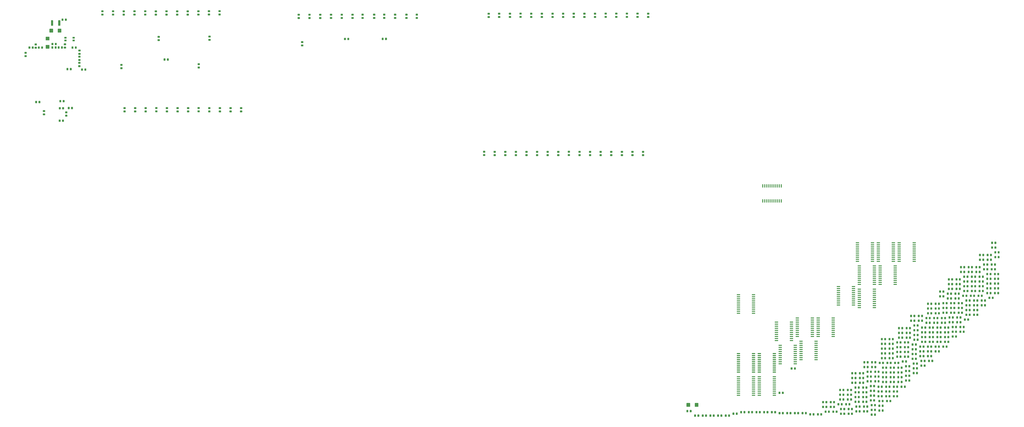
<source format=gbr>
%TF.GenerationSoftware,KiCad,Pcbnew,(5.1.4)-1*%
%TF.CreationDate,2020-07-08T08:30:01+02:00*%
%TF.ProjectId,SPU2,53505532-2e6b-4696-9361-645f70636258,rev?*%
%TF.SameCoordinates,Original*%
%TF.FileFunction,Paste,Top*%
%TF.FilePolarity,Positive*%
%FSLAX46Y46*%
G04 Gerber Fmt 4.6, Leading zero omitted, Abs format (unit mm)*
G04 Created by KiCad (PCBNEW (5.1.4)-1) date 2020-07-08 08:30:01*
%MOMM*%
%LPD*%
G04 APERTURE LIST*
%ADD10C,0.100000*%
%ADD11C,0.600000*%
%ADD12C,1.150000*%
%ADD13C,2.250000*%
%ADD14R,1.450000X1.000000*%
%ADD15C,1.300000*%
G04 APERTURE END LIST*
D10*
%TO.C,U60*%
G36*
X494561504Y-209136723D02*
G01*
X494576065Y-209138883D01*
X494590344Y-209142460D01*
X494604204Y-209147419D01*
X494617511Y-209153713D01*
X494630137Y-209161281D01*
X494641960Y-209170049D01*
X494652867Y-209179935D01*
X494662753Y-209190842D01*
X494671521Y-209202665D01*
X494679089Y-209215291D01*
X494685383Y-209228598D01*
X494690342Y-209242458D01*
X494693919Y-209256737D01*
X494696079Y-209271298D01*
X494696801Y-209286001D01*
X494696801Y-209586001D01*
X494696079Y-209600704D01*
X494693919Y-209615265D01*
X494690342Y-209629544D01*
X494685383Y-209643404D01*
X494679089Y-209656711D01*
X494671521Y-209669337D01*
X494662753Y-209681160D01*
X494652867Y-209692067D01*
X494641960Y-209701953D01*
X494630137Y-209710721D01*
X494617511Y-209718289D01*
X494604204Y-209724583D01*
X494590344Y-209729542D01*
X494576065Y-209733119D01*
X494561504Y-209735279D01*
X494546801Y-209736001D01*
X492796801Y-209736001D01*
X492782098Y-209735279D01*
X492767537Y-209733119D01*
X492753258Y-209729542D01*
X492739398Y-209724583D01*
X492726091Y-209718289D01*
X492713465Y-209710721D01*
X492701642Y-209701953D01*
X492690735Y-209692067D01*
X492680849Y-209681160D01*
X492672081Y-209669337D01*
X492664513Y-209656711D01*
X492658219Y-209643404D01*
X492653260Y-209629544D01*
X492649683Y-209615265D01*
X492647523Y-209600704D01*
X492646801Y-209586001D01*
X492646801Y-209286001D01*
X492647523Y-209271298D01*
X492649683Y-209256737D01*
X492653260Y-209242458D01*
X492658219Y-209228598D01*
X492664513Y-209215291D01*
X492672081Y-209202665D01*
X492680849Y-209190842D01*
X492690735Y-209179935D01*
X492701642Y-209170049D01*
X492713465Y-209161281D01*
X492726091Y-209153713D01*
X492739398Y-209147419D01*
X492753258Y-209142460D01*
X492767537Y-209138883D01*
X492782098Y-209136723D01*
X492796801Y-209136001D01*
X494546801Y-209136001D01*
X494561504Y-209136723D01*
X494561504Y-209136723D01*
G37*
D11*
X493671801Y-209436001D03*
D10*
G36*
X494561504Y-210406723D02*
G01*
X494576065Y-210408883D01*
X494590344Y-210412460D01*
X494604204Y-210417419D01*
X494617511Y-210423713D01*
X494630137Y-210431281D01*
X494641960Y-210440049D01*
X494652867Y-210449935D01*
X494662753Y-210460842D01*
X494671521Y-210472665D01*
X494679089Y-210485291D01*
X494685383Y-210498598D01*
X494690342Y-210512458D01*
X494693919Y-210526737D01*
X494696079Y-210541298D01*
X494696801Y-210556001D01*
X494696801Y-210856001D01*
X494696079Y-210870704D01*
X494693919Y-210885265D01*
X494690342Y-210899544D01*
X494685383Y-210913404D01*
X494679089Y-210926711D01*
X494671521Y-210939337D01*
X494662753Y-210951160D01*
X494652867Y-210962067D01*
X494641960Y-210971953D01*
X494630137Y-210980721D01*
X494617511Y-210988289D01*
X494604204Y-210994583D01*
X494590344Y-210999542D01*
X494576065Y-211003119D01*
X494561504Y-211005279D01*
X494546801Y-211006001D01*
X492796801Y-211006001D01*
X492782098Y-211005279D01*
X492767537Y-211003119D01*
X492753258Y-210999542D01*
X492739398Y-210994583D01*
X492726091Y-210988289D01*
X492713465Y-210980721D01*
X492701642Y-210971953D01*
X492690735Y-210962067D01*
X492680849Y-210951160D01*
X492672081Y-210939337D01*
X492664513Y-210926711D01*
X492658219Y-210913404D01*
X492653260Y-210899544D01*
X492649683Y-210885265D01*
X492647523Y-210870704D01*
X492646801Y-210856001D01*
X492646801Y-210556001D01*
X492647523Y-210541298D01*
X492649683Y-210526737D01*
X492653260Y-210512458D01*
X492658219Y-210498598D01*
X492664513Y-210485291D01*
X492672081Y-210472665D01*
X492680849Y-210460842D01*
X492690735Y-210449935D01*
X492701642Y-210440049D01*
X492713465Y-210431281D01*
X492726091Y-210423713D01*
X492739398Y-210417419D01*
X492753258Y-210412460D01*
X492767537Y-210408883D01*
X492782098Y-210406723D01*
X492796801Y-210406001D01*
X494546801Y-210406001D01*
X494561504Y-210406723D01*
X494561504Y-210406723D01*
G37*
D11*
X493671801Y-210706001D03*
D10*
G36*
X494561504Y-211676723D02*
G01*
X494576065Y-211678883D01*
X494590344Y-211682460D01*
X494604204Y-211687419D01*
X494617511Y-211693713D01*
X494630137Y-211701281D01*
X494641960Y-211710049D01*
X494652867Y-211719935D01*
X494662753Y-211730842D01*
X494671521Y-211742665D01*
X494679089Y-211755291D01*
X494685383Y-211768598D01*
X494690342Y-211782458D01*
X494693919Y-211796737D01*
X494696079Y-211811298D01*
X494696801Y-211826001D01*
X494696801Y-212126001D01*
X494696079Y-212140704D01*
X494693919Y-212155265D01*
X494690342Y-212169544D01*
X494685383Y-212183404D01*
X494679089Y-212196711D01*
X494671521Y-212209337D01*
X494662753Y-212221160D01*
X494652867Y-212232067D01*
X494641960Y-212241953D01*
X494630137Y-212250721D01*
X494617511Y-212258289D01*
X494604204Y-212264583D01*
X494590344Y-212269542D01*
X494576065Y-212273119D01*
X494561504Y-212275279D01*
X494546801Y-212276001D01*
X492796801Y-212276001D01*
X492782098Y-212275279D01*
X492767537Y-212273119D01*
X492753258Y-212269542D01*
X492739398Y-212264583D01*
X492726091Y-212258289D01*
X492713465Y-212250721D01*
X492701642Y-212241953D01*
X492690735Y-212232067D01*
X492680849Y-212221160D01*
X492672081Y-212209337D01*
X492664513Y-212196711D01*
X492658219Y-212183404D01*
X492653260Y-212169544D01*
X492649683Y-212155265D01*
X492647523Y-212140704D01*
X492646801Y-212126001D01*
X492646801Y-211826001D01*
X492647523Y-211811298D01*
X492649683Y-211796737D01*
X492653260Y-211782458D01*
X492658219Y-211768598D01*
X492664513Y-211755291D01*
X492672081Y-211742665D01*
X492680849Y-211730842D01*
X492690735Y-211719935D01*
X492701642Y-211710049D01*
X492713465Y-211701281D01*
X492726091Y-211693713D01*
X492739398Y-211687419D01*
X492753258Y-211682460D01*
X492767537Y-211678883D01*
X492782098Y-211676723D01*
X492796801Y-211676001D01*
X494546801Y-211676001D01*
X494561504Y-211676723D01*
X494561504Y-211676723D01*
G37*
D11*
X493671801Y-211976001D03*
D10*
G36*
X494561504Y-212946723D02*
G01*
X494576065Y-212948883D01*
X494590344Y-212952460D01*
X494604204Y-212957419D01*
X494617511Y-212963713D01*
X494630137Y-212971281D01*
X494641960Y-212980049D01*
X494652867Y-212989935D01*
X494662753Y-213000842D01*
X494671521Y-213012665D01*
X494679089Y-213025291D01*
X494685383Y-213038598D01*
X494690342Y-213052458D01*
X494693919Y-213066737D01*
X494696079Y-213081298D01*
X494696801Y-213096001D01*
X494696801Y-213396001D01*
X494696079Y-213410704D01*
X494693919Y-213425265D01*
X494690342Y-213439544D01*
X494685383Y-213453404D01*
X494679089Y-213466711D01*
X494671521Y-213479337D01*
X494662753Y-213491160D01*
X494652867Y-213502067D01*
X494641960Y-213511953D01*
X494630137Y-213520721D01*
X494617511Y-213528289D01*
X494604204Y-213534583D01*
X494590344Y-213539542D01*
X494576065Y-213543119D01*
X494561504Y-213545279D01*
X494546801Y-213546001D01*
X492796801Y-213546001D01*
X492782098Y-213545279D01*
X492767537Y-213543119D01*
X492753258Y-213539542D01*
X492739398Y-213534583D01*
X492726091Y-213528289D01*
X492713465Y-213520721D01*
X492701642Y-213511953D01*
X492690735Y-213502067D01*
X492680849Y-213491160D01*
X492672081Y-213479337D01*
X492664513Y-213466711D01*
X492658219Y-213453404D01*
X492653260Y-213439544D01*
X492649683Y-213425265D01*
X492647523Y-213410704D01*
X492646801Y-213396001D01*
X492646801Y-213096001D01*
X492647523Y-213081298D01*
X492649683Y-213066737D01*
X492653260Y-213052458D01*
X492658219Y-213038598D01*
X492664513Y-213025291D01*
X492672081Y-213012665D01*
X492680849Y-213000842D01*
X492690735Y-212989935D01*
X492701642Y-212980049D01*
X492713465Y-212971281D01*
X492726091Y-212963713D01*
X492739398Y-212957419D01*
X492753258Y-212952460D01*
X492767537Y-212948883D01*
X492782098Y-212946723D01*
X492796801Y-212946001D01*
X494546801Y-212946001D01*
X494561504Y-212946723D01*
X494561504Y-212946723D01*
G37*
D11*
X493671801Y-213246001D03*
D10*
G36*
X494561504Y-214216723D02*
G01*
X494576065Y-214218883D01*
X494590344Y-214222460D01*
X494604204Y-214227419D01*
X494617511Y-214233713D01*
X494630137Y-214241281D01*
X494641960Y-214250049D01*
X494652867Y-214259935D01*
X494662753Y-214270842D01*
X494671521Y-214282665D01*
X494679089Y-214295291D01*
X494685383Y-214308598D01*
X494690342Y-214322458D01*
X494693919Y-214336737D01*
X494696079Y-214351298D01*
X494696801Y-214366001D01*
X494696801Y-214666001D01*
X494696079Y-214680704D01*
X494693919Y-214695265D01*
X494690342Y-214709544D01*
X494685383Y-214723404D01*
X494679089Y-214736711D01*
X494671521Y-214749337D01*
X494662753Y-214761160D01*
X494652867Y-214772067D01*
X494641960Y-214781953D01*
X494630137Y-214790721D01*
X494617511Y-214798289D01*
X494604204Y-214804583D01*
X494590344Y-214809542D01*
X494576065Y-214813119D01*
X494561504Y-214815279D01*
X494546801Y-214816001D01*
X492796801Y-214816001D01*
X492782098Y-214815279D01*
X492767537Y-214813119D01*
X492753258Y-214809542D01*
X492739398Y-214804583D01*
X492726091Y-214798289D01*
X492713465Y-214790721D01*
X492701642Y-214781953D01*
X492690735Y-214772067D01*
X492680849Y-214761160D01*
X492672081Y-214749337D01*
X492664513Y-214736711D01*
X492658219Y-214723404D01*
X492653260Y-214709544D01*
X492649683Y-214695265D01*
X492647523Y-214680704D01*
X492646801Y-214666001D01*
X492646801Y-214366001D01*
X492647523Y-214351298D01*
X492649683Y-214336737D01*
X492653260Y-214322458D01*
X492658219Y-214308598D01*
X492664513Y-214295291D01*
X492672081Y-214282665D01*
X492680849Y-214270842D01*
X492690735Y-214259935D01*
X492701642Y-214250049D01*
X492713465Y-214241281D01*
X492726091Y-214233713D01*
X492739398Y-214227419D01*
X492753258Y-214222460D01*
X492767537Y-214218883D01*
X492782098Y-214216723D01*
X492796801Y-214216001D01*
X494546801Y-214216001D01*
X494561504Y-214216723D01*
X494561504Y-214216723D01*
G37*
D11*
X493671801Y-214516001D03*
D10*
G36*
X494561504Y-215486723D02*
G01*
X494576065Y-215488883D01*
X494590344Y-215492460D01*
X494604204Y-215497419D01*
X494617511Y-215503713D01*
X494630137Y-215511281D01*
X494641960Y-215520049D01*
X494652867Y-215529935D01*
X494662753Y-215540842D01*
X494671521Y-215552665D01*
X494679089Y-215565291D01*
X494685383Y-215578598D01*
X494690342Y-215592458D01*
X494693919Y-215606737D01*
X494696079Y-215621298D01*
X494696801Y-215636001D01*
X494696801Y-215936001D01*
X494696079Y-215950704D01*
X494693919Y-215965265D01*
X494690342Y-215979544D01*
X494685383Y-215993404D01*
X494679089Y-216006711D01*
X494671521Y-216019337D01*
X494662753Y-216031160D01*
X494652867Y-216042067D01*
X494641960Y-216051953D01*
X494630137Y-216060721D01*
X494617511Y-216068289D01*
X494604204Y-216074583D01*
X494590344Y-216079542D01*
X494576065Y-216083119D01*
X494561504Y-216085279D01*
X494546801Y-216086001D01*
X492796801Y-216086001D01*
X492782098Y-216085279D01*
X492767537Y-216083119D01*
X492753258Y-216079542D01*
X492739398Y-216074583D01*
X492726091Y-216068289D01*
X492713465Y-216060721D01*
X492701642Y-216051953D01*
X492690735Y-216042067D01*
X492680849Y-216031160D01*
X492672081Y-216019337D01*
X492664513Y-216006711D01*
X492658219Y-215993404D01*
X492653260Y-215979544D01*
X492649683Y-215965265D01*
X492647523Y-215950704D01*
X492646801Y-215936001D01*
X492646801Y-215636001D01*
X492647523Y-215621298D01*
X492649683Y-215606737D01*
X492653260Y-215592458D01*
X492658219Y-215578598D01*
X492664513Y-215565291D01*
X492672081Y-215552665D01*
X492680849Y-215540842D01*
X492690735Y-215529935D01*
X492701642Y-215520049D01*
X492713465Y-215511281D01*
X492726091Y-215503713D01*
X492739398Y-215497419D01*
X492753258Y-215492460D01*
X492767537Y-215488883D01*
X492782098Y-215486723D01*
X492796801Y-215486001D01*
X494546801Y-215486001D01*
X494561504Y-215486723D01*
X494561504Y-215486723D01*
G37*
D11*
X493671801Y-215786001D03*
D10*
G36*
X494561504Y-216756723D02*
G01*
X494576065Y-216758883D01*
X494590344Y-216762460D01*
X494604204Y-216767419D01*
X494617511Y-216773713D01*
X494630137Y-216781281D01*
X494641960Y-216790049D01*
X494652867Y-216799935D01*
X494662753Y-216810842D01*
X494671521Y-216822665D01*
X494679089Y-216835291D01*
X494685383Y-216848598D01*
X494690342Y-216862458D01*
X494693919Y-216876737D01*
X494696079Y-216891298D01*
X494696801Y-216906001D01*
X494696801Y-217206001D01*
X494696079Y-217220704D01*
X494693919Y-217235265D01*
X494690342Y-217249544D01*
X494685383Y-217263404D01*
X494679089Y-217276711D01*
X494671521Y-217289337D01*
X494662753Y-217301160D01*
X494652867Y-217312067D01*
X494641960Y-217321953D01*
X494630137Y-217330721D01*
X494617511Y-217338289D01*
X494604204Y-217344583D01*
X494590344Y-217349542D01*
X494576065Y-217353119D01*
X494561504Y-217355279D01*
X494546801Y-217356001D01*
X492796801Y-217356001D01*
X492782098Y-217355279D01*
X492767537Y-217353119D01*
X492753258Y-217349542D01*
X492739398Y-217344583D01*
X492726091Y-217338289D01*
X492713465Y-217330721D01*
X492701642Y-217321953D01*
X492690735Y-217312067D01*
X492680849Y-217301160D01*
X492672081Y-217289337D01*
X492664513Y-217276711D01*
X492658219Y-217263404D01*
X492653260Y-217249544D01*
X492649683Y-217235265D01*
X492647523Y-217220704D01*
X492646801Y-217206001D01*
X492646801Y-216906001D01*
X492647523Y-216891298D01*
X492649683Y-216876737D01*
X492653260Y-216862458D01*
X492658219Y-216848598D01*
X492664513Y-216835291D01*
X492672081Y-216822665D01*
X492680849Y-216810842D01*
X492690735Y-216799935D01*
X492701642Y-216790049D01*
X492713465Y-216781281D01*
X492726091Y-216773713D01*
X492739398Y-216767419D01*
X492753258Y-216762460D01*
X492767537Y-216758883D01*
X492782098Y-216756723D01*
X492796801Y-216756001D01*
X494546801Y-216756001D01*
X494561504Y-216756723D01*
X494561504Y-216756723D01*
G37*
D11*
X493671801Y-217056001D03*
D10*
G36*
X494561504Y-218026723D02*
G01*
X494576065Y-218028883D01*
X494590344Y-218032460D01*
X494604204Y-218037419D01*
X494617511Y-218043713D01*
X494630137Y-218051281D01*
X494641960Y-218060049D01*
X494652867Y-218069935D01*
X494662753Y-218080842D01*
X494671521Y-218092665D01*
X494679089Y-218105291D01*
X494685383Y-218118598D01*
X494690342Y-218132458D01*
X494693919Y-218146737D01*
X494696079Y-218161298D01*
X494696801Y-218176001D01*
X494696801Y-218476001D01*
X494696079Y-218490704D01*
X494693919Y-218505265D01*
X494690342Y-218519544D01*
X494685383Y-218533404D01*
X494679089Y-218546711D01*
X494671521Y-218559337D01*
X494662753Y-218571160D01*
X494652867Y-218582067D01*
X494641960Y-218591953D01*
X494630137Y-218600721D01*
X494617511Y-218608289D01*
X494604204Y-218614583D01*
X494590344Y-218619542D01*
X494576065Y-218623119D01*
X494561504Y-218625279D01*
X494546801Y-218626001D01*
X492796801Y-218626001D01*
X492782098Y-218625279D01*
X492767537Y-218623119D01*
X492753258Y-218619542D01*
X492739398Y-218614583D01*
X492726091Y-218608289D01*
X492713465Y-218600721D01*
X492701642Y-218591953D01*
X492690735Y-218582067D01*
X492680849Y-218571160D01*
X492672081Y-218559337D01*
X492664513Y-218546711D01*
X492658219Y-218533404D01*
X492653260Y-218519544D01*
X492649683Y-218505265D01*
X492647523Y-218490704D01*
X492646801Y-218476001D01*
X492646801Y-218176001D01*
X492647523Y-218161298D01*
X492649683Y-218146737D01*
X492653260Y-218132458D01*
X492658219Y-218118598D01*
X492664513Y-218105291D01*
X492672081Y-218092665D01*
X492680849Y-218080842D01*
X492690735Y-218069935D01*
X492701642Y-218060049D01*
X492713465Y-218051281D01*
X492726091Y-218043713D01*
X492739398Y-218037419D01*
X492753258Y-218032460D01*
X492767537Y-218028883D01*
X492782098Y-218026723D01*
X492796801Y-218026001D01*
X494546801Y-218026001D01*
X494561504Y-218026723D01*
X494561504Y-218026723D01*
G37*
D11*
X493671801Y-218326001D03*
D10*
G36*
X494561504Y-219296723D02*
G01*
X494576065Y-219298883D01*
X494590344Y-219302460D01*
X494604204Y-219307419D01*
X494617511Y-219313713D01*
X494630137Y-219321281D01*
X494641960Y-219330049D01*
X494652867Y-219339935D01*
X494662753Y-219350842D01*
X494671521Y-219362665D01*
X494679089Y-219375291D01*
X494685383Y-219388598D01*
X494690342Y-219402458D01*
X494693919Y-219416737D01*
X494696079Y-219431298D01*
X494696801Y-219446001D01*
X494696801Y-219746001D01*
X494696079Y-219760704D01*
X494693919Y-219775265D01*
X494690342Y-219789544D01*
X494685383Y-219803404D01*
X494679089Y-219816711D01*
X494671521Y-219829337D01*
X494662753Y-219841160D01*
X494652867Y-219852067D01*
X494641960Y-219861953D01*
X494630137Y-219870721D01*
X494617511Y-219878289D01*
X494604204Y-219884583D01*
X494590344Y-219889542D01*
X494576065Y-219893119D01*
X494561504Y-219895279D01*
X494546801Y-219896001D01*
X492796801Y-219896001D01*
X492782098Y-219895279D01*
X492767537Y-219893119D01*
X492753258Y-219889542D01*
X492739398Y-219884583D01*
X492726091Y-219878289D01*
X492713465Y-219870721D01*
X492701642Y-219861953D01*
X492690735Y-219852067D01*
X492680849Y-219841160D01*
X492672081Y-219829337D01*
X492664513Y-219816711D01*
X492658219Y-219803404D01*
X492653260Y-219789544D01*
X492649683Y-219775265D01*
X492647523Y-219760704D01*
X492646801Y-219746001D01*
X492646801Y-219446001D01*
X492647523Y-219431298D01*
X492649683Y-219416737D01*
X492653260Y-219402458D01*
X492658219Y-219388598D01*
X492664513Y-219375291D01*
X492672081Y-219362665D01*
X492680849Y-219350842D01*
X492690735Y-219339935D01*
X492701642Y-219330049D01*
X492713465Y-219321281D01*
X492726091Y-219313713D01*
X492739398Y-219307419D01*
X492753258Y-219302460D01*
X492767537Y-219298883D01*
X492782098Y-219296723D01*
X492796801Y-219296001D01*
X494546801Y-219296001D01*
X494561504Y-219296723D01*
X494561504Y-219296723D01*
G37*
D11*
X493671801Y-219596001D03*
D10*
G36*
X494561504Y-220566723D02*
G01*
X494576065Y-220568883D01*
X494590344Y-220572460D01*
X494604204Y-220577419D01*
X494617511Y-220583713D01*
X494630137Y-220591281D01*
X494641960Y-220600049D01*
X494652867Y-220609935D01*
X494662753Y-220620842D01*
X494671521Y-220632665D01*
X494679089Y-220645291D01*
X494685383Y-220658598D01*
X494690342Y-220672458D01*
X494693919Y-220686737D01*
X494696079Y-220701298D01*
X494696801Y-220716001D01*
X494696801Y-221016001D01*
X494696079Y-221030704D01*
X494693919Y-221045265D01*
X494690342Y-221059544D01*
X494685383Y-221073404D01*
X494679089Y-221086711D01*
X494671521Y-221099337D01*
X494662753Y-221111160D01*
X494652867Y-221122067D01*
X494641960Y-221131953D01*
X494630137Y-221140721D01*
X494617511Y-221148289D01*
X494604204Y-221154583D01*
X494590344Y-221159542D01*
X494576065Y-221163119D01*
X494561504Y-221165279D01*
X494546801Y-221166001D01*
X492796801Y-221166001D01*
X492782098Y-221165279D01*
X492767537Y-221163119D01*
X492753258Y-221159542D01*
X492739398Y-221154583D01*
X492726091Y-221148289D01*
X492713465Y-221140721D01*
X492701642Y-221131953D01*
X492690735Y-221122067D01*
X492680849Y-221111160D01*
X492672081Y-221099337D01*
X492664513Y-221086711D01*
X492658219Y-221073404D01*
X492653260Y-221059544D01*
X492649683Y-221045265D01*
X492647523Y-221030704D01*
X492646801Y-221016001D01*
X492646801Y-220716001D01*
X492647523Y-220701298D01*
X492649683Y-220686737D01*
X492653260Y-220672458D01*
X492658219Y-220658598D01*
X492664513Y-220645291D01*
X492672081Y-220632665D01*
X492680849Y-220620842D01*
X492690735Y-220609935D01*
X492701642Y-220600049D01*
X492713465Y-220591281D01*
X492726091Y-220583713D01*
X492739398Y-220577419D01*
X492753258Y-220572460D01*
X492767537Y-220568883D01*
X492782098Y-220566723D01*
X492796801Y-220566001D01*
X494546801Y-220566001D01*
X494561504Y-220566723D01*
X494561504Y-220566723D01*
G37*
D11*
X493671801Y-220866001D03*
D10*
G36*
X485261504Y-220566723D02*
G01*
X485276065Y-220568883D01*
X485290344Y-220572460D01*
X485304204Y-220577419D01*
X485317511Y-220583713D01*
X485330137Y-220591281D01*
X485341960Y-220600049D01*
X485352867Y-220609935D01*
X485362753Y-220620842D01*
X485371521Y-220632665D01*
X485379089Y-220645291D01*
X485385383Y-220658598D01*
X485390342Y-220672458D01*
X485393919Y-220686737D01*
X485396079Y-220701298D01*
X485396801Y-220716001D01*
X485396801Y-221016001D01*
X485396079Y-221030704D01*
X485393919Y-221045265D01*
X485390342Y-221059544D01*
X485385383Y-221073404D01*
X485379089Y-221086711D01*
X485371521Y-221099337D01*
X485362753Y-221111160D01*
X485352867Y-221122067D01*
X485341960Y-221131953D01*
X485330137Y-221140721D01*
X485317511Y-221148289D01*
X485304204Y-221154583D01*
X485290344Y-221159542D01*
X485276065Y-221163119D01*
X485261504Y-221165279D01*
X485246801Y-221166001D01*
X483496801Y-221166001D01*
X483482098Y-221165279D01*
X483467537Y-221163119D01*
X483453258Y-221159542D01*
X483439398Y-221154583D01*
X483426091Y-221148289D01*
X483413465Y-221140721D01*
X483401642Y-221131953D01*
X483390735Y-221122067D01*
X483380849Y-221111160D01*
X483372081Y-221099337D01*
X483364513Y-221086711D01*
X483358219Y-221073404D01*
X483353260Y-221059544D01*
X483349683Y-221045265D01*
X483347523Y-221030704D01*
X483346801Y-221016001D01*
X483346801Y-220716001D01*
X483347523Y-220701298D01*
X483349683Y-220686737D01*
X483353260Y-220672458D01*
X483358219Y-220658598D01*
X483364513Y-220645291D01*
X483372081Y-220632665D01*
X483380849Y-220620842D01*
X483390735Y-220609935D01*
X483401642Y-220600049D01*
X483413465Y-220591281D01*
X483426091Y-220583713D01*
X483439398Y-220577419D01*
X483453258Y-220572460D01*
X483467537Y-220568883D01*
X483482098Y-220566723D01*
X483496801Y-220566001D01*
X485246801Y-220566001D01*
X485261504Y-220566723D01*
X485261504Y-220566723D01*
G37*
D11*
X484371801Y-220866001D03*
D10*
G36*
X485261504Y-219296723D02*
G01*
X485276065Y-219298883D01*
X485290344Y-219302460D01*
X485304204Y-219307419D01*
X485317511Y-219313713D01*
X485330137Y-219321281D01*
X485341960Y-219330049D01*
X485352867Y-219339935D01*
X485362753Y-219350842D01*
X485371521Y-219362665D01*
X485379089Y-219375291D01*
X485385383Y-219388598D01*
X485390342Y-219402458D01*
X485393919Y-219416737D01*
X485396079Y-219431298D01*
X485396801Y-219446001D01*
X485396801Y-219746001D01*
X485396079Y-219760704D01*
X485393919Y-219775265D01*
X485390342Y-219789544D01*
X485385383Y-219803404D01*
X485379089Y-219816711D01*
X485371521Y-219829337D01*
X485362753Y-219841160D01*
X485352867Y-219852067D01*
X485341960Y-219861953D01*
X485330137Y-219870721D01*
X485317511Y-219878289D01*
X485304204Y-219884583D01*
X485290344Y-219889542D01*
X485276065Y-219893119D01*
X485261504Y-219895279D01*
X485246801Y-219896001D01*
X483496801Y-219896001D01*
X483482098Y-219895279D01*
X483467537Y-219893119D01*
X483453258Y-219889542D01*
X483439398Y-219884583D01*
X483426091Y-219878289D01*
X483413465Y-219870721D01*
X483401642Y-219861953D01*
X483390735Y-219852067D01*
X483380849Y-219841160D01*
X483372081Y-219829337D01*
X483364513Y-219816711D01*
X483358219Y-219803404D01*
X483353260Y-219789544D01*
X483349683Y-219775265D01*
X483347523Y-219760704D01*
X483346801Y-219746001D01*
X483346801Y-219446001D01*
X483347523Y-219431298D01*
X483349683Y-219416737D01*
X483353260Y-219402458D01*
X483358219Y-219388598D01*
X483364513Y-219375291D01*
X483372081Y-219362665D01*
X483380849Y-219350842D01*
X483390735Y-219339935D01*
X483401642Y-219330049D01*
X483413465Y-219321281D01*
X483426091Y-219313713D01*
X483439398Y-219307419D01*
X483453258Y-219302460D01*
X483467537Y-219298883D01*
X483482098Y-219296723D01*
X483496801Y-219296001D01*
X485246801Y-219296001D01*
X485261504Y-219296723D01*
X485261504Y-219296723D01*
G37*
D11*
X484371801Y-219596001D03*
D10*
G36*
X485261504Y-218026723D02*
G01*
X485276065Y-218028883D01*
X485290344Y-218032460D01*
X485304204Y-218037419D01*
X485317511Y-218043713D01*
X485330137Y-218051281D01*
X485341960Y-218060049D01*
X485352867Y-218069935D01*
X485362753Y-218080842D01*
X485371521Y-218092665D01*
X485379089Y-218105291D01*
X485385383Y-218118598D01*
X485390342Y-218132458D01*
X485393919Y-218146737D01*
X485396079Y-218161298D01*
X485396801Y-218176001D01*
X485396801Y-218476001D01*
X485396079Y-218490704D01*
X485393919Y-218505265D01*
X485390342Y-218519544D01*
X485385383Y-218533404D01*
X485379089Y-218546711D01*
X485371521Y-218559337D01*
X485362753Y-218571160D01*
X485352867Y-218582067D01*
X485341960Y-218591953D01*
X485330137Y-218600721D01*
X485317511Y-218608289D01*
X485304204Y-218614583D01*
X485290344Y-218619542D01*
X485276065Y-218623119D01*
X485261504Y-218625279D01*
X485246801Y-218626001D01*
X483496801Y-218626001D01*
X483482098Y-218625279D01*
X483467537Y-218623119D01*
X483453258Y-218619542D01*
X483439398Y-218614583D01*
X483426091Y-218608289D01*
X483413465Y-218600721D01*
X483401642Y-218591953D01*
X483390735Y-218582067D01*
X483380849Y-218571160D01*
X483372081Y-218559337D01*
X483364513Y-218546711D01*
X483358219Y-218533404D01*
X483353260Y-218519544D01*
X483349683Y-218505265D01*
X483347523Y-218490704D01*
X483346801Y-218476001D01*
X483346801Y-218176001D01*
X483347523Y-218161298D01*
X483349683Y-218146737D01*
X483353260Y-218132458D01*
X483358219Y-218118598D01*
X483364513Y-218105291D01*
X483372081Y-218092665D01*
X483380849Y-218080842D01*
X483390735Y-218069935D01*
X483401642Y-218060049D01*
X483413465Y-218051281D01*
X483426091Y-218043713D01*
X483439398Y-218037419D01*
X483453258Y-218032460D01*
X483467537Y-218028883D01*
X483482098Y-218026723D01*
X483496801Y-218026001D01*
X485246801Y-218026001D01*
X485261504Y-218026723D01*
X485261504Y-218026723D01*
G37*
D11*
X484371801Y-218326001D03*
D10*
G36*
X485261504Y-216756723D02*
G01*
X485276065Y-216758883D01*
X485290344Y-216762460D01*
X485304204Y-216767419D01*
X485317511Y-216773713D01*
X485330137Y-216781281D01*
X485341960Y-216790049D01*
X485352867Y-216799935D01*
X485362753Y-216810842D01*
X485371521Y-216822665D01*
X485379089Y-216835291D01*
X485385383Y-216848598D01*
X485390342Y-216862458D01*
X485393919Y-216876737D01*
X485396079Y-216891298D01*
X485396801Y-216906001D01*
X485396801Y-217206001D01*
X485396079Y-217220704D01*
X485393919Y-217235265D01*
X485390342Y-217249544D01*
X485385383Y-217263404D01*
X485379089Y-217276711D01*
X485371521Y-217289337D01*
X485362753Y-217301160D01*
X485352867Y-217312067D01*
X485341960Y-217321953D01*
X485330137Y-217330721D01*
X485317511Y-217338289D01*
X485304204Y-217344583D01*
X485290344Y-217349542D01*
X485276065Y-217353119D01*
X485261504Y-217355279D01*
X485246801Y-217356001D01*
X483496801Y-217356001D01*
X483482098Y-217355279D01*
X483467537Y-217353119D01*
X483453258Y-217349542D01*
X483439398Y-217344583D01*
X483426091Y-217338289D01*
X483413465Y-217330721D01*
X483401642Y-217321953D01*
X483390735Y-217312067D01*
X483380849Y-217301160D01*
X483372081Y-217289337D01*
X483364513Y-217276711D01*
X483358219Y-217263404D01*
X483353260Y-217249544D01*
X483349683Y-217235265D01*
X483347523Y-217220704D01*
X483346801Y-217206001D01*
X483346801Y-216906001D01*
X483347523Y-216891298D01*
X483349683Y-216876737D01*
X483353260Y-216862458D01*
X483358219Y-216848598D01*
X483364513Y-216835291D01*
X483372081Y-216822665D01*
X483380849Y-216810842D01*
X483390735Y-216799935D01*
X483401642Y-216790049D01*
X483413465Y-216781281D01*
X483426091Y-216773713D01*
X483439398Y-216767419D01*
X483453258Y-216762460D01*
X483467537Y-216758883D01*
X483482098Y-216756723D01*
X483496801Y-216756001D01*
X485246801Y-216756001D01*
X485261504Y-216756723D01*
X485261504Y-216756723D01*
G37*
D11*
X484371801Y-217056001D03*
D10*
G36*
X485261504Y-215486723D02*
G01*
X485276065Y-215488883D01*
X485290344Y-215492460D01*
X485304204Y-215497419D01*
X485317511Y-215503713D01*
X485330137Y-215511281D01*
X485341960Y-215520049D01*
X485352867Y-215529935D01*
X485362753Y-215540842D01*
X485371521Y-215552665D01*
X485379089Y-215565291D01*
X485385383Y-215578598D01*
X485390342Y-215592458D01*
X485393919Y-215606737D01*
X485396079Y-215621298D01*
X485396801Y-215636001D01*
X485396801Y-215936001D01*
X485396079Y-215950704D01*
X485393919Y-215965265D01*
X485390342Y-215979544D01*
X485385383Y-215993404D01*
X485379089Y-216006711D01*
X485371521Y-216019337D01*
X485362753Y-216031160D01*
X485352867Y-216042067D01*
X485341960Y-216051953D01*
X485330137Y-216060721D01*
X485317511Y-216068289D01*
X485304204Y-216074583D01*
X485290344Y-216079542D01*
X485276065Y-216083119D01*
X485261504Y-216085279D01*
X485246801Y-216086001D01*
X483496801Y-216086001D01*
X483482098Y-216085279D01*
X483467537Y-216083119D01*
X483453258Y-216079542D01*
X483439398Y-216074583D01*
X483426091Y-216068289D01*
X483413465Y-216060721D01*
X483401642Y-216051953D01*
X483390735Y-216042067D01*
X483380849Y-216031160D01*
X483372081Y-216019337D01*
X483364513Y-216006711D01*
X483358219Y-215993404D01*
X483353260Y-215979544D01*
X483349683Y-215965265D01*
X483347523Y-215950704D01*
X483346801Y-215936001D01*
X483346801Y-215636001D01*
X483347523Y-215621298D01*
X483349683Y-215606737D01*
X483353260Y-215592458D01*
X483358219Y-215578598D01*
X483364513Y-215565291D01*
X483372081Y-215552665D01*
X483380849Y-215540842D01*
X483390735Y-215529935D01*
X483401642Y-215520049D01*
X483413465Y-215511281D01*
X483426091Y-215503713D01*
X483439398Y-215497419D01*
X483453258Y-215492460D01*
X483467537Y-215488883D01*
X483482098Y-215486723D01*
X483496801Y-215486001D01*
X485246801Y-215486001D01*
X485261504Y-215486723D01*
X485261504Y-215486723D01*
G37*
D11*
X484371801Y-215786001D03*
D10*
G36*
X485261504Y-214216723D02*
G01*
X485276065Y-214218883D01*
X485290344Y-214222460D01*
X485304204Y-214227419D01*
X485317511Y-214233713D01*
X485330137Y-214241281D01*
X485341960Y-214250049D01*
X485352867Y-214259935D01*
X485362753Y-214270842D01*
X485371521Y-214282665D01*
X485379089Y-214295291D01*
X485385383Y-214308598D01*
X485390342Y-214322458D01*
X485393919Y-214336737D01*
X485396079Y-214351298D01*
X485396801Y-214366001D01*
X485396801Y-214666001D01*
X485396079Y-214680704D01*
X485393919Y-214695265D01*
X485390342Y-214709544D01*
X485385383Y-214723404D01*
X485379089Y-214736711D01*
X485371521Y-214749337D01*
X485362753Y-214761160D01*
X485352867Y-214772067D01*
X485341960Y-214781953D01*
X485330137Y-214790721D01*
X485317511Y-214798289D01*
X485304204Y-214804583D01*
X485290344Y-214809542D01*
X485276065Y-214813119D01*
X485261504Y-214815279D01*
X485246801Y-214816001D01*
X483496801Y-214816001D01*
X483482098Y-214815279D01*
X483467537Y-214813119D01*
X483453258Y-214809542D01*
X483439398Y-214804583D01*
X483426091Y-214798289D01*
X483413465Y-214790721D01*
X483401642Y-214781953D01*
X483390735Y-214772067D01*
X483380849Y-214761160D01*
X483372081Y-214749337D01*
X483364513Y-214736711D01*
X483358219Y-214723404D01*
X483353260Y-214709544D01*
X483349683Y-214695265D01*
X483347523Y-214680704D01*
X483346801Y-214666001D01*
X483346801Y-214366001D01*
X483347523Y-214351298D01*
X483349683Y-214336737D01*
X483353260Y-214322458D01*
X483358219Y-214308598D01*
X483364513Y-214295291D01*
X483372081Y-214282665D01*
X483380849Y-214270842D01*
X483390735Y-214259935D01*
X483401642Y-214250049D01*
X483413465Y-214241281D01*
X483426091Y-214233713D01*
X483439398Y-214227419D01*
X483453258Y-214222460D01*
X483467537Y-214218883D01*
X483482098Y-214216723D01*
X483496801Y-214216001D01*
X485246801Y-214216001D01*
X485261504Y-214216723D01*
X485261504Y-214216723D01*
G37*
D11*
X484371801Y-214516001D03*
D10*
G36*
X485261504Y-212946723D02*
G01*
X485276065Y-212948883D01*
X485290344Y-212952460D01*
X485304204Y-212957419D01*
X485317511Y-212963713D01*
X485330137Y-212971281D01*
X485341960Y-212980049D01*
X485352867Y-212989935D01*
X485362753Y-213000842D01*
X485371521Y-213012665D01*
X485379089Y-213025291D01*
X485385383Y-213038598D01*
X485390342Y-213052458D01*
X485393919Y-213066737D01*
X485396079Y-213081298D01*
X485396801Y-213096001D01*
X485396801Y-213396001D01*
X485396079Y-213410704D01*
X485393919Y-213425265D01*
X485390342Y-213439544D01*
X485385383Y-213453404D01*
X485379089Y-213466711D01*
X485371521Y-213479337D01*
X485362753Y-213491160D01*
X485352867Y-213502067D01*
X485341960Y-213511953D01*
X485330137Y-213520721D01*
X485317511Y-213528289D01*
X485304204Y-213534583D01*
X485290344Y-213539542D01*
X485276065Y-213543119D01*
X485261504Y-213545279D01*
X485246801Y-213546001D01*
X483496801Y-213546001D01*
X483482098Y-213545279D01*
X483467537Y-213543119D01*
X483453258Y-213539542D01*
X483439398Y-213534583D01*
X483426091Y-213528289D01*
X483413465Y-213520721D01*
X483401642Y-213511953D01*
X483390735Y-213502067D01*
X483380849Y-213491160D01*
X483372081Y-213479337D01*
X483364513Y-213466711D01*
X483358219Y-213453404D01*
X483353260Y-213439544D01*
X483349683Y-213425265D01*
X483347523Y-213410704D01*
X483346801Y-213396001D01*
X483346801Y-213096001D01*
X483347523Y-213081298D01*
X483349683Y-213066737D01*
X483353260Y-213052458D01*
X483358219Y-213038598D01*
X483364513Y-213025291D01*
X483372081Y-213012665D01*
X483380849Y-213000842D01*
X483390735Y-212989935D01*
X483401642Y-212980049D01*
X483413465Y-212971281D01*
X483426091Y-212963713D01*
X483439398Y-212957419D01*
X483453258Y-212952460D01*
X483467537Y-212948883D01*
X483482098Y-212946723D01*
X483496801Y-212946001D01*
X485246801Y-212946001D01*
X485261504Y-212946723D01*
X485261504Y-212946723D01*
G37*
D11*
X484371801Y-213246001D03*
D10*
G36*
X485261504Y-211676723D02*
G01*
X485276065Y-211678883D01*
X485290344Y-211682460D01*
X485304204Y-211687419D01*
X485317511Y-211693713D01*
X485330137Y-211701281D01*
X485341960Y-211710049D01*
X485352867Y-211719935D01*
X485362753Y-211730842D01*
X485371521Y-211742665D01*
X485379089Y-211755291D01*
X485385383Y-211768598D01*
X485390342Y-211782458D01*
X485393919Y-211796737D01*
X485396079Y-211811298D01*
X485396801Y-211826001D01*
X485396801Y-212126001D01*
X485396079Y-212140704D01*
X485393919Y-212155265D01*
X485390342Y-212169544D01*
X485385383Y-212183404D01*
X485379089Y-212196711D01*
X485371521Y-212209337D01*
X485362753Y-212221160D01*
X485352867Y-212232067D01*
X485341960Y-212241953D01*
X485330137Y-212250721D01*
X485317511Y-212258289D01*
X485304204Y-212264583D01*
X485290344Y-212269542D01*
X485276065Y-212273119D01*
X485261504Y-212275279D01*
X485246801Y-212276001D01*
X483496801Y-212276001D01*
X483482098Y-212275279D01*
X483467537Y-212273119D01*
X483453258Y-212269542D01*
X483439398Y-212264583D01*
X483426091Y-212258289D01*
X483413465Y-212250721D01*
X483401642Y-212241953D01*
X483390735Y-212232067D01*
X483380849Y-212221160D01*
X483372081Y-212209337D01*
X483364513Y-212196711D01*
X483358219Y-212183404D01*
X483353260Y-212169544D01*
X483349683Y-212155265D01*
X483347523Y-212140704D01*
X483346801Y-212126001D01*
X483346801Y-211826001D01*
X483347523Y-211811298D01*
X483349683Y-211796737D01*
X483353260Y-211782458D01*
X483358219Y-211768598D01*
X483364513Y-211755291D01*
X483372081Y-211742665D01*
X483380849Y-211730842D01*
X483390735Y-211719935D01*
X483401642Y-211710049D01*
X483413465Y-211701281D01*
X483426091Y-211693713D01*
X483439398Y-211687419D01*
X483453258Y-211682460D01*
X483467537Y-211678883D01*
X483482098Y-211676723D01*
X483496801Y-211676001D01*
X485246801Y-211676001D01*
X485261504Y-211676723D01*
X485261504Y-211676723D01*
G37*
D11*
X484371801Y-211976001D03*
D10*
G36*
X485261504Y-210406723D02*
G01*
X485276065Y-210408883D01*
X485290344Y-210412460D01*
X485304204Y-210417419D01*
X485317511Y-210423713D01*
X485330137Y-210431281D01*
X485341960Y-210440049D01*
X485352867Y-210449935D01*
X485362753Y-210460842D01*
X485371521Y-210472665D01*
X485379089Y-210485291D01*
X485385383Y-210498598D01*
X485390342Y-210512458D01*
X485393919Y-210526737D01*
X485396079Y-210541298D01*
X485396801Y-210556001D01*
X485396801Y-210856001D01*
X485396079Y-210870704D01*
X485393919Y-210885265D01*
X485390342Y-210899544D01*
X485385383Y-210913404D01*
X485379089Y-210926711D01*
X485371521Y-210939337D01*
X485362753Y-210951160D01*
X485352867Y-210962067D01*
X485341960Y-210971953D01*
X485330137Y-210980721D01*
X485317511Y-210988289D01*
X485304204Y-210994583D01*
X485290344Y-210999542D01*
X485276065Y-211003119D01*
X485261504Y-211005279D01*
X485246801Y-211006001D01*
X483496801Y-211006001D01*
X483482098Y-211005279D01*
X483467537Y-211003119D01*
X483453258Y-210999542D01*
X483439398Y-210994583D01*
X483426091Y-210988289D01*
X483413465Y-210980721D01*
X483401642Y-210971953D01*
X483390735Y-210962067D01*
X483380849Y-210951160D01*
X483372081Y-210939337D01*
X483364513Y-210926711D01*
X483358219Y-210913404D01*
X483353260Y-210899544D01*
X483349683Y-210885265D01*
X483347523Y-210870704D01*
X483346801Y-210856001D01*
X483346801Y-210556001D01*
X483347523Y-210541298D01*
X483349683Y-210526737D01*
X483353260Y-210512458D01*
X483358219Y-210498598D01*
X483364513Y-210485291D01*
X483372081Y-210472665D01*
X483380849Y-210460842D01*
X483390735Y-210449935D01*
X483401642Y-210440049D01*
X483413465Y-210431281D01*
X483426091Y-210423713D01*
X483439398Y-210417419D01*
X483453258Y-210412460D01*
X483467537Y-210408883D01*
X483482098Y-210406723D01*
X483496801Y-210406001D01*
X485246801Y-210406001D01*
X485261504Y-210406723D01*
X485261504Y-210406723D01*
G37*
D11*
X484371801Y-210706001D03*
D10*
G36*
X485261504Y-209136723D02*
G01*
X485276065Y-209138883D01*
X485290344Y-209142460D01*
X485304204Y-209147419D01*
X485317511Y-209153713D01*
X485330137Y-209161281D01*
X485341960Y-209170049D01*
X485352867Y-209179935D01*
X485362753Y-209190842D01*
X485371521Y-209202665D01*
X485379089Y-209215291D01*
X485385383Y-209228598D01*
X485390342Y-209242458D01*
X485393919Y-209256737D01*
X485396079Y-209271298D01*
X485396801Y-209286001D01*
X485396801Y-209586001D01*
X485396079Y-209600704D01*
X485393919Y-209615265D01*
X485390342Y-209629544D01*
X485385383Y-209643404D01*
X485379089Y-209656711D01*
X485371521Y-209669337D01*
X485362753Y-209681160D01*
X485352867Y-209692067D01*
X485341960Y-209701953D01*
X485330137Y-209710721D01*
X485317511Y-209718289D01*
X485304204Y-209724583D01*
X485290344Y-209729542D01*
X485276065Y-209733119D01*
X485261504Y-209735279D01*
X485246801Y-209736001D01*
X483496801Y-209736001D01*
X483482098Y-209735279D01*
X483467537Y-209733119D01*
X483453258Y-209729542D01*
X483439398Y-209724583D01*
X483426091Y-209718289D01*
X483413465Y-209710721D01*
X483401642Y-209701953D01*
X483390735Y-209692067D01*
X483380849Y-209681160D01*
X483372081Y-209669337D01*
X483364513Y-209656711D01*
X483358219Y-209643404D01*
X483353260Y-209629544D01*
X483349683Y-209615265D01*
X483347523Y-209600704D01*
X483346801Y-209586001D01*
X483346801Y-209286001D01*
X483347523Y-209271298D01*
X483349683Y-209256737D01*
X483353260Y-209242458D01*
X483358219Y-209228598D01*
X483364513Y-209215291D01*
X483372081Y-209202665D01*
X483380849Y-209190842D01*
X483390735Y-209179935D01*
X483401642Y-209170049D01*
X483413465Y-209161281D01*
X483426091Y-209153713D01*
X483439398Y-209147419D01*
X483453258Y-209142460D01*
X483467537Y-209138883D01*
X483482098Y-209136723D01*
X483496801Y-209136001D01*
X485246801Y-209136001D01*
X485261504Y-209136723D01*
X485261504Y-209136723D01*
G37*
D11*
X484371801Y-209436001D03*
%TD*%
D10*
%TO.C,U59*%
G36*
X518061504Y-226086723D02*
G01*
X518076065Y-226088883D01*
X518090344Y-226092460D01*
X518104204Y-226097419D01*
X518117511Y-226103713D01*
X518130137Y-226111281D01*
X518141960Y-226120049D01*
X518152867Y-226129935D01*
X518162753Y-226140842D01*
X518171521Y-226152665D01*
X518179089Y-226165291D01*
X518185383Y-226178598D01*
X518190342Y-226192458D01*
X518193919Y-226206737D01*
X518196079Y-226221298D01*
X518196801Y-226236001D01*
X518196801Y-226536001D01*
X518196079Y-226550704D01*
X518193919Y-226565265D01*
X518190342Y-226579544D01*
X518185383Y-226593404D01*
X518179089Y-226606711D01*
X518171521Y-226619337D01*
X518162753Y-226631160D01*
X518152867Y-226642067D01*
X518141960Y-226651953D01*
X518130137Y-226660721D01*
X518117511Y-226668289D01*
X518104204Y-226674583D01*
X518090344Y-226679542D01*
X518076065Y-226683119D01*
X518061504Y-226685279D01*
X518046801Y-226686001D01*
X516296801Y-226686001D01*
X516282098Y-226685279D01*
X516267537Y-226683119D01*
X516253258Y-226679542D01*
X516239398Y-226674583D01*
X516226091Y-226668289D01*
X516213465Y-226660721D01*
X516201642Y-226651953D01*
X516190735Y-226642067D01*
X516180849Y-226631160D01*
X516172081Y-226619337D01*
X516164513Y-226606711D01*
X516158219Y-226593404D01*
X516153260Y-226579544D01*
X516149683Y-226565265D01*
X516147523Y-226550704D01*
X516146801Y-226536001D01*
X516146801Y-226236001D01*
X516147523Y-226221298D01*
X516149683Y-226206737D01*
X516153260Y-226192458D01*
X516158219Y-226178598D01*
X516164513Y-226165291D01*
X516172081Y-226152665D01*
X516180849Y-226140842D01*
X516190735Y-226129935D01*
X516201642Y-226120049D01*
X516213465Y-226111281D01*
X516226091Y-226103713D01*
X516239398Y-226097419D01*
X516253258Y-226092460D01*
X516267537Y-226088883D01*
X516282098Y-226086723D01*
X516296801Y-226086001D01*
X518046801Y-226086001D01*
X518061504Y-226086723D01*
X518061504Y-226086723D01*
G37*
D11*
X517171801Y-226386001D03*
D10*
G36*
X518061504Y-227356723D02*
G01*
X518076065Y-227358883D01*
X518090344Y-227362460D01*
X518104204Y-227367419D01*
X518117511Y-227373713D01*
X518130137Y-227381281D01*
X518141960Y-227390049D01*
X518152867Y-227399935D01*
X518162753Y-227410842D01*
X518171521Y-227422665D01*
X518179089Y-227435291D01*
X518185383Y-227448598D01*
X518190342Y-227462458D01*
X518193919Y-227476737D01*
X518196079Y-227491298D01*
X518196801Y-227506001D01*
X518196801Y-227806001D01*
X518196079Y-227820704D01*
X518193919Y-227835265D01*
X518190342Y-227849544D01*
X518185383Y-227863404D01*
X518179089Y-227876711D01*
X518171521Y-227889337D01*
X518162753Y-227901160D01*
X518152867Y-227912067D01*
X518141960Y-227921953D01*
X518130137Y-227930721D01*
X518117511Y-227938289D01*
X518104204Y-227944583D01*
X518090344Y-227949542D01*
X518076065Y-227953119D01*
X518061504Y-227955279D01*
X518046801Y-227956001D01*
X516296801Y-227956001D01*
X516282098Y-227955279D01*
X516267537Y-227953119D01*
X516253258Y-227949542D01*
X516239398Y-227944583D01*
X516226091Y-227938289D01*
X516213465Y-227930721D01*
X516201642Y-227921953D01*
X516190735Y-227912067D01*
X516180849Y-227901160D01*
X516172081Y-227889337D01*
X516164513Y-227876711D01*
X516158219Y-227863404D01*
X516153260Y-227849544D01*
X516149683Y-227835265D01*
X516147523Y-227820704D01*
X516146801Y-227806001D01*
X516146801Y-227506001D01*
X516147523Y-227491298D01*
X516149683Y-227476737D01*
X516153260Y-227462458D01*
X516158219Y-227448598D01*
X516164513Y-227435291D01*
X516172081Y-227422665D01*
X516180849Y-227410842D01*
X516190735Y-227399935D01*
X516201642Y-227390049D01*
X516213465Y-227381281D01*
X516226091Y-227373713D01*
X516239398Y-227367419D01*
X516253258Y-227362460D01*
X516267537Y-227358883D01*
X516282098Y-227356723D01*
X516296801Y-227356001D01*
X518046801Y-227356001D01*
X518061504Y-227356723D01*
X518061504Y-227356723D01*
G37*
D11*
X517171801Y-227656001D03*
D10*
G36*
X518061504Y-228626723D02*
G01*
X518076065Y-228628883D01*
X518090344Y-228632460D01*
X518104204Y-228637419D01*
X518117511Y-228643713D01*
X518130137Y-228651281D01*
X518141960Y-228660049D01*
X518152867Y-228669935D01*
X518162753Y-228680842D01*
X518171521Y-228692665D01*
X518179089Y-228705291D01*
X518185383Y-228718598D01*
X518190342Y-228732458D01*
X518193919Y-228746737D01*
X518196079Y-228761298D01*
X518196801Y-228776001D01*
X518196801Y-229076001D01*
X518196079Y-229090704D01*
X518193919Y-229105265D01*
X518190342Y-229119544D01*
X518185383Y-229133404D01*
X518179089Y-229146711D01*
X518171521Y-229159337D01*
X518162753Y-229171160D01*
X518152867Y-229182067D01*
X518141960Y-229191953D01*
X518130137Y-229200721D01*
X518117511Y-229208289D01*
X518104204Y-229214583D01*
X518090344Y-229219542D01*
X518076065Y-229223119D01*
X518061504Y-229225279D01*
X518046801Y-229226001D01*
X516296801Y-229226001D01*
X516282098Y-229225279D01*
X516267537Y-229223119D01*
X516253258Y-229219542D01*
X516239398Y-229214583D01*
X516226091Y-229208289D01*
X516213465Y-229200721D01*
X516201642Y-229191953D01*
X516190735Y-229182067D01*
X516180849Y-229171160D01*
X516172081Y-229159337D01*
X516164513Y-229146711D01*
X516158219Y-229133404D01*
X516153260Y-229119544D01*
X516149683Y-229105265D01*
X516147523Y-229090704D01*
X516146801Y-229076001D01*
X516146801Y-228776001D01*
X516147523Y-228761298D01*
X516149683Y-228746737D01*
X516153260Y-228732458D01*
X516158219Y-228718598D01*
X516164513Y-228705291D01*
X516172081Y-228692665D01*
X516180849Y-228680842D01*
X516190735Y-228669935D01*
X516201642Y-228660049D01*
X516213465Y-228651281D01*
X516226091Y-228643713D01*
X516239398Y-228637419D01*
X516253258Y-228632460D01*
X516267537Y-228628883D01*
X516282098Y-228626723D01*
X516296801Y-228626001D01*
X518046801Y-228626001D01*
X518061504Y-228626723D01*
X518061504Y-228626723D01*
G37*
D11*
X517171801Y-228926001D03*
D10*
G36*
X518061504Y-229896723D02*
G01*
X518076065Y-229898883D01*
X518090344Y-229902460D01*
X518104204Y-229907419D01*
X518117511Y-229913713D01*
X518130137Y-229921281D01*
X518141960Y-229930049D01*
X518152867Y-229939935D01*
X518162753Y-229950842D01*
X518171521Y-229962665D01*
X518179089Y-229975291D01*
X518185383Y-229988598D01*
X518190342Y-230002458D01*
X518193919Y-230016737D01*
X518196079Y-230031298D01*
X518196801Y-230046001D01*
X518196801Y-230346001D01*
X518196079Y-230360704D01*
X518193919Y-230375265D01*
X518190342Y-230389544D01*
X518185383Y-230403404D01*
X518179089Y-230416711D01*
X518171521Y-230429337D01*
X518162753Y-230441160D01*
X518152867Y-230452067D01*
X518141960Y-230461953D01*
X518130137Y-230470721D01*
X518117511Y-230478289D01*
X518104204Y-230484583D01*
X518090344Y-230489542D01*
X518076065Y-230493119D01*
X518061504Y-230495279D01*
X518046801Y-230496001D01*
X516296801Y-230496001D01*
X516282098Y-230495279D01*
X516267537Y-230493119D01*
X516253258Y-230489542D01*
X516239398Y-230484583D01*
X516226091Y-230478289D01*
X516213465Y-230470721D01*
X516201642Y-230461953D01*
X516190735Y-230452067D01*
X516180849Y-230441160D01*
X516172081Y-230429337D01*
X516164513Y-230416711D01*
X516158219Y-230403404D01*
X516153260Y-230389544D01*
X516149683Y-230375265D01*
X516147523Y-230360704D01*
X516146801Y-230346001D01*
X516146801Y-230046001D01*
X516147523Y-230031298D01*
X516149683Y-230016737D01*
X516153260Y-230002458D01*
X516158219Y-229988598D01*
X516164513Y-229975291D01*
X516172081Y-229962665D01*
X516180849Y-229950842D01*
X516190735Y-229939935D01*
X516201642Y-229930049D01*
X516213465Y-229921281D01*
X516226091Y-229913713D01*
X516239398Y-229907419D01*
X516253258Y-229902460D01*
X516267537Y-229898883D01*
X516282098Y-229896723D01*
X516296801Y-229896001D01*
X518046801Y-229896001D01*
X518061504Y-229896723D01*
X518061504Y-229896723D01*
G37*
D11*
X517171801Y-230196001D03*
D10*
G36*
X518061504Y-231166723D02*
G01*
X518076065Y-231168883D01*
X518090344Y-231172460D01*
X518104204Y-231177419D01*
X518117511Y-231183713D01*
X518130137Y-231191281D01*
X518141960Y-231200049D01*
X518152867Y-231209935D01*
X518162753Y-231220842D01*
X518171521Y-231232665D01*
X518179089Y-231245291D01*
X518185383Y-231258598D01*
X518190342Y-231272458D01*
X518193919Y-231286737D01*
X518196079Y-231301298D01*
X518196801Y-231316001D01*
X518196801Y-231616001D01*
X518196079Y-231630704D01*
X518193919Y-231645265D01*
X518190342Y-231659544D01*
X518185383Y-231673404D01*
X518179089Y-231686711D01*
X518171521Y-231699337D01*
X518162753Y-231711160D01*
X518152867Y-231722067D01*
X518141960Y-231731953D01*
X518130137Y-231740721D01*
X518117511Y-231748289D01*
X518104204Y-231754583D01*
X518090344Y-231759542D01*
X518076065Y-231763119D01*
X518061504Y-231765279D01*
X518046801Y-231766001D01*
X516296801Y-231766001D01*
X516282098Y-231765279D01*
X516267537Y-231763119D01*
X516253258Y-231759542D01*
X516239398Y-231754583D01*
X516226091Y-231748289D01*
X516213465Y-231740721D01*
X516201642Y-231731953D01*
X516190735Y-231722067D01*
X516180849Y-231711160D01*
X516172081Y-231699337D01*
X516164513Y-231686711D01*
X516158219Y-231673404D01*
X516153260Y-231659544D01*
X516149683Y-231645265D01*
X516147523Y-231630704D01*
X516146801Y-231616001D01*
X516146801Y-231316001D01*
X516147523Y-231301298D01*
X516149683Y-231286737D01*
X516153260Y-231272458D01*
X516158219Y-231258598D01*
X516164513Y-231245291D01*
X516172081Y-231232665D01*
X516180849Y-231220842D01*
X516190735Y-231209935D01*
X516201642Y-231200049D01*
X516213465Y-231191281D01*
X516226091Y-231183713D01*
X516239398Y-231177419D01*
X516253258Y-231172460D01*
X516267537Y-231168883D01*
X516282098Y-231166723D01*
X516296801Y-231166001D01*
X518046801Y-231166001D01*
X518061504Y-231166723D01*
X518061504Y-231166723D01*
G37*
D11*
X517171801Y-231466001D03*
D10*
G36*
X518061504Y-232436723D02*
G01*
X518076065Y-232438883D01*
X518090344Y-232442460D01*
X518104204Y-232447419D01*
X518117511Y-232453713D01*
X518130137Y-232461281D01*
X518141960Y-232470049D01*
X518152867Y-232479935D01*
X518162753Y-232490842D01*
X518171521Y-232502665D01*
X518179089Y-232515291D01*
X518185383Y-232528598D01*
X518190342Y-232542458D01*
X518193919Y-232556737D01*
X518196079Y-232571298D01*
X518196801Y-232586001D01*
X518196801Y-232886001D01*
X518196079Y-232900704D01*
X518193919Y-232915265D01*
X518190342Y-232929544D01*
X518185383Y-232943404D01*
X518179089Y-232956711D01*
X518171521Y-232969337D01*
X518162753Y-232981160D01*
X518152867Y-232992067D01*
X518141960Y-233001953D01*
X518130137Y-233010721D01*
X518117511Y-233018289D01*
X518104204Y-233024583D01*
X518090344Y-233029542D01*
X518076065Y-233033119D01*
X518061504Y-233035279D01*
X518046801Y-233036001D01*
X516296801Y-233036001D01*
X516282098Y-233035279D01*
X516267537Y-233033119D01*
X516253258Y-233029542D01*
X516239398Y-233024583D01*
X516226091Y-233018289D01*
X516213465Y-233010721D01*
X516201642Y-233001953D01*
X516190735Y-232992067D01*
X516180849Y-232981160D01*
X516172081Y-232969337D01*
X516164513Y-232956711D01*
X516158219Y-232943404D01*
X516153260Y-232929544D01*
X516149683Y-232915265D01*
X516147523Y-232900704D01*
X516146801Y-232886001D01*
X516146801Y-232586001D01*
X516147523Y-232571298D01*
X516149683Y-232556737D01*
X516153260Y-232542458D01*
X516158219Y-232528598D01*
X516164513Y-232515291D01*
X516172081Y-232502665D01*
X516180849Y-232490842D01*
X516190735Y-232479935D01*
X516201642Y-232470049D01*
X516213465Y-232461281D01*
X516226091Y-232453713D01*
X516239398Y-232447419D01*
X516253258Y-232442460D01*
X516267537Y-232438883D01*
X516282098Y-232436723D01*
X516296801Y-232436001D01*
X518046801Y-232436001D01*
X518061504Y-232436723D01*
X518061504Y-232436723D01*
G37*
D11*
X517171801Y-232736001D03*
D10*
G36*
X518061504Y-233706723D02*
G01*
X518076065Y-233708883D01*
X518090344Y-233712460D01*
X518104204Y-233717419D01*
X518117511Y-233723713D01*
X518130137Y-233731281D01*
X518141960Y-233740049D01*
X518152867Y-233749935D01*
X518162753Y-233760842D01*
X518171521Y-233772665D01*
X518179089Y-233785291D01*
X518185383Y-233798598D01*
X518190342Y-233812458D01*
X518193919Y-233826737D01*
X518196079Y-233841298D01*
X518196801Y-233856001D01*
X518196801Y-234156001D01*
X518196079Y-234170704D01*
X518193919Y-234185265D01*
X518190342Y-234199544D01*
X518185383Y-234213404D01*
X518179089Y-234226711D01*
X518171521Y-234239337D01*
X518162753Y-234251160D01*
X518152867Y-234262067D01*
X518141960Y-234271953D01*
X518130137Y-234280721D01*
X518117511Y-234288289D01*
X518104204Y-234294583D01*
X518090344Y-234299542D01*
X518076065Y-234303119D01*
X518061504Y-234305279D01*
X518046801Y-234306001D01*
X516296801Y-234306001D01*
X516282098Y-234305279D01*
X516267537Y-234303119D01*
X516253258Y-234299542D01*
X516239398Y-234294583D01*
X516226091Y-234288289D01*
X516213465Y-234280721D01*
X516201642Y-234271953D01*
X516190735Y-234262067D01*
X516180849Y-234251160D01*
X516172081Y-234239337D01*
X516164513Y-234226711D01*
X516158219Y-234213404D01*
X516153260Y-234199544D01*
X516149683Y-234185265D01*
X516147523Y-234170704D01*
X516146801Y-234156001D01*
X516146801Y-233856001D01*
X516147523Y-233841298D01*
X516149683Y-233826737D01*
X516153260Y-233812458D01*
X516158219Y-233798598D01*
X516164513Y-233785291D01*
X516172081Y-233772665D01*
X516180849Y-233760842D01*
X516190735Y-233749935D01*
X516201642Y-233740049D01*
X516213465Y-233731281D01*
X516226091Y-233723713D01*
X516239398Y-233717419D01*
X516253258Y-233712460D01*
X516267537Y-233708883D01*
X516282098Y-233706723D01*
X516296801Y-233706001D01*
X518046801Y-233706001D01*
X518061504Y-233706723D01*
X518061504Y-233706723D01*
G37*
D11*
X517171801Y-234006001D03*
D10*
G36*
X518061504Y-234976723D02*
G01*
X518076065Y-234978883D01*
X518090344Y-234982460D01*
X518104204Y-234987419D01*
X518117511Y-234993713D01*
X518130137Y-235001281D01*
X518141960Y-235010049D01*
X518152867Y-235019935D01*
X518162753Y-235030842D01*
X518171521Y-235042665D01*
X518179089Y-235055291D01*
X518185383Y-235068598D01*
X518190342Y-235082458D01*
X518193919Y-235096737D01*
X518196079Y-235111298D01*
X518196801Y-235126001D01*
X518196801Y-235426001D01*
X518196079Y-235440704D01*
X518193919Y-235455265D01*
X518190342Y-235469544D01*
X518185383Y-235483404D01*
X518179089Y-235496711D01*
X518171521Y-235509337D01*
X518162753Y-235521160D01*
X518152867Y-235532067D01*
X518141960Y-235541953D01*
X518130137Y-235550721D01*
X518117511Y-235558289D01*
X518104204Y-235564583D01*
X518090344Y-235569542D01*
X518076065Y-235573119D01*
X518061504Y-235575279D01*
X518046801Y-235576001D01*
X516296801Y-235576001D01*
X516282098Y-235575279D01*
X516267537Y-235573119D01*
X516253258Y-235569542D01*
X516239398Y-235564583D01*
X516226091Y-235558289D01*
X516213465Y-235550721D01*
X516201642Y-235541953D01*
X516190735Y-235532067D01*
X516180849Y-235521160D01*
X516172081Y-235509337D01*
X516164513Y-235496711D01*
X516158219Y-235483404D01*
X516153260Y-235469544D01*
X516149683Y-235455265D01*
X516147523Y-235440704D01*
X516146801Y-235426001D01*
X516146801Y-235126001D01*
X516147523Y-235111298D01*
X516149683Y-235096737D01*
X516153260Y-235082458D01*
X516158219Y-235068598D01*
X516164513Y-235055291D01*
X516172081Y-235042665D01*
X516180849Y-235030842D01*
X516190735Y-235019935D01*
X516201642Y-235010049D01*
X516213465Y-235001281D01*
X516226091Y-234993713D01*
X516239398Y-234987419D01*
X516253258Y-234982460D01*
X516267537Y-234978883D01*
X516282098Y-234976723D01*
X516296801Y-234976001D01*
X518046801Y-234976001D01*
X518061504Y-234976723D01*
X518061504Y-234976723D01*
G37*
D11*
X517171801Y-235276001D03*
D10*
G36*
X518061504Y-236246723D02*
G01*
X518076065Y-236248883D01*
X518090344Y-236252460D01*
X518104204Y-236257419D01*
X518117511Y-236263713D01*
X518130137Y-236271281D01*
X518141960Y-236280049D01*
X518152867Y-236289935D01*
X518162753Y-236300842D01*
X518171521Y-236312665D01*
X518179089Y-236325291D01*
X518185383Y-236338598D01*
X518190342Y-236352458D01*
X518193919Y-236366737D01*
X518196079Y-236381298D01*
X518196801Y-236396001D01*
X518196801Y-236696001D01*
X518196079Y-236710704D01*
X518193919Y-236725265D01*
X518190342Y-236739544D01*
X518185383Y-236753404D01*
X518179089Y-236766711D01*
X518171521Y-236779337D01*
X518162753Y-236791160D01*
X518152867Y-236802067D01*
X518141960Y-236811953D01*
X518130137Y-236820721D01*
X518117511Y-236828289D01*
X518104204Y-236834583D01*
X518090344Y-236839542D01*
X518076065Y-236843119D01*
X518061504Y-236845279D01*
X518046801Y-236846001D01*
X516296801Y-236846001D01*
X516282098Y-236845279D01*
X516267537Y-236843119D01*
X516253258Y-236839542D01*
X516239398Y-236834583D01*
X516226091Y-236828289D01*
X516213465Y-236820721D01*
X516201642Y-236811953D01*
X516190735Y-236802067D01*
X516180849Y-236791160D01*
X516172081Y-236779337D01*
X516164513Y-236766711D01*
X516158219Y-236753404D01*
X516153260Y-236739544D01*
X516149683Y-236725265D01*
X516147523Y-236710704D01*
X516146801Y-236696001D01*
X516146801Y-236396001D01*
X516147523Y-236381298D01*
X516149683Y-236366737D01*
X516153260Y-236352458D01*
X516158219Y-236338598D01*
X516164513Y-236325291D01*
X516172081Y-236312665D01*
X516180849Y-236300842D01*
X516190735Y-236289935D01*
X516201642Y-236280049D01*
X516213465Y-236271281D01*
X516226091Y-236263713D01*
X516239398Y-236257419D01*
X516253258Y-236252460D01*
X516267537Y-236248883D01*
X516282098Y-236246723D01*
X516296801Y-236246001D01*
X518046801Y-236246001D01*
X518061504Y-236246723D01*
X518061504Y-236246723D01*
G37*
D11*
X517171801Y-236546001D03*
D10*
G36*
X518061504Y-237516723D02*
G01*
X518076065Y-237518883D01*
X518090344Y-237522460D01*
X518104204Y-237527419D01*
X518117511Y-237533713D01*
X518130137Y-237541281D01*
X518141960Y-237550049D01*
X518152867Y-237559935D01*
X518162753Y-237570842D01*
X518171521Y-237582665D01*
X518179089Y-237595291D01*
X518185383Y-237608598D01*
X518190342Y-237622458D01*
X518193919Y-237636737D01*
X518196079Y-237651298D01*
X518196801Y-237666001D01*
X518196801Y-237966001D01*
X518196079Y-237980704D01*
X518193919Y-237995265D01*
X518190342Y-238009544D01*
X518185383Y-238023404D01*
X518179089Y-238036711D01*
X518171521Y-238049337D01*
X518162753Y-238061160D01*
X518152867Y-238072067D01*
X518141960Y-238081953D01*
X518130137Y-238090721D01*
X518117511Y-238098289D01*
X518104204Y-238104583D01*
X518090344Y-238109542D01*
X518076065Y-238113119D01*
X518061504Y-238115279D01*
X518046801Y-238116001D01*
X516296801Y-238116001D01*
X516282098Y-238115279D01*
X516267537Y-238113119D01*
X516253258Y-238109542D01*
X516239398Y-238104583D01*
X516226091Y-238098289D01*
X516213465Y-238090721D01*
X516201642Y-238081953D01*
X516190735Y-238072067D01*
X516180849Y-238061160D01*
X516172081Y-238049337D01*
X516164513Y-238036711D01*
X516158219Y-238023404D01*
X516153260Y-238009544D01*
X516149683Y-237995265D01*
X516147523Y-237980704D01*
X516146801Y-237966001D01*
X516146801Y-237666001D01*
X516147523Y-237651298D01*
X516149683Y-237636737D01*
X516153260Y-237622458D01*
X516158219Y-237608598D01*
X516164513Y-237595291D01*
X516172081Y-237582665D01*
X516180849Y-237570842D01*
X516190735Y-237559935D01*
X516201642Y-237550049D01*
X516213465Y-237541281D01*
X516226091Y-237533713D01*
X516239398Y-237527419D01*
X516253258Y-237522460D01*
X516267537Y-237518883D01*
X516282098Y-237516723D01*
X516296801Y-237516001D01*
X518046801Y-237516001D01*
X518061504Y-237516723D01*
X518061504Y-237516723D01*
G37*
D11*
X517171801Y-237816001D03*
D10*
G36*
X508761504Y-237516723D02*
G01*
X508776065Y-237518883D01*
X508790344Y-237522460D01*
X508804204Y-237527419D01*
X508817511Y-237533713D01*
X508830137Y-237541281D01*
X508841960Y-237550049D01*
X508852867Y-237559935D01*
X508862753Y-237570842D01*
X508871521Y-237582665D01*
X508879089Y-237595291D01*
X508885383Y-237608598D01*
X508890342Y-237622458D01*
X508893919Y-237636737D01*
X508896079Y-237651298D01*
X508896801Y-237666001D01*
X508896801Y-237966001D01*
X508896079Y-237980704D01*
X508893919Y-237995265D01*
X508890342Y-238009544D01*
X508885383Y-238023404D01*
X508879089Y-238036711D01*
X508871521Y-238049337D01*
X508862753Y-238061160D01*
X508852867Y-238072067D01*
X508841960Y-238081953D01*
X508830137Y-238090721D01*
X508817511Y-238098289D01*
X508804204Y-238104583D01*
X508790344Y-238109542D01*
X508776065Y-238113119D01*
X508761504Y-238115279D01*
X508746801Y-238116001D01*
X506996801Y-238116001D01*
X506982098Y-238115279D01*
X506967537Y-238113119D01*
X506953258Y-238109542D01*
X506939398Y-238104583D01*
X506926091Y-238098289D01*
X506913465Y-238090721D01*
X506901642Y-238081953D01*
X506890735Y-238072067D01*
X506880849Y-238061160D01*
X506872081Y-238049337D01*
X506864513Y-238036711D01*
X506858219Y-238023404D01*
X506853260Y-238009544D01*
X506849683Y-237995265D01*
X506847523Y-237980704D01*
X506846801Y-237966001D01*
X506846801Y-237666001D01*
X506847523Y-237651298D01*
X506849683Y-237636737D01*
X506853260Y-237622458D01*
X506858219Y-237608598D01*
X506864513Y-237595291D01*
X506872081Y-237582665D01*
X506880849Y-237570842D01*
X506890735Y-237559935D01*
X506901642Y-237550049D01*
X506913465Y-237541281D01*
X506926091Y-237533713D01*
X506939398Y-237527419D01*
X506953258Y-237522460D01*
X506967537Y-237518883D01*
X506982098Y-237516723D01*
X506996801Y-237516001D01*
X508746801Y-237516001D01*
X508761504Y-237516723D01*
X508761504Y-237516723D01*
G37*
D11*
X507871801Y-237816001D03*
D10*
G36*
X508761504Y-236246723D02*
G01*
X508776065Y-236248883D01*
X508790344Y-236252460D01*
X508804204Y-236257419D01*
X508817511Y-236263713D01*
X508830137Y-236271281D01*
X508841960Y-236280049D01*
X508852867Y-236289935D01*
X508862753Y-236300842D01*
X508871521Y-236312665D01*
X508879089Y-236325291D01*
X508885383Y-236338598D01*
X508890342Y-236352458D01*
X508893919Y-236366737D01*
X508896079Y-236381298D01*
X508896801Y-236396001D01*
X508896801Y-236696001D01*
X508896079Y-236710704D01*
X508893919Y-236725265D01*
X508890342Y-236739544D01*
X508885383Y-236753404D01*
X508879089Y-236766711D01*
X508871521Y-236779337D01*
X508862753Y-236791160D01*
X508852867Y-236802067D01*
X508841960Y-236811953D01*
X508830137Y-236820721D01*
X508817511Y-236828289D01*
X508804204Y-236834583D01*
X508790344Y-236839542D01*
X508776065Y-236843119D01*
X508761504Y-236845279D01*
X508746801Y-236846001D01*
X506996801Y-236846001D01*
X506982098Y-236845279D01*
X506967537Y-236843119D01*
X506953258Y-236839542D01*
X506939398Y-236834583D01*
X506926091Y-236828289D01*
X506913465Y-236820721D01*
X506901642Y-236811953D01*
X506890735Y-236802067D01*
X506880849Y-236791160D01*
X506872081Y-236779337D01*
X506864513Y-236766711D01*
X506858219Y-236753404D01*
X506853260Y-236739544D01*
X506849683Y-236725265D01*
X506847523Y-236710704D01*
X506846801Y-236696001D01*
X506846801Y-236396001D01*
X506847523Y-236381298D01*
X506849683Y-236366737D01*
X506853260Y-236352458D01*
X506858219Y-236338598D01*
X506864513Y-236325291D01*
X506872081Y-236312665D01*
X506880849Y-236300842D01*
X506890735Y-236289935D01*
X506901642Y-236280049D01*
X506913465Y-236271281D01*
X506926091Y-236263713D01*
X506939398Y-236257419D01*
X506953258Y-236252460D01*
X506967537Y-236248883D01*
X506982098Y-236246723D01*
X506996801Y-236246001D01*
X508746801Y-236246001D01*
X508761504Y-236246723D01*
X508761504Y-236246723D01*
G37*
D11*
X507871801Y-236546001D03*
D10*
G36*
X508761504Y-234976723D02*
G01*
X508776065Y-234978883D01*
X508790344Y-234982460D01*
X508804204Y-234987419D01*
X508817511Y-234993713D01*
X508830137Y-235001281D01*
X508841960Y-235010049D01*
X508852867Y-235019935D01*
X508862753Y-235030842D01*
X508871521Y-235042665D01*
X508879089Y-235055291D01*
X508885383Y-235068598D01*
X508890342Y-235082458D01*
X508893919Y-235096737D01*
X508896079Y-235111298D01*
X508896801Y-235126001D01*
X508896801Y-235426001D01*
X508896079Y-235440704D01*
X508893919Y-235455265D01*
X508890342Y-235469544D01*
X508885383Y-235483404D01*
X508879089Y-235496711D01*
X508871521Y-235509337D01*
X508862753Y-235521160D01*
X508852867Y-235532067D01*
X508841960Y-235541953D01*
X508830137Y-235550721D01*
X508817511Y-235558289D01*
X508804204Y-235564583D01*
X508790344Y-235569542D01*
X508776065Y-235573119D01*
X508761504Y-235575279D01*
X508746801Y-235576001D01*
X506996801Y-235576001D01*
X506982098Y-235575279D01*
X506967537Y-235573119D01*
X506953258Y-235569542D01*
X506939398Y-235564583D01*
X506926091Y-235558289D01*
X506913465Y-235550721D01*
X506901642Y-235541953D01*
X506890735Y-235532067D01*
X506880849Y-235521160D01*
X506872081Y-235509337D01*
X506864513Y-235496711D01*
X506858219Y-235483404D01*
X506853260Y-235469544D01*
X506849683Y-235455265D01*
X506847523Y-235440704D01*
X506846801Y-235426001D01*
X506846801Y-235126001D01*
X506847523Y-235111298D01*
X506849683Y-235096737D01*
X506853260Y-235082458D01*
X506858219Y-235068598D01*
X506864513Y-235055291D01*
X506872081Y-235042665D01*
X506880849Y-235030842D01*
X506890735Y-235019935D01*
X506901642Y-235010049D01*
X506913465Y-235001281D01*
X506926091Y-234993713D01*
X506939398Y-234987419D01*
X506953258Y-234982460D01*
X506967537Y-234978883D01*
X506982098Y-234976723D01*
X506996801Y-234976001D01*
X508746801Y-234976001D01*
X508761504Y-234976723D01*
X508761504Y-234976723D01*
G37*
D11*
X507871801Y-235276001D03*
D10*
G36*
X508761504Y-233706723D02*
G01*
X508776065Y-233708883D01*
X508790344Y-233712460D01*
X508804204Y-233717419D01*
X508817511Y-233723713D01*
X508830137Y-233731281D01*
X508841960Y-233740049D01*
X508852867Y-233749935D01*
X508862753Y-233760842D01*
X508871521Y-233772665D01*
X508879089Y-233785291D01*
X508885383Y-233798598D01*
X508890342Y-233812458D01*
X508893919Y-233826737D01*
X508896079Y-233841298D01*
X508896801Y-233856001D01*
X508896801Y-234156001D01*
X508896079Y-234170704D01*
X508893919Y-234185265D01*
X508890342Y-234199544D01*
X508885383Y-234213404D01*
X508879089Y-234226711D01*
X508871521Y-234239337D01*
X508862753Y-234251160D01*
X508852867Y-234262067D01*
X508841960Y-234271953D01*
X508830137Y-234280721D01*
X508817511Y-234288289D01*
X508804204Y-234294583D01*
X508790344Y-234299542D01*
X508776065Y-234303119D01*
X508761504Y-234305279D01*
X508746801Y-234306001D01*
X506996801Y-234306001D01*
X506982098Y-234305279D01*
X506967537Y-234303119D01*
X506953258Y-234299542D01*
X506939398Y-234294583D01*
X506926091Y-234288289D01*
X506913465Y-234280721D01*
X506901642Y-234271953D01*
X506890735Y-234262067D01*
X506880849Y-234251160D01*
X506872081Y-234239337D01*
X506864513Y-234226711D01*
X506858219Y-234213404D01*
X506853260Y-234199544D01*
X506849683Y-234185265D01*
X506847523Y-234170704D01*
X506846801Y-234156001D01*
X506846801Y-233856001D01*
X506847523Y-233841298D01*
X506849683Y-233826737D01*
X506853260Y-233812458D01*
X506858219Y-233798598D01*
X506864513Y-233785291D01*
X506872081Y-233772665D01*
X506880849Y-233760842D01*
X506890735Y-233749935D01*
X506901642Y-233740049D01*
X506913465Y-233731281D01*
X506926091Y-233723713D01*
X506939398Y-233717419D01*
X506953258Y-233712460D01*
X506967537Y-233708883D01*
X506982098Y-233706723D01*
X506996801Y-233706001D01*
X508746801Y-233706001D01*
X508761504Y-233706723D01*
X508761504Y-233706723D01*
G37*
D11*
X507871801Y-234006001D03*
D10*
G36*
X508761504Y-232436723D02*
G01*
X508776065Y-232438883D01*
X508790344Y-232442460D01*
X508804204Y-232447419D01*
X508817511Y-232453713D01*
X508830137Y-232461281D01*
X508841960Y-232470049D01*
X508852867Y-232479935D01*
X508862753Y-232490842D01*
X508871521Y-232502665D01*
X508879089Y-232515291D01*
X508885383Y-232528598D01*
X508890342Y-232542458D01*
X508893919Y-232556737D01*
X508896079Y-232571298D01*
X508896801Y-232586001D01*
X508896801Y-232886001D01*
X508896079Y-232900704D01*
X508893919Y-232915265D01*
X508890342Y-232929544D01*
X508885383Y-232943404D01*
X508879089Y-232956711D01*
X508871521Y-232969337D01*
X508862753Y-232981160D01*
X508852867Y-232992067D01*
X508841960Y-233001953D01*
X508830137Y-233010721D01*
X508817511Y-233018289D01*
X508804204Y-233024583D01*
X508790344Y-233029542D01*
X508776065Y-233033119D01*
X508761504Y-233035279D01*
X508746801Y-233036001D01*
X506996801Y-233036001D01*
X506982098Y-233035279D01*
X506967537Y-233033119D01*
X506953258Y-233029542D01*
X506939398Y-233024583D01*
X506926091Y-233018289D01*
X506913465Y-233010721D01*
X506901642Y-233001953D01*
X506890735Y-232992067D01*
X506880849Y-232981160D01*
X506872081Y-232969337D01*
X506864513Y-232956711D01*
X506858219Y-232943404D01*
X506853260Y-232929544D01*
X506849683Y-232915265D01*
X506847523Y-232900704D01*
X506846801Y-232886001D01*
X506846801Y-232586001D01*
X506847523Y-232571298D01*
X506849683Y-232556737D01*
X506853260Y-232542458D01*
X506858219Y-232528598D01*
X506864513Y-232515291D01*
X506872081Y-232502665D01*
X506880849Y-232490842D01*
X506890735Y-232479935D01*
X506901642Y-232470049D01*
X506913465Y-232461281D01*
X506926091Y-232453713D01*
X506939398Y-232447419D01*
X506953258Y-232442460D01*
X506967537Y-232438883D01*
X506982098Y-232436723D01*
X506996801Y-232436001D01*
X508746801Y-232436001D01*
X508761504Y-232436723D01*
X508761504Y-232436723D01*
G37*
D11*
X507871801Y-232736001D03*
D10*
G36*
X508761504Y-231166723D02*
G01*
X508776065Y-231168883D01*
X508790344Y-231172460D01*
X508804204Y-231177419D01*
X508817511Y-231183713D01*
X508830137Y-231191281D01*
X508841960Y-231200049D01*
X508852867Y-231209935D01*
X508862753Y-231220842D01*
X508871521Y-231232665D01*
X508879089Y-231245291D01*
X508885383Y-231258598D01*
X508890342Y-231272458D01*
X508893919Y-231286737D01*
X508896079Y-231301298D01*
X508896801Y-231316001D01*
X508896801Y-231616001D01*
X508896079Y-231630704D01*
X508893919Y-231645265D01*
X508890342Y-231659544D01*
X508885383Y-231673404D01*
X508879089Y-231686711D01*
X508871521Y-231699337D01*
X508862753Y-231711160D01*
X508852867Y-231722067D01*
X508841960Y-231731953D01*
X508830137Y-231740721D01*
X508817511Y-231748289D01*
X508804204Y-231754583D01*
X508790344Y-231759542D01*
X508776065Y-231763119D01*
X508761504Y-231765279D01*
X508746801Y-231766001D01*
X506996801Y-231766001D01*
X506982098Y-231765279D01*
X506967537Y-231763119D01*
X506953258Y-231759542D01*
X506939398Y-231754583D01*
X506926091Y-231748289D01*
X506913465Y-231740721D01*
X506901642Y-231731953D01*
X506890735Y-231722067D01*
X506880849Y-231711160D01*
X506872081Y-231699337D01*
X506864513Y-231686711D01*
X506858219Y-231673404D01*
X506853260Y-231659544D01*
X506849683Y-231645265D01*
X506847523Y-231630704D01*
X506846801Y-231616001D01*
X506846801Y-231316001D01*
X506847523Y-231301298D01*
X506849683Y-231286737D01*
X506853260Y-231272458D01*
X506858219Y-231258598D01*
X506864513Y-231245291D01*
X506872081Y-231232665D01*
X506880849Y-231220842D01*
X506890735Y-231209935D01*
X506901642Y-231200049D01*
X506913465Y-231191281D01*
X506926091Y-231183713D01*
X506939398Y-231177419D01*
X506953258Y-231172460D01*
X506967537Y-231168883D01*
X506982098Y-231166723D01*
X506996801Y-231166001D01*
X508746801Y-231166001D01*
X508761504Y-231166723D01*
X508761504Y-231166723D01*
G37*
D11*
X507871801Y-231466001D03*
D10*
G36*
X508761504Y-229896723D02*
G01*
X508776065Y-229898883D01*
X508790344Y-229902460D01*
X508804204Y-229907419D01*
X508817511Y-229913713D01*
X508830137Y-229921281D01*
X508841960Y-229930049D01*
X508852867Y-229939935D01*
X508862753Y-229950842D01*
X508871521Y-229962665D01*
X508879089Y-229975291D01*
X508885383Y-229988598D01*
X508890342Y-230002458D01*
X508893919Y-230016737D01*
X508896079Y-230031298D01*
X508896801Y-230046001D01*
X508896801Y-230346001D01*
X508896079Y-230360704D01*
X508893919Y-230375265D01*
X508890342Y-230389544D01*
X508885383Y-230403404D01*
X508879089Y-230416711D01*
X508871521Y-230429337D01*
X508862753Y-230441160D01*
X508852867Y-230452067D01*
X508841960Y-230461953D01*
X508830137Y-230470721D01*
X508817511Y-230478289D01*
X508804204Y-230484583D01*
X508790344Y-230489542D01*
X508776065Y-230493119D01*
X508761504Y-230495279D01*
X508746801Y-230496001D01*
X506996801Y-230496001D01*
X506982098Y-230495279D01*
X506967537Y-230493119D01*
X506953258Y-230489542D01*
X506939398Y-230484583D01*
X506926091Y-230478289D01*
X506913465Y-230470721D01*
X506901642Y-230461953D01*
X506890735Y-230452067D01*
X506880849Y-230441160D01*
X506872081Y-230429337D01*
X506864513Y-230416711D01*
X506858219Y-230403404D01*
X506853260Y-230389544D01*
X506849683Y-230375265D01*
X506847523Y-230360704D01*
X506846801Y-230346001D01*
X506846801Y-230046001D01*
X506847523Y-230031298D01*
X506849683Y-230016737D01*
X506853260Y-230002458D01*
X506858219Y-229988598D01*
X506864513Y-229975291D01*
X506872081Y-229962665D01*
X506880849Y-229950842D01*
X506890735Y-229939935D01*
X506901642Y-229930049D01*
X506913465Y-229921281D01*
X506926091Y-229913713D01*
X506939398Y-229907419D01*
X506953258Y-229902460D01*
X506967537Y-229898883D01*
X506982098Y-229896723D01*
X506996801Y-229896001D01*
X508746801Y-229896001D01*
X508761504Y-229896723D01*
X508761504Y-229896723D01*
G37*
D11*
X507871801Y-230196001D03*
D10*
G36*
X508761504Y-228626723D02*
G01*
X508776065Y-228628883D01*
X508790344Y-228632460D01*
X508804204Y-228637419D01*
X508817511Y-228643713D01*
X508830137Y-228651281D01*
X508841960Y-228660049D01*
X508852867Y-228669935D01*
X508862753Y-228680842D01*
X508871521Y-228692665D01*
X508879089Y-228705291D01*
X508885383Y-228718598D01*
X508890342Y-228732458D01*
X508893919Y-228746737D01*
X508896079Y-228761298D01*
X508896801Y-228776001D01*
X508896801Y-229076001D01*
X508896079Y-229090704D01*
X508893919Y-229105265D01*
X508890342Y-229119544D01*
X508885383Y-229133404D01*
X508879089Y-229146711D01*
X508871521Y-229159337D01*
X508862753Y-229171160D01*
X508852867Y-229182067D01*
X508841960Y-229191953D01*
X508830137Y-229200721D01*
X508817511Y-229208289D01*
X508804204Y-229214583D01*
X508790344Y-229219542D01*
X508776065Y-229223119D01*
X508761504Y-229225279D01*
X508746801Y-229226001D01*
X506996801Y-229226001D01*
X506982098Y-229225279D01*
X506967537Y-229223119D01*
X506953258Y-229219542D01*
X506939398Y-229214583D01*
X506926091Y-229208289D01*
X506913465Y-229200721D01*
X506901642Y-229191953D01*
X506890735Y-229182067D01*
X506880849Y-229171160D01*
X506872081Y-229159337D01*
X506864513Y-229146711D01*
X506858219Y-229133404D01*
X506853260Y-229119544D01*
X506849683Y-229105265D01*
X506847523Y-229090704D01*
X506846801Y-229076001D01*
X506846801Y-228776001D01*
X506847523Y-228761298D01*
X506849683Y-228746737D01*
X506853260Y-228732458D01*
X506858219Y-228718598D01*
X506864513Y-228705291D01*
X506872081Y-228692665D01*
X506880849Y-228680842D01*
X506890735Y-228669935D01*
X506901642Y-228660049D01*
X506913465Y-228651281D01*
X506926091Y-228643713D01*
X506939398Y-228637419D01*
X506953258Y-228632460D01*
X506967537Y-228628883D01*
X506982098Y-228626723D01*
X506996801Y-228626001D01*
X508746801Y-228626001D01*
X508761504Y-228626723D01*
X508761504Y-228626723D01*
G37*
D11*
X507871801Y-228926001D03*
D10*
G36*
X508761504Y-227356723D02*
G01*
X508776065Y-227358883D01*
X508790344Y-227362460D01*
X508804204Y-227367419D01*
X508817511Y-227373713D01*
X508830137Y-227381281D01*
X508841960Y-227390049D01*
X508852867Y-227399935D01*
X508862753Y-227410842D01*
X508871521Y-227422665D01*
X508879089Y-227435291D01*
X508885383Y-227448598D01*
X508890342Y-227462458D01*
X508893919Y-227476737D01*
X508896079Y-227491298D01*
X508896801Y-227506001D01*
X508896801Y-227806001D01*
X508896079Y-227820704D01*
X508893919Y-227835265D01*
X508890342Y-227849544D01*
X508885383Y-227863404D01*
X508879089Y-227876711D01*
X508871521Y-227889337D01*
X508862753Y-227901160D01*
X508852867Y-227912067D01*
X508841960Y-227921953D01*
X508830137Y-227930721D01*
X508817511Y-227938289D01*
X508804204Y-227944583D01*
X508790344Y-227949542D01*
X508776065Y-227953119D01*
X508761504Y-227955279D01*
X508746801Y-227956001D01*
X506996801Y-227956001D01*
X506982098Y-227955279D01*
X506967537Y-227953119D01*
X506953258Y-227949542D01*
X506939398Y-227944583D01*
X506926091Y-227938289D01*
X506913465Y-227930721D01*
X506901642Y-227921953D01*
X506890735Y-227912067D01*
X506880849Y-227901160D01*
X506872081Y-227889337D01*
X506864513Y-227876711D01*
X506858219Y-227863404D01*
X506853260Y-227849544D01*
X506849683Y-227835265D01*
X506847523Y-227820704D01*
X506846801Y-227806001D01*
X506846801Y-227506001D01*
X506847523Y-227491298D01*
X506849683Y-227476737D01*
X506853260Y-227462458D01*
X506858219Y-227448598D01*
X506864513Y-227435291D01*
X506872081Y-227422665D01*
X506880849Y-227410842D01*
X506890735Y-227399935D01*
X506901642Y-227390049D01*
X506913465Y-227381281D01*
X506926091Y-227373713D01*
X506939398Y-227367419D01*
X506953258Y-227362460D01*
X506967537Y-227358883D01*
X506982098Y-227356723D01*
X506996801Y-227356001D01*
X508746801Y-227356001D01*
X508761504Y-227356723D01*
X508761504Y-227356723D01*
G37*
D11*
X507871801Y-227656001D03*
D10*
G36*
X508761504Y-226086723D02*
G01*
X508776065Y-226088883D01*
X508790344Y-226092460D01*
X508804204Y-226097419D01*
X508817511Y-226103713D01*
X508830137Y-226111281D01*
X508841960Y-226120049D01*
X508852867Y-226129935D01*
X508862753Y-226140842D01*
X508871521Y-226152665D01*
X508879089Y-226165291D01*
X508885383Y-226178598D01*
X508890342Y-226192458D01*
X508893919Y-226206737D01*
X508896079Y-226221298D01*
X508896801Y-226236001D01*
X508896801Y-226536001D01*
X508896079Y-226550704D01*
X508893919Y-226565265D01*
X508890342Y-226579544D01*
X508885383Y-226593404D01*
X508879089Y-226606711D01*
X508871521Y-226619337D01*
X508862753Y-226631160D01*
X508852867Y-226642067D01*
X508841960Y-226651953D01*
X508830137Y-226660721D01*
X508817511Y-226668289D01*
X508804204Y-226674583D01*
X508790344Y-226679542D01*
X508776065Y-226683119D01*
X508761504Y-226685279D01*
X508746801Y-226686001D01*
X506996801Y-226686001D01*
X506982098Y-226685279D01*
X506967537Y-226683119D01*
X506953258Y-226679542D01*
X506939398Y-226674583D01*
X506926091Y-226668289D01*
X506913465Y-226660721D01*
X506901642Y-226651953D01*
X506890735Y-226642067D01*
X506880849Y-226631160D01*
X506872081Y-226619337D01*
X506864513Y-226606711D01*
X506858219Y-226593404D01*
X506853260Y-226579544D01*
X506849683Y-226565265D01*
X506847523Y-226550704D01*
X506846801Y-226536001D01*
X506846801Y-226236001D01*
X506847523Y-226221298D01*
X506849683Y-226206737D01*
X506853260Y-226192458D01*
X506858219Y-226178598D01*
X506864513Y-226165291D01*
X506872081Y-226152665D01*
X506880849Y-226140842D01*
X506890735Y-226129935D01*
X506901642Y-226120049D01*
X506913465Y-226111281D01*
X506926091Y-226103713D01*
X506939398Y-226097419D01*
X506953258Y-226092460D01*
X506967537Y-226088883D01*
X506982098Y-226086723D01*
X506996801Y-226086001D01*
X508746801Y-226086001D01*
X508761504Y-226086723D01*
X508761504Y-226086723D01*
G37*
D11*
X507871801Y-226386001D03*
%TD*%
D10*
%TO.C,U57*%
G36*
X494561504Y-245586723D02*
G01*
X494576065Y-245588883D01*
X494590344Y-245592460D01*
X494604204Y-245597419D01*
X494617511Y-245603713D01*
X494630137Y-245611281D01*
X494641960Y-245620049D01*
X494652867Y-245629935D01*
X494662753Y-245640842D01*
X494671521Y-245652665D01*
X494679089Y-245665291D01*
X494685383Y-245678598D01*
X494690342Y-245692458D01*
X494693919Y-245706737D01*
X494696079Y-245721298D01*
X494696801Y-245736001D01*
X494696801Y-246036001D01*
X494696079Y-246050704D01*
X494693919Y-246065265D01*
X494690342Y-246079544D01*
X494685383Y-246093404D01*
X494679089Y-246106711D01*
X494671521Y-246119337D01*
X494662753Y-246131160D01*
X494652867Y-246142067D01*
X494641960Y-246151953D01*
X494630137Y-246160721D01*
X494617511Y-246168289D01*
X494604204Y-246174583D01*
X494590344Y-246179542D01*
X494576065Y-246183119D01*
X494561504Y-246185279D01*
X494546801Y-246186001D01*
X492796801Y-246186001D01*
X492782098Y-246185279D01*
X492767537Y-246183119D01*
X492753258Y-246179542D01*
X492739398Y-246174583D01*
X492726091Y-246168289D01*
X492713465Y-246160721D01*
X492701642Y-246151953D01*
X492690735Y-246142067D01*
X492680849Y-246131160D01*
X492672081Y-246119337D01*
X492664513Y-246106711D01*
X492658219Y-246093404D01*
X492653260Y-246079544D01*
X492649683Y-246065265D01*
X492647523Y-246050704D01*
X492646801Y-246036001D01*
X492646801Y-245736001D01*
X492647523Y-245721298D01*
X492649683Y-245706737D01*
X492653260Y-245692458D01*
X492658219Y-245678598D01*
X492664513Y-245665291D01*
X492672081Y-245652665D01*
X492680849Y-245640842D01*
X492690735Y-245629935D01*
X492701642Y-245620049D01*
X492713465Y-245611281D01*
X492726091Y-245603713D01*
X492739398Y-245597419D01*
X492753258Y-245592460D01*
X492767537Y-245588883D01*
X492782098Y-245586723D01*
X492796801Y-245586001D01*
X494546801Y-245586001D01*
X494561504Y-245586723D01*
X494561504Y-245586723D01*
G37*
D11*
X493671801Y-245886001D03*
D10*
G36*
X494561504Y-246856723D02*
G01*
X494576065Y-246858883D01*
X494590344Y-246862460D01*
X494604204Y-246867419D01*
X494617511Y-246873713D01*
X494630137Y-246881281D01*
X494641960Y-246890049D01*
X494652867Y-246899935D01*
X494662753Y-246910842D01*
X494671521Y-246922665D01*
X494679089Y-246935291D01*
X494685383Y-246948598D01*
X494690342Y-246962458D01*
X494693919Y-246976737D01*
X494696079Y-246991298D01*
X494696801Y-247006001D01*
X494696801Y-247306001D01*
X494696079Y-247320704D01*
X494693919Y-247335265D01*
X494690342Y-247349544D01*
X494685383Y-247363404D01*
X494679089Y-247376711D01*
X494671521Y-247389337D01*
X494662753Y-247401160D01*
X494652867Y-247412067D01*
X494641960Y-247421953D01*
X494630137Y-247430721D01*
X494617511Y-247438289D01*
X494604204Y-247444583D01*
X494590344Y-247449542D01*
X494576065Y-247453119D01*
X494561504Y-247455279D01*
X494546801Y-247456001D01*
X492796801Y-247456001D01*
X492782098Y-247455279D01*
X492767537Y-247453119D01*
X492753258Y-247449542D01*
X492739398Y-247444583D01*
X492726091Y-247438289D01*
X492713465Y-247430721D01*
X492701642Y-247421953D01*
X492690735Y-247412067D01*
X492680849Y-247401160D01*
X492672081Y-247389337D01*
X492664513Y-247376711D01*
X492658219Y-247363404D01*
X492653260Y-247349544D01*
X492649683Y-247335265D01*
X492647523Y-247320704D01*
X492646801Y-247306001D01*
X492646801Y-247006001D01*
X492647523Y-246991298D01*
X492649683Y-246976737D01*
X492653260Y-246962458D01*
X492658219Y-246948598D01*
X492664513Y-246935291D01*
X492672081Y-246922665D01*
X492680849Y-246910842D01*
X492690735Y-246899935D01*
X492701642Y-246890049D01*
X492713465Y-246881281D01*
X492726091Y-246873713D01*
X492739398Y-246867419D01*
X492753258Y-246862460D01*
X492767537Y-246858883D01*
X492782098Y-246856723D01*
X492796801Y-246856001D01*
X494546801Y-246856001D01*
X494561504Y-246856723D01*
X494561504Y-246856723D01*
G37*
D11*
X493671801Y-247156001D03*
D10*
G36*
X494561504Y-248126723D02*
G01*
X494576065Y-248128883D01*
X494590344Y-248132460D01*
X494604204Y-248137419D01*
X494617511Y-248143713D01*
X494630137Y-248151281D01*
X494641960Y-248160049D01*
X494652867Y-248169935D01*
X494662753Y-248180842D01*
X494671521Y-248192665D01*
X494679089Y-248205291D01*
X494685383Y-248218598D01*
X494690342Y-248232458D01*
X494693919Y-248246737D01*
X494696079Y-248261298D01*
X494696801Y-248276001D01*
X494696801Y-248576001D01*
X494696079Y-248590704D01*
X494693919Y-248605265D01*
X494690342Y-248619544D01*
X494685383Y-248633404D01*
X494679089Y-248646711D01*
X494671521Y-248659337D01*
X494662753Y-248671160D01*
X494652867Y-248682067D01*
X494641960Y-248691953D01*
X494630137Y-248700721D01*
X494617511Y-248708289D01*
X494604204Y-248714583D01*
X494590344Y-248719542D01*
X494576065Y-248723119D01*
X494561504Y-248725279D01*
X494546801Y-248726001D01*
X492796801Y-248726001D01*
X492782098Y-248725279D01*
X492767537Y-248723119D01*
X492753258Y-248719542D01*
X492739398Y-248714583D01*
X492726091Y-248708289D01*
X492713465Y-248700721D01*
X492701642Y-248691953D01*
X492690735Y-248682067D01*
X492680849Y-248671160D01*
X492672081Y-248659337D01*
X492664513Y-248646711D01*
X492658219Y-248633404D01*
X492653260Y-248619544D01*
X492649683Y-248605265D01*
X492647523Y-248590704D01*
X492646801Y-248576001D01*
X492646801Y-248276001D01*
X492647523Y-248261298D01*
X492649683Y-248246737D01*
X492653260Y-248232458D01*
X492658219Y-248218598D01*
X492664513Y-248205291D01*
X492672081Y-248192665D01*
X492680849Y-248180842D01*
X492690735Y-248169935D01*
X492701642Y-248160049D01*
X492713465Y-248151281D01*
X492726091Y-248143713D01*
X492739398Y-248137419D01*
X492753258Y-248132460D01*
X492767537Y-248128883D01*
X492782098Y-248126723D01*
X492796801Y-248126001D01*
X494546801Y-248126001D01*
X494561504Y-248126723D01*
X494561504Y-248126723D01*
G37*
D11*
X493671801Y-248426001D03*
D10*
G36*
X494561504Y-249396723D02*
G01*
X494576065Y-249398883D01*
X494590344Y-249402460D01*
X494604204Y-249407419D01*
X494617511Y-249413713D01*
X494630137Y-249421281D01*
X494641960Y-249430049D01*
X494652867Y-249439935D01*
X494662753Y-249450842D01*
X494671521Y-249462665D01*
X494679089Y-249475291D01*
X494685383Y-249488598D01*
X494690342Y-249502458D01*
X494693919Y-249516737D01*
X494696079Y-249531298D01*
X494696801Y-249546001D01*
X494696801Y-249846001D01*
X494696079Y-249860704D01*
X494693919Y-249875265D01*
X494690342Y-249889544D01*
X494685383Y-249903404D01*
X494679089Y-249916711D01*
X494671521Y-249929337D01*
X494662753Y-249941160D01*
X494652867Y-249952067D01*
X494641960Y-249961953D01*
X494630137Y-249970721D01*
X494617511Y-249978289D01*
X494604204Y-249984583D01*
X494590344Y-249989542D01*
X494576065Y-249993119D01*
X494561504Y-249995279D01*
X494546801Y-249996001D01*
X492796801Y-249996001D01*
X492782098Y-249995279D01*
X492767537Y-249993119D01*
X492753258Y-249989542D01*
X492739398Y-249984583D01*
X492726091Y-249978289D01*
X492713465Y-249970721D01*
X492701642Y-249961953D01*
X492690735Y-249952067D01*
X492680849Y-249941160D01*
X492672081Y-249929337D01*
X492664513Y-249916711D01*
X492658219Y-249903404D01*
X492653260Y-249889544D01*
X492649683Y-249875265D01*
X492647523Y-249860704D01*
X492646801Y-249846001D01*
X492646801Y-249546001D01*
X492647523Y-249531298D01*
X492649683Y-249516737D01*
X492653260Y-249502458D01*
X492658219Y-249488598D01*
X492664513Y-249475291D01*
X492672081Y-249462665D01*
X492680849Y-249450842D01*
X492690735Y-249439935D01*
X492701642Y-249430049D01*
X492713465Y-249421281D01*
X492726091Y-249413713D01*
X492739398Y-249407419D01*
X492753258Y-249402460D01*
X492767537Y-249398883D01*
X492782098Y-249396723D01*
X492796801Y-249396001D01*
X494546801Y-249396001D01*
X494561504Y-249396723D01*
X494561504Y-249396723D01*
G37*
D11*
X493671801Y-249696001D03*
D10*
G36*
X494561504Y-250666723D02*
G01*
X494576065Y-250668883D01*
X494590344Y-250672460D01*
X494604204Y-250677419D01*
X494617511Y-250683713D01*
X494630137Y-250691281D01*
X494641960Y-250700049D01*
X494652867Y-250709935D01*
X494662753Y-250720842D01*
X494671521Y-250732665D01*
X494679089Y-250745291D01*
X494685383Y-250758598D01*
X494690342Y-250772458D01*
X494693919Y-250786737D01*
X494696079Y-250801298D01*
X494696801Y-250816001D01*
X494696801Y-251116001D01*
X494696079Y-251130704D01*
X494693919Y-251145265D01*
X494690342Y-251159544D01*
X494685383Y-251173404D01*
X494679089Y-251186711D01*
X494671521Y-251199337D01*
X494662753Y-251211160D01*
X494652867Y-251222067D01*
X494641960Y-251231953D01*
X494630137Y-251240721D01*
X494617511Y-251248289D01*
X494604204Y-251254583D01*
X494590344Y-251259542D01*
X494576065Y-251263119D01*
X494561504Y-251265279D01*
X494546801Y-251266001D01*
X492796801Y-251266001D01*
X492782098Y-251265279D01*
X492767537Y-251263119D01*
X492753258Y-251259542D01*
X492739398Y-251254583D01*
X492726091Y-251248289D01*
X492713465Y-251240721D01*
X492701642Y-251231953D01*
X492690735Y-251222067D01*
X492680849Y-251211160D01*
X492672081Y-251199337D01*
X492664513Y-251186711D01*
X492658219Y-251173404D01*
X492653260Y-251159544D01*
X492649683Y-251145265D01*
X492647523Y-251130704D01*
X492646801Y-251116001D01*
X492646801Y-250816001D01*
X492647523Y-250801298D01*
X492649683Y-250786737D01*
X492653260Y-250772458D01*
X492658219Y-250758598D01*
X492664513Y-250745291D01*
X492672081Y-250732665D01*
X492680849Y-250720842D01*
X492690735Y-250709935D01*
X492701642Y-250700049D01*
X492713465Y-250691281D01*
X492726091Y-250683713D01*
X492739398Y-250677419D01*
X492753258Y-250672460D01*
X492767537Y-250668883D01*
X492782098Y-250666723D01*
X492796801Y-250666001D01*
X494546801Y-250666001D01*
X494561504Y-250666723D01*
X494561504Y-250666723D01*
G37*
D11*
X493671801Y-250966001D03*
D10*
G36*
X494561504Y-251936723D02*
G01*
X494576065Y-251938883D01*
X494590344Y-251942460D01*
X494604204Y-251947419D01*
X494617511Y-251953713D01*
X494630137Y-251961281D01*
X494641960Y-251970049D01*
X494652867Y-251979935D01*
X494662753Y-251990842D01*
X494671521Y-252002665D01*
X494679089Y-252015291D01*
X494685383Y-252028598D01*
X494690342Y-252042458D01*
X494693919Y-252056737D01*
X494696079Y-252071298D01*
X494696801Y-252086001D01*
X494696801Y-252386001D01*
X494696079Y-252400704D01*
X494693919Y-252415265D01*
X494690342Y-252429544D01*
X494685383Y-252443404D01*
X494679089Y-252456711D01*
X494671521Y-252469337D01*
X494662753Y-252481160D01*
X494652867Y-252492067D01*
X494641960Y-252501953D01*
X494630137Y-252510721D01*
X494617511Y-252518289D01*
X494604204Y-252524583D01*
X494590344Y-252529542D01*
X494576065Y-252533119D01*
X494561504Y-252535279D01*
X494546801Y-252536001D01*
X492796801Y-252536001D01*
X492782098Y-252535279D01*
X492767537Y-252533119D01*
X492753258Y-252529542D01*
X492739398Y-252524583D01*
X492726091Y-252518289D01*
X492713465Y-252510721D01*
X492701642Y-252501953D01*
X492690735Y-252492067D01*
X492680849Y-252481160D01*
X492672081Y-252469337D01*
X492664513Y-252456711D01*
X492658219Y-252443404D01*
X492653260Y-252429544D01*
X492649683Y-252415265D01*
X492647523Y-252400704D01*
X492646801Y-252386001D01*
X492646801Y-252086001D01*
X492647523Y-252071298D01*
X492649683Y-252056737D01*
X492653260Y-252042458D01*
X492658219Y-252028598D01*
X492664513Y-252015291D01*
X492672081Y-252002665D01*
X492680849Y-251990842D01*
X492690735Y-251979935D01*
X492701642Y-251970049D01*
X492713465Y-251961281D01*
X492726091Y-251953713D01*
X492739398Y-251947419D01*
X492753258Y-251942460D01*
X492767537Y-251938883D01*
X492782098Y-251936723D01*
X492796801Y-251936001D01*
X494546801Y-251936001D01*
X494561504Y-251936723D01*
X494561504Y-251936723D01*
G37*
D11*
X493671801Y-252236001D03*
D10*
G36*
X494561504Y-253206723D02*
G01*
X494576065Y-253208883D01*
X494590344Y-253212460D01*
X494604204Y-253217419D01*
X494617511Y-253223713D01*
X494630137Y-253231281D01*
X494641960Y-253240049D01*
X494652867Y-253249935D01*
X494662753Y-253260842D01*
X494671521Y-253272665D01*
X494679089Y-253285291D01*
X494685383Y-253298598D01*
X494690342Y-253312458D01*
X494693919Y-253326737D01*
X494696079Y-253341298D01*
X494696801Y-253356001D01*
X494696801Y-253656001D01*
X494696079Y-253670704D01*
X494693919Y-253685265D01*
X494690342Y-253699544D01*
X494685383Y-253713404D01*
X494679089Y-253726711D01*
X494671521Y-253739337D01*
X494662753Y-253751160D01*
X494652867Y-253762067D01*
X494641960Y-253771953D01*
X494630137Y-253780721D01*
X494617511Y-253788289D01*
X494604204Y-253794583D01*
X494590344Y-253799542D01*
X494576065Y-253803119D01*
X494561504Y-253805279D01*
X494546801Y-253806001D01*
X492796801Y-253806001D01*
X492782098Y-253805279D01*
X492767537Y-253803119D01*
X492753258Y-253799542D01*
X492739398Y-253794583D01*
X492726091Y-253788289D01*
X492713465Y-253780721D01*
X492701642Y-253771953D01*
X492690735Y-253762067D01*
X492680849Y-253751160D01*
X492672081Y-253739337D01*
X492664513Y-253726711D01*
X492658219Y-253713404D01*
X492653260Y-253699544D01*
X492649683Y-253685265D01*
X492647523Y-253670704D01*
X492646801Y-253656001D01*
X492646801Y-253356001D01*
X492647523Y-253341298D01*
X492649683Y-253326737D01*
X492653260Y-253312458D01*
X492658219Y-253298598D01*
X492664513Y-253285291D01*
X492672081Y-253272665D01*
X492680849Y-253260842D01*
X492690735Y-253249935D01*
X492701642Y-253240049D01*
X492713465Y-253231281D01*
X492726091Y-253223713D01*
X492739398Y-253217419D01*
X492753258Y-253212460D01*
X492767537Y-253208883D01*
X492782098Y-253206723D01*
X492796801Y-253206001D01*
X494546801Y-253206001D01*
X494561504Y-253206723D01*
X494561504Y-253206723D01*
G37*
D11*
X493671801Y-253506001D03*
D10*
G36*
X494561504Y-254476723D02*
G01*
X494576065Y-254478883D01*
X494590344Y-254482460D01*
X494604204Y-254487419D01*
X494617511Y-254493713D01*
X494630137Y-254501281D01*
X494641960Y-254510049D01*
X494652867Y-254519935D01*
X494662753Y-254530842D01*
X494671521Y-254542665D01*
X494679089Y-254555291D01*
X494685383Y-254568598D01*
X494690342Y-254582458D01*
X494693919Y-254596737D01*
X494696079Y-254611298D01*
X494696801Y-254626001D01*
X494696801Y-254926001D01*
X494696079Y-254940704D01*
X494693919Y-254955265D01*
X494690342Y-254969544D01*
X494685383Y-254983404D01*
X494679089Y-254996711D01*
X494671521Y-255009337D01*
X494662753Y-255021160D01*
X494652867Y-255032067D01*
X494641960Y-255041953D01*
X494630137Y-255050721D01*
X494617511Y-255058289D01*
X494604204Y-255064583D01*
X494590344Y-255069542D01*
X494576065Y-255073119D01*
X494561504Y-255075279D01*
X494546801Y-255076001D01*
X492796801Y-255076001D01*
X492782098Y-255075279D01*
X492767537Y-255073119D01*
X492753258Y-255069542D01*
X492739398Y-255064583D01*
X492726091Y-255058289D01*
X492713465Y-255050721D01*
X492701642Y-255041953D01*
X492690735Y-255032067D01*
X492680849Y-255021160D01*
X492672081Y-255009337D01*
X492664513Y-254996711D01*
X492658219Y-254983404D01*
X492653260Y-254969544D01*
X492649683Y-254955265D01*
X492647523Y-254940704D01*
X492646801Y-254926001D01*
X492646801Y-254626001D01*
X492647523Y-254611298D01*
X492649683Y-254596737D01*
X492653260Y-254582458D01*
X492658219Y-254568598D01*
X492664513Y-254555291D01*
X492672081Y-254542665D01*
X492680849Y-254530842D01*
X492690735Y-254519935D01*
X492701642Y-254510049D01*
X492713465Y-254501281D01*
X492726091Y-254493713D01*
X492739398Y-254487419D01*
X492753258Y-254482460D01*
X492767537Y-254478883D01*
X492782098Y-254476723D01*
X492796801Y-254476001D01*
X494546801Y-254476001D01*
X494561504Y-254476723D01*
X494561504Y-254476723D01*
G37*
D11*
X493671801Y-254776001D03*
D10*
G36*
X494561504Y-255746723D02*
G01*
X494576065Y-255748883D01*
X494590344Y-255752460D01*
X494604204Y-255757419D01*
X494617511Y-255763713D01*
X494630137Y-255771281D01*
X494641960Y-255780049D01*
X494652867Y-255789935D01*
X494662753Y-255800842D01*
X494671521Y-255812665D01*
X494679089Y-255825291D01*
X494685383Y-255838598D01*
X494690342Y-255852458D01*
X494693919Y-255866737D01*
X494696079Y-255881298D01*
X494696801Y-255896001D01*
X494696801Y-256196001D01*
X494696079Y-256210704D01*
X494693919Y-256225265D01*
X494690342Y-256239544D01*
X494685383Y-256253404D01*
X494679089Y-256266711D01*
X494671521Y-256279337D01*
X494662753Y-256291160D01*
X494652867Y-256302067D01*
X494641960Y-256311953D01*
X494630137Y-256320721D01*
X494617511Y-256328289D01*
X494604204Y-256334583D01*
X494590344Y-256339542D01*
X494576065Y-256343119D01*
X494561504Y-256345279D01*
X494546801Y-256346001D01*
X492796801Y-256346001D01*
X492782098Y-256345279D01*
X492767537Y-256343119D01*
X492753258Y-256339542D01*
X492739398Y-256334583D01*
X492726091Y-256328289D01*
X492713465Y-256320721D01*
X492701642Y-256311953D01*
X492690735Y-256302067D01*
X492680849Y-256291160D01*
X492672081Y-256279337D01*
X492664513Y-256266711D01*
X492658219Y-256253404D01*
X492653260Y-256239544D01*
X492649683Y-256225265D01*
X492647523Y-256210704D01*
X492646801Y-256196001D01*
X492646801Y-255896001D01*
X492647523Y-255881298D01*
X492649683Y-255866737D01*
X492653260Y-255852458D01*
X492658219Y-255838598D01*
X492664513Y-255825291D01*
X492672081Y-255812665D01*
X492680849Y-255800842D01*
X492690735Y-255789935D01*
X492701642Y-255780049D01*
X492713465Y-255771281D01*
X492726091Y-255763713D01*
X492739398Y-255757419D01*
X492753258Y-255752460D01*
X492767537Y-255748883D01*
X492782098Y-255746723D01*
X492796801Y-255746001D01*
X494546801Y-255746001D01*
X494561504Y-255746723D01*
X494561504Y-255746723D01*
G37*
D11*
X493671801Y-256046001D03*
D10*
G36*
X494561504Y-257016723D02*
G01*
X494576065Y-257018883D01*
X494590344Y-257022460D01*
X494604204Y-257027419D01*
X494617511Y-257033713D01*
X494630137Y-257041281D01*
X494641960Y-257050049D01*
X494652867Y-257059935D01*
X494662753Y-257070842D01*
X494671521Y-257082665D01*
X494679089Y-257095291D01*
X494685383Y-257108598D01*
X494690342Y-257122458D01*
X494693919Y-257136737D01*
X494696079Y-257151298D01*
X494696801Y-257166001D01*
X494696801Y-257466001D01*
X494696079Y-257480704D01*
X494693919Y-257495265D01*
X494690342Y-257509544D01*
X494685383Y-257523404D01*
X494679089Y-257536711D01*
X494671521Y-257549337D01*
X494662753Y-257561160D01*
X494652867Y-257572067D01*
X494641960Y-257581953D01*
X494630137Y-257590721D01*
X494617511Y-257598289D01*
X494604204Y-257604583D01*
X494590344Y-257609542D01*
X494576065Y-257613119D01*
X494561504Y-257615279D01*
X494546801Y-257616001D01*
X492796801Y-257616001D01*
X492782098Y-257615279D01*
X492767537Y-257613119D01*
X492753258Y-257609542D01*
X492739398Y-257604583D01*
X492726091Y-257598289D01*
X492713465Y-257590721D01*
X492701642Y-257581953D01*
X492690735Y-257572067D01*
X492680849Y-257561160D01*
X492672081Y-257549337D01*
X492664513Y-257536711D01*
X492658219Y-257523404D01*
X492653260Y-257509544D01*
X492649683Y-257495265D01*
X492647523Y-257480704D01*
X492646801Y-257466001D01*
X492646801Y-257166001D01*
X492647523Y-257151298D01*
X492649683Y-257136737D01*
X492653260Y-257122458D01*
X492658219Y-257108598D01*
X492664513Y-257095291D01*
X492672081Y-257082665D01*
X492680849Y-257070842D01*
X492690735Y-257059935D01*
X492701642Y-257050049D01*
X492713465Y-257041281D01*
X492726091Y-257033713D01*
X492739398Y-257027419D01*
X492753258Y-257022460D01*
X492767537Y-257018883D01*
X492782098Y-257016723D01*
X492796801Y-257016001D01*
X494546801Y-257016001D01*
X494561504Y-257016723D01*
X494561504Y-257016723D01*
G37*
D11*
X493671801Y-257316001D03*
D10*
G36*
X485261504Y-257016723D02*
G01*
X485276065Y-257018883D01*
X485290344Y-257022460D01*
X485304204Y-257027419D01*
X485317511Y-257033713D01*
X485330137Y-257041281D01*
X485341960Y-257050049D01*
X485352867Y-257059935D01*
X485362753Y-257070842D01*
X485371521Y-257082665D01*
X485379089Y-257095291D01*
X485385383Y-257108598D01*
X485390342Y-257122458D01*
X485393919Y-257136737D01*
X485396079Y-257151298D01*
X485396801Y-257166001D01*
X485396801Y-257466001D01*
X485396079Y-257480704D01*
X485393919Y-257495265D01*
X485390342Y-257509544D01*
X485385383Y-257523404D01*
X485379089Y-257536711D01*
X485371521Y-257549337D01*
X485362753Y-257561160D01*
X485352867Y-257572067D01*
X485341960Y-257581953D01*
X485330137Y-257590721D01*
X485317511Y-257598289D01*
X485304204Y-257604583D01*
X485290344Y-257609542D01*
X485276065Y-257613119D01*
X485261504Y-257615279D01*
X485246801Y-257616001D01*
X483496801Y-257616001D01*
X483482098Y-257615279D01*
X483467537Y-257613119D01*
X483453258Y-257609542D01*
X483439398Y-257604583D01*
X483426091Y-257598289D01*
X483413465Y-257590721D01*
X483401642Y-257581953D01*
X483390735Y-257572067D01*
X483380849Y-257561160D01*
X483372081Y-257549337D01*
X483364513Y-257536711D01*
X483358219Y-257523404D01*
X483353260Y-257509544D01*
X483349683Y-257495265D01*
X483347523Y-257480704D01*
X483346801Y-257466001D01*
X483346801Y-257166001D01*
X483347523Y-257151298D01*
X483349683Y-257136737D01*
X483353260Y-257122458D01*
X483358219Y-257108598D01*
X483364513Y-257095291D01*
X483372081Y-257082665D01*
X483380849Y-257070842D01*
X483390735Y-257059935D01*
X483401642Y-257050049D01*
X483413465Y-257041281D01*
X483426091Y-257033713D01*
X483439398Y-257027419D01*
X483453258Y-257022460D01*
X483467537Y-257018883D01*
X483482098Y-257016723D01*
X483496801Y-257016001D01*
X485246801Y-257016001D01*
X485261504Y-257016723D01*
X485261504Y-257016723D01*
G37*
D11*
X484371801Y-257316001D03*
D10*
G36*
X485261504Y-255746723D02*
G01*
X485276065Y-255748883D01*
X485290344Y-255752460D01*
X485304204Y-255757419D01*
X485317511Y-255763713D01*
X485330137Y-255771281D01*
X485341960Y-255780049D01*
X485352867Y-255789935D01*
X485362753Y-255800842D01*
X485371521Y-255812665D01*
X485379089Y-255825291D01*
X485385383Y-255838598D01*
X485390342Y-255852458D01*
X485393919Y-255866737D01*
X485396079Y-255881298D01*
X485396801Y-255896001D01*
X485396801Y-256196001D01*
X485396079Y-256210704D01*
X485393919Y-256225265D01*
X485390342Y-256239544D01*
X485385383Y-256253404D01*
X485379089Y-256266711D01*
X485371521Y-256279337D01*
X485362753Y-256291160D01*
X485352867Y-256302067D01*
X485341960Y-256311953D01*
X485330137Y-256320721D01*
X485317511Y-256328289D01*
X485304204Y-256334583D01*
X485290344Y-256339542D01*
X485276065Y-256343119D01*
X485261504Y-256345279D01*
X485246801Y-256346001D01*
X483496801Y-256346001D01*
X483482098Y-256345279D01*
X483467537Y-256343119D01*
X483453258Y-256339542D01*
X483439398Y-256334583D01*
X483426091Y-256328289D01*
X483413465Y-256320721D01*
X483401642Y-256311953D01*
X483390735Y-256302067D01*
X483380849Y-256291160D01*
X483372081Y-256279337D01*
X483364513Y-256266711D01*
X483358219Y-256253404D01*
X483353260Y-256239544D01*
X483349683Y-256225265D01*
X483347523Y-256210704D01*
X483346801Y-256196001D01*
X483346801Y-255896001D01*
X483347523Y-255881298D01*
X483349683Y-255866737D01*
X483353260Y-255852458D01*
X483358219Y-255838598D01*
X483364513Y-255825291D01*
X483372081Y-255812665D01*
X483380849Y-255800842D01*
X483390735Y-255789935D01*
X483401642Y-255780049D01*
X483413465Y-255771281D01*
X483426091Y-255763713D01*
X483439398Y-255757419D01*
X483453258Y-255752460D01*
X483467537Y-255748883D01*
X483482098Y-255746723D01*
X483496801Y-255746001D01*
X485246801Y-255746001D01*
X485261504Y-255746723D01*
X485261504Y-255746723D01*
G37*
D11*
X484371801Y-256046001D03*
D10*
G36*
X485261504Y-254476723D02*
G01*
X485276065Y-254478883D01*
X485290344Y-254482460D01*
X485304204Y-254487419D01*
X485317511Y-254493713D01*
X485330137Y-254501281D01*
X485341960Y-254510049D01*
X485352867Y-254519935D01*
X485362753Y-254530842D01*
X485371521Y-254542665D01*
X485379089Y-254555291D01*
X485385383Y-254568598D01*
X485390342Y-254582458D01*
X485393919Y-254596737D01*
X485396079Y-254611298D01*
X485396801Y-254626001D01*
X485396801Y-254926001D01*
X485396079Y-254940704D01*
X485393919Y-254955265D01*
X485390342Y-254969544D01*
X485385383Y-254983404D01*
X485379089Y-254996711D01*
X485371521Y-255009337D01*
X485362753Y-255021160D01*
X485352867Y-255032067D01*
X485341960Y-255041953D01*
X485330137Y-255050721D01*
X485317511Y-255058289D01*
X485304204Y-255064583D01*
X485290344Y-255069542D01*
X485276065Y-255073119D01*
X485261504Y-255075279D01*
X485246801Y-255076001D01*
X483496801Y-255076001D01*
X483482098Y-255075279D01*
X483467537Y-255073119D01*
X483453258Y-255069542D01*
X483439398Y-255064583D01*
X483426091Y-255058289D01*
X483413465Y-255050721D01*
X483401642Y-255041953D01*
X483390735Y-255032067D01*
X483380849Y-255021160D01*
X483372081Y-255009337D01*
X483364513Y-254996711D01*
X483358219Y-254983404D01*
X483353260Y-254969544D01*
X483349683Y-254955265D01*
X483347523Y-254940704D01*
X483346801Y-254926001D01*
X483346801Y-254626001D01*
X483347523Y-254611298D01*
X483349683Y-254596737D01*
X483353260Y-254582458D01*
X483358219Y-254568598D01*
X483364513Y-254555291D01*
X483372081Y-254542665D01*
X483380849Y-254530842D01*
X483390735Y-254519935D01*
X483401642Y-254510049D01*
X483413465Y-254501281D01*
X483426091Y-254493713D01*
X483439398Y-254487419D01*
X483453258Y-254482460D01*
X483467537Y-254478883D01*
X483482098Y-254476723D01*
X483496801Y-254476001D01*
X485246801Y-254476001D01*
X485261504Y-254476723D01*
X485261504Y-254476723D01*
G37*
D11*
X484371801Y-254776001D03*
D10*
G36*
X485261504Y-253206723D02*
G01*
X485276065Y-253208883D01*
X485290344Y-253212460D01*
X485304204Y-253217419D01*
X485317511Y-253223713D01*
X485330137Y-253231281D01*
X485341960Y-253240049D01*
X485352867Y-253249935D01*
X485362753Y-253260842D01*
X485371521Y-253272665D01*
X485379089Y-253285291D01*
X485385383Y-253298598D01*
X485390342Y-253312458D01*
X485393919Y-253326737D01*
X485396079Y-253341298D01*
X485396801Y-253356001D01*
X485396801Y-253656001D01*
X485396079Y-253670704D01*
X485393919Y-253685265D01*
X485390342Y-253699544D01*
X485385383Y-253713404D01*
X485379089Y-253726711D01*
X485371521Y-253739337D01*
X485362753Y-253751160D01*
X485352867Y-253762067D01*
X485341960Y-253771953D01*
X485330137Y-253780721D01*
X485317511Y-253788289D01*
X485304204Y-253794583D01*
X485290344Y-253799542D01*
X485276065Y-253803119D01*
X485261504Y-253805279D01*
X485246801Y-253806001D01*
X483496801Y-253806001D01*
X483482098Y-253805279D01*
X483467537Y-253803119D01*
X483453258Y-253799542D01*
X483439398Y-253794583D01*
X483426091Y-253788289D01*
X483413465Y-253780721D01*
X483401642Y-253771953D01*
X483390735Y-253762067D01*
X483380849Y-253751160D01*
X483372081Y-253739337D01*
X483364513Y-253726711D01*
X483358219Y-253713404D01*
X483353260Y-253699544D01*
X483349683Y-253685265D01*
X483347523Y-253670704D01*
X483346801Y-253656001D01*
X483346801Y-253356001D01*
X483347523Y-253341298D01*
X483349683Y-253326737D01*
X483353260Y-253312458D01*
X483358219Y-253298598D01*
X483364513Y-253285291D01*
X483372081Y-253272665D01*
X483380849Y-253260842D01*
X483390735Y-253249935D01*
X483401642Y-253240049D01*
X483413465Y-253231281D01*
X483426091Y-253223713D01*
X483439398Y-253217419D01*
X483453258Y-253212460D01*
X483467537Y-253208883D01*
X483482098Y-253206723D01*
X483496801Y-253206001D01*
X485246801Y-253206001D01*
X485261504Y-253206723D01*
X485261504Y-253206723D01*
G37*
D11*
X484371801Y-253506001D03*
D10*
G36*
X485261504Y-251936723D02*
G01*
X485276065Y-251938883D01*
X485290344Y-251942460D01*
X485304204Y-251947419D01*
X485317511Y-251953713D01*
X485330137Y-251961281D01*
X485341960Y-251970049D01*
X485352867Y-251979935D01*
X485362753Y-251990842D01*
X485371521Y-252002665D01*
X485379089Y-252015291D01*
X485385383Y-252028598D01*
X485390342Y-252042458D01*
X485393919Y-252056737D01*
X485396079Y-252071298D01*
X485396801Y-252086001D01*
X485396801Y-252386001D01*
X485396079Y-252400704D01*
X485393919Y-252415265D01*
X485390342Y-252429544D01*
X485385383Y-252443404D01*
X485379089Y-252456711D01*
X485371521Y-252469337D01*
X485362753Y-252481160D01*
X485352867Y-252492067D01*
X485341960Y-252501953D01*
X485330137Y-252510721D01*
X485317511Y-252518289D01*
X485304204Y-252524583D01*
X485290344Y-252529542D01*
X485276065Y-252533119D01*
X485261504Y-252535279D01*
X485246801Y-252536001D01*
X483496801Y-252536001D01*
X483482098Y-252535279D01*
X483467537Y-252533119D01*
X483453258Y-252529542D01*
X483439398Y-252524583D01*
X483426091Y-252518289D01*
X483413465Y-252510721D01*
X483401642Y-252501953D01*
X483390735Y-252492067D01*
X483380849Y-252481160D01*
X483372081Y-252469337D01*
X483364513Y-252456711D01*
X483358219Y-252443404D01*
X483353260Y-252429544D01*
X483349683Y-252415265D01*
X483347523Y-252400704D01*
X483346801Y-252386001D01*
X483346801Y-252086001D01*
X483347523Y-252071298D01*
X483349683Y-252056737D01*
X483353260Y-252042458D01*
X483358219Y-252028598D01*
X483364513Y-252015291D01*
X483372081Y-252002665D01*
X483380849Y-251990842D01*
X483390735Y-251979935D01*
X483401642Y-251970049D01*
X483413465Y-251961281D01*
X483426091Y-251953713D01*
X483439398Y-251947419D01*
X483453258Y-251942460D01*
X483467537Y-251938883D01*
X483482098Y-251936723D01*
X483496801Y-251936001D01*
X485246801Y-251936001D01*
X485261504Y-251936723D01*
X485261504Y-251936723D01*
G37*
D11*
X484371801Y-252236001D03*
D10*
G36*
X485261504Y-250666723D02*
G01*
X485276065Y-250668883D01*
X485290344Y-250672460D01*
X485304204Y-250677419D01*
X485317511Y-250683713D01*
X485330137Y-250691281D01*
X485341960Y-250700049D01*
X485352867Y-250709935D01*
X485362753Y-250720842D01*
X485371521Y-250732665D01*
X485379089Y-250745291D01*
X485385383Y-250758598D01*
X485390342Y-250772458D01*
X485393919Y-250786737D01*
X485396079Y-250801298D01*
X485396801Y-250816001D01*
X485396801Y-251116001D01*
X485396079Y-251130704D01*
X485393919Y-251145265D01*
X485390342Y-251159544D01*
X485385383Y-251173404D01*
X485379089Y-251186711D01*
X485371521Y-251199337D01*
X485362753Y-251211160D01*
X485352867Y-251222067D01*
X485341960Y-251231953D01*
X485330137Y-251240721D01*
X485317511Y-251248289D01*
X485304204Y-251254583D01*
X485290344Y-251259542D01*
X485276065Y-251263119D01*
X485261504Y-251265279D01*
X485246801Y-251266001D01*
X483496801Y-251266001D01*
X483482098Y-251265279D01*
X483467537Y-251263119D01*
X483453258Y-251259542D01*
X483439398Y-251254583D01*
X483426091Y-251248289D01*
X483413465Y-251240721D01*
X483401642Y-251231953D01*
X483390735Y-251222067D01*
X483380849Y-251211160D01*
X483372081Y-251199337D01*
X483364513Y-251186711D01*
X483358219Y-251173404D01*
X483353260Y-251159544D01*
X483349683Y-251145265D01*
X483347523Y-251130704D01*
X483346801Y-251116001D01*
X483346801Y-250816001D01*
X483347523Y-250801298D01*
X483349683Y-250786737D01*
X483353260Y-250772458D01*
X483358219Y-250758598D01*
X483364513Y-250745291D01*
X483372081Y-250732665D01*
X483380849Y-250720842D01*
X483390735Y-250709935D01*
X483401642Y-250700049D01*
X483413465Y-250691281D01*
X483426091Y-250683713D01*
X483439398Y-250677419D01*
X483453258Y-250672460D01*
X483467537Y-250668883D01*
X483482098Y-250666723D01*
X483496801Y-250666001D01*
X485246801Y-250666001D01*
X485261504Y-250666723D01*
X485261504Y-250666723D01*
G37*
D11*
X484371801Y-250966001D03*
D10*
G36*
X485261504Y-249396723D02*
G01*
X485276065Y-249398883D01*
X485290344Y-249402460D01*
X485304204Y-249407419D01*
X485317511Y-249413713D01*
X485330137Y-249421281D01*
X485341960Y-249430049D01*
X485352867Y-249439935D01*
X485362753Y-249450842D01*
X485371521Y-249462665D01*
X485379089Y-249475291D01*
X485385383Y-249488598D01*
X485390342Y-249502458D01*
X485393919Y-249516737D01*
X485396079Y-249531298D01*
X485396801Y-249546001D01*
X485396801Y-249846001D01*
X485396079Y-249860704D01*
X485393919Y-249875265D01*
X485390342Y-249889544D01*
X485385383Y-249903404D01*
X485379089Y-249916711D01*
X485371521Y-249929337D01*
X485362753Y-249941160D01*
X485352867Y-249952067D01*
X485341960Y-249961953D01*
X485330137Y-249970721D01*
X485317511Y-249978289D01*
X485304204Y-249984583D01*
X485290344Y-249989542D01*
X485276065Y-249993119D01*
X485261504Y-249995279D01*
X485246801Y-249996001D01*
X483496801Y-249996001D01*
X483482098Y-249995279D01*
X483467537Y-249993119D01*
X483453258Y-249989542D01*
X483439398Y-249984583D01*
X483426091Y-249978289D01*
X483413465Y-249970721D01*
X483401642Y-249961953D01*
X483390735Y-249952067D01*
X483380849Y-249941160D01*
X483372081Y-249929337D01*
X483364513Y-249916711D01*
X483358219Y-249903404D01*
X483353260Y-249889544D01*
X483349683Y-249875265D01*
X483347523Y-249860704D01*
X483346801Y-249846001D01*
X483346801Y-249546001D01*
X483347523Y-249531298D01*
X483349683Y-249516737D01*
X483353260Y-249502458D01*
X483358219Y-249488598D01*
X483364513Y-249475291D01*
X483372081Y-249462665D01*
X483380849Y-249450842D01*
X483390735Y-249439935D01*
X483401642Y-249430049D01*
X483413465Y-249421281D01*
X483426091Y-249413713D01*
X483439398Y-249407419D01*
X483453258Y-249402460D01*
X483467537Y-249398883D01*
X483482098Y-249396723D01*
X483496801Y-249396001D01*
X485246801Y-249396001D01*
X485261504Y-249396723D01*
X485261504Y-249396723D01*
G37*
D11*
X484371801Y-249696001D03*
D10*
G36*
X485261504Y-248126723D02*
G01*
X485276065Y-248128883D01*
X485290344Y-248132460D01*
X485304204Y-248137419D01*
X485317511Y-248143713D01*
X485330137Y-248151281D01*
X485341960Y-248160049D01*
X485352867Y-248169935D01*
X485362753Y-248180842D01*
X485371521Y-248192665D01*
X485379089Y-248205291D01*
X485385383Y-248218598D01*
X485390342Y-248232458D01*
X485393919Y-248246737D01*
X485396079Y-248261298D01*
X485396801Y-248276001D01*
X485396801Y-248576001D01*
X485396079Y-248590704D01*
X485393919Y-248605265D01*
X485390342Y-248619544D01*
X485385383Y-248633404D01*
X485379089Y-248646711D01*
X485371521Y-248659337D01*
X485362753Y-248671160D01*
X485352867Y-248682067D01*
X485341960Y-248691953D01*
X485330137Y-248700721D01*
X485317511Y-248708289D01*
X485304204Y-248714583D01*
X485290344Y-248719542D01*
X485276065Y-248723119D01*
X485261504Y-248725279D01*
X485246801Y-248726001D01*
X483496801Y-248726001D01*
X483482098Y-248725279D01*
X483467537Y-248723119D01*
X483453258Y-248719542D01*
X483439398Y-248714583D01*
X483426091Y-248708289D01*
X483413465Y-248700721D01*
X483401642Y-248691953D01*
X483390735Y-248682067D01*
X483380849Y-248671160D01*
X483372081Y-248659337D01*
X483364513Y-248646711D01*
X483358219Y-248633404D01*
X483353260Y-248619544D01*
X483349683Y-248605265D01*
X483347523Y-248590704D01*
X483346801Y-248576001D01*
X483346801Y-248276001D01*
X483347523Y-248261298D01*
X483349683Y-248246737D01*
X483353260Y-248232458D01*
X483358219Y-248218598D01*
X483364513Y-248205291D01*
X483372081Y-248192665D01*
X483380849Y-248180842D01*
X483390735Y-248169935D01*
X483401642Y-248160049D01*
X483413465Y-248151281D01*
X483426091Y-248143713D01*
X483439398Y-248137419D01*
X483453258Y-248132460D01*
X483467537Y-248128883D01*
X483482098Y-248126723D01*
X483496801Y-248126001D01*
X485246801Y-248126001D01*
X485261504Y-248126723D01*
X485261504Y-248126723D01*
G37*
D11*
X484371801Y-248426001D03*
D10*
G36*
X485261504Y-246856723D02*
G01*
X485276065Y-246858883D01*
X485290344Y-246862460D01*
X485304204Y-246867419D01*
X485317511Y-246873713D01*
X485330137Y-246881281D01*
X485341960Y-246890049D01*
X485352867Y-246899935D01*
X485362753Y-246910842D01*
X485371521Y-246922665D01*
X485379089Y-246935291D01*
X485385383Y-246948598D01*
X485390342Y-246962458D01*
X485393919Y-246976737D01*
X485396079Y-246991298D01*
X485396801Y-247006001D01*
X485396801Y-247306001D01*
X485396079Y-247320704D01*
X485393919Y-247335265D01*
X485390342Y-247349544D01*
X485385383Y-247363404D01*
X485379089Y-247376711D01*
X485371521Y-247389337D01*
X485362753Y-247401160D01*
X485352867Y-247412067D01*
X485341960Y-247421953D01*
X485330137Y-247430721D01*
X485317511Y-247438289D01*
X485304204Y-247444583D01*
X485290344Y-247449542D01*
X485276065Y-247453119D01*
X485261504Y-247455279D01*
X485246801Y-247456001D01*
X483496801Y-247456001D01*
X483482098Y-247455279D01*
X483467537Y-247453119D01*
X483453258Y-247449542D01*
X483439398Y-247444583D01*
X483426091Y-247438289D01*
X483413465Y-247430721D01*
X483401642Y-247421953D01*
X483390735Y-247412067D01*
X483380849Y-247401160D01*
X483372081Y-247389337D01*
X483364513Y-247376711D01*
X483358219Y-247363404D01*
X483353260Y-247349544D01*
X483349683Y-247335265D01*
X483347523Y-247320704D01*
X483346801Y-247306001D01*
X483346801Y-247006001D01*
X483347523Y-246991298D01*
X483349683Y-246976737D01*
X483353260Y-246962458D01*
X483358219Y-246948598D01*
X483364513Y-246935291D01*
X483372081Y-246922665D01*
X483380849Y-246910842D01*
X483390735Y-246899935D01*
X483401642Y-246890049D01*
X483413465Y-246881281D01*
X483426091Y-246873713D01*
X483439398Y-246867419D01*
X483453258Y-246862460D01*
X483467537Y-246858883D01*
X483482098Y-246856723D01*
X483496801Y-246856001D01*
X485246801Y-246856001D01*
X485261504Y-246856723D01*
X485261504Y-246856723D01*
G37*
D11*
X484371801Y-247156001D03*
D10*
G36*
X485261504Y-245586723D02*
G01*
X485276065Y-245588883D01*
X485290344Y-245592460D01*
X485304204Y-245597419D01*
X485317511Y-245603713D01*
X485330137Y-245611281D01*
X485341960Y-245620049D01*
X485352867Y-245629935D01*
X485362753Y-245640842D01*
X485371521Y-245652665D01*
X485379089Y-245665291D01*
X485385383Y-245678598D01*
X485390342Y-245692458D01*
X485393919Y-245706737D01*
X485396079Y-245721298D01*
X485396801Y-245736001D01*
X485396801Y-246036001D01*
X485396079Y-246050704D01*
X485393919Y-246065265D01*
X485390342Y-246079544D01*
X485385383Y-246093404D01*
X485379089Y-246106711D01*
X485371521Y-246119337D01*
X485362753Y-246131160D01*
X485352867Y-246142067D01*
X485341960Y-246151953D01*
X485330137Y-246160721D01*
X485317511Y-246168289D01*
X485304204Y-246174583D01*
X485290344Y-246179542D01*
X485276065Y-246183119D01*
X485261504Y-246185279D01*
X485246801Y-246186001D01*
X483496801Y-246186001D01*
X483482098Y-246185279D01*
X483467537Y-246183119D01*
X483453258Y-246179542D01*
X483439398Y-246174583D01*
X483426091Y-246168289D01*
X483413465Y-246160721D01*
X483401642Y-246151953D01*
X483390735Y-246142067D01*
X483380849Y-246131160D01*
X483372081Y-246119337D01*
X483364513Y-246106711D01*
X483358219Y-246093404D01*
X483353260Y-246079544D01*
X483349683Y-246065265D01*
X483347523Y-246050704D01*
X483346801Y-246036001D01*
X483346801Y-245736001D01*
X483347523Y-245721298D01*
X483349683Y-245706737D01*
X483353260Y-245692458D01*
X483358219Y-245678598D01*
X483364513Y-245665291D01*
X483372081Y-245652665D01*
X483380849Y-245640842D01*
X483390735Y-245629935D01*
X483401642Y-245620049D01*
X483413465Y-245611281D01*
X483426091Y-245603713D01*
X483439398Y-245597419D01*
X483453258Y-245592460D01*
X483467537Y-245588883D01*
X483482098Y-245586723D01*
X483496801Y-245586001D01*
X485246801Y-245586001D01*
X485261504Y-245586723D01*
X485261504Y-245586723D01*
G37*
D11*
X484371801Y-245886001D03*
%TD*%
D10*
%TO.C,U56*%
G36*
X568161504Y-176936723D02*
G01*
X568176065Y-176938883D01*
X568190344Y-176942460D01*
X568204204Y-176947419D01*
X568217511Y-176953713D01*
X568230137Y-176961281D01*
X568241960Y-176970049D01*
X568252867Y-176979935D01*
X568262753Y-176990842D01*
X568271521Y-177002665D01*
X568279089Y-177015291D01*
X568285383Y-177028598D01*
X568290342Y-177042458D01*
X568293919Y-177056737D01*
X568296079Y-177071298D01*
X568296801Y-177086001D01*
X568296801Y-177386001D01*
X568296079Y-177400704D01*
X568293919Y-177415265D01*
X568290342Y-177429544D01*
X568285383Y-177443404D01*
X568279089Y-177456711D01*
X568271521Y-177469337D01*
X568262753Y-177481160D01*
X568252867Y-177492067D01*
X568241960Y-177501953D01*
X568230137Y-177510721D01*
X568217511Y-177518289D01*
X568204204Y-177524583D01*
X568190344Y-177529542D01*
X568176065Y-177533119D01*
X568161504Y-177535279D01*
X568146801Y-177536001D01*
X566396801Y-177536001D01*
X566382098Y-177535279D01*
X566367537Y-177533119D01*
X566353258Y-177529542D01*
X566339398Y-177524583D01*
X566326091Y-177518289D01*
X566313465Y-177510721D01*
X566301642Y-177501953D01*
X566290735Y-177492067D01*
X566280849Y-177481160D01*
X566272081Y-177469337D01*
X566264513Y-177456711D01*
X566258219Y-177443404D01*
X566253260Y-177429544D01*
X566249683Y-177415265D01*
X566247523Y-177400704D01*
X566246801Y-177386001D01*
X566246801Y-177086001D01*
X566247523Y-177071298D01*
X566249683Y-177056737D01*
X566253260Y-177042458D01*
X566258219Y-177028598D01*
X566264513Y-177015291D01*
X566272081Y-177002665D01*
X566280849Y-176990842D01*
X566290735Y-176979935D01*
X566301642Y-176970049D01*
X566313465Y-176961281D01*
X566326091Y-176953713D01*
X566339398Y-176947419D01*
X566353258Y-176942460D01*
X566367537Y-176938883D01*
X566382098Y-176936723D01*
X566396801Y-176936001D01*
X568146801Y-176936001D01*
X568161504Y-176936723D01*
X568161504Y-176936723D01*
G37*
D11*
X567271801Y-177236001D03*
D10*
G36*
X568161504Y-178206723D02*
G01*
X568176065Y-178208883D01*
X568190344Y-178212460D01*
X568204204Y-178217419D01*
X568217511Y-178223713D01*
X568230137Y-178231281D01*
X568241960Y-178240049D01*
X568252867Y-178249935D01*
X568262753Y-178260842D01*
X568271521Y-178272665D01*
X568279089Y-178285291D01*
X568285383Y-178298598D01*
X568290342Y-178312458D01*
X568293919Y-178326737D01*
X568296079Y-178341298D01*
X568296801Y-178356001D01*
X568296801Y-178656001D01*
X568296079Y-178670704D01*
X568293919Y-178685265D01*
X568290342Y-178699544D01*
X568285383Y-178713404D01*
X568279089Y-178726711D01*
X568271521Y-178739337D01*
X568262753Y-178751160D01*
X568252867Y-178762067D01*
X568241960Y-178771953D01*
X568230137Y-178780721D01*
X568217511Y-178788289D01*
X568204204Y-178794583D01*
X568190344Y-178799542D01*
X568176065Y-178803119D01*
X568161504Y-178805279D01*
X568146801Y-178806001D01*
X566396801Y-178806001D01*
X566382098Y-178805279D01*
X566367537Y-178803119D01*
X566353258Y-178799542D01*
X566339398Y-178794583D01*
X566326091Y-178788289D01*
X566313465Y-178780721D01*
X566301642Y-178771953D01*
X566290735Y-178762067D01*
X566280849Y-178751160D01*
X566272081Y-178739337D01*
X566264513Y-178726711D01*
X566258219Y-178713404D01*
X566253260Y-178699544D01*
X566249683Y-178685265D01*
X566247523Y-178670704D01*
X566246801Y-178656001D01*
X566246801Y-178356001D01*
X566247523Y-178341298D01*
X566249683Y-178326737D01*
X566253260Y-178312458D01*
X566258219Y-178298598D01*
X566264513Y-178285291D01*
X566272081Y-178272665D01*
X566280849Y-178260842D01*
X566290735Y-178249935D01*
X566301642Y-178240049D01*
X566313465Y-178231281D01*
X566326091Y-178223713D01*
X566339398Y-178217419D01*
X566353258Y-178212460D01*
X566367537Y-178208883D01*
X566382098Y-178206723D01*
X566396801Y-178206001D01*
X568146801Y-178206001D01*
X568161504Y-178206723D01*
X568161504Y-178206723D01*
G37*
D11*
X567271801Y-178506001D03*
D10*
G36*
X568161504Y-179476723D02*
G01*
X568176065Y-179478883D01*
X568190344Y-179482460D01*
X568204204Y-179487419D01*
X568217511Y-179493713D01*
X568230137Y-179501281D01*
X568241960Y-179510049D01*
X568252867Y-179519935D01*
X568262753Y-179530842D01*
X568271521Y-179542665D01*
X568279089Y-179555291D01*
X568285383Y-179568598D01*
X568290342Y-179582458D01*
X568293919Y-179596737D01*
X568296079Y-179611298D01*
X568296801Y-179626001D01*
X568296801Y-179926001D01*
X568296079Y-179940704D01*
X568293919Y-179955265D01*
X568290342Y-179969544D01*
X568285383Y-179983404D01*
X568279089Y-179996711D01*
X568271521Y-180009337D01*
X568262753Y-180021160D01*
X568252867Y-180032067D01*
X568241960Y-180041953D01*
X568230137Y-180050721D01*
X568217511Y-180058289D01*
X568204204Y-180064583D01*
X568190344Y-180069542D01*
X568176065Y-180073119D01*
X568161504Y-180075279D01*
X568146801Y-180076001D01*
X566396801Y-180076001D01*
X566382098Y-180075279D01*
X566367537Y-180073119D01*
X566353258Y-180069542D01*
X566339398Y-180064583D01*
X566326091Y-180058289D01*
X566313465Y-180050721D01*
X566301642Y-180041953D01*
X566290735Y-180032067D01*
X566280849Y-180021160D01*
X566272081Y-180009337D01*
X566264513Y-179996711D01*
X566258219Y-179983404D01*
X566253260Y-179969544D01*
X566249683Y-179955265D01*
X566247523Y-179940704D01*
X566246801Y-179926001D01*
X566246801Y-179626001D01*
X566247523Y-179611298D01*
X566249683Y-179596737D01*
X566253260Y-179582458D01*
X566258219Y-179568598D01*
X566264513Y-179555291D01*
X566272081Y-179542665D01*
X566280849Y-179530842D01*
X566290735Y-179519935D01*
X566301642Y-179510049D01*
X566313465Y-179501281D01*
X566326091Y-179493713D01*
X566339398Y-179487419D01*
X566353258Y-179482460D01*
X566367537Y-179478883D01*
X566382098Y-179476723D01*
X566396801Y-179476001D01*
X568146801Y-179476001D01*
X568161504Y-179476723D01*
X568161504Y-179476723D01*
G37*
D11*
X567271801Y-179776001D03*
D10*
G36*
X568161504Y-180746723D02*
G01*
X568176065Y-180748883D01*
X568190344Y-180752460D01*
X568204204Y-180757419D01*
X568217511Y-180763713D01*
X568230137Y-180771281D01*
X568241960Y-180780049D01*
X568252867Y-180789935D01*
X568262753Y-180800842D01*
X568271521Y-180812665D01*
X568279089Y-180825291D01*
X568285383Y-180838598D01*
X568290342Y-180852458D01*
X568293919Y-180866737D01*
X568296079Y-180881298D01*
X568296801Y-180896001D01*
X568296801Y-181196001D01*
X568296079Y-181210704D01*
X568293919Y-181225265D01*
X568290342Y-181239544D01*
X568285383Y-181253404D01*
X568279089Y-181266711D01*
X568271521Y-181279337D01*
X568262753Y-181291160D01*
X568252867Y-181302067D01*
X568241960Y-181311953D01*
X568230137Y-181320721D01*
X568217511Y-181328289D01*
X568204204Y-181334583D01*
X568190344Y-181339542D01*
X568176065Y-181343119D01*
X568161504Y-181345279D01*
X568146801Y-181346001D01*
X566396801Y-181346001D01*
X566382098Y-181345279D01*
X566367537Y-181343119D01*
X566353258Y-181339542D01*
X566339398Y-181334583D01*
X566326091Y-181328289D01*
X566313465Y-181320721D01*
X566301642Y-181311953D01*
X566290735Y-181302067D01*
X566280849Y-181291160D01*
X566272081Y-181279337D01*
X566264513Y-181266711D01*
X566258219Y-181253404D01*
X566253260Y-181239544D01*
X566249683Y-181225265D01*
X566247523Y-181210704D01*
X566246801Y-181196001D01*
X566246801Y-180896001D01*
X566247523Y-180881298D01*
X566249683Y-180866737D01*
X566253260Y-180852458D01*
X566258219Y-180838598D01*
X566264513Y-180825291D01*
X566272081Y-180812665D01*
X566280849Y-180800842D01*
X566290735Y-180789935D01*
X566301642Y-180780049D01*
X566313465Y-180771281D01*
X566326091Y-180763713D01*
X566339398Y-180757419D01*
X566353258Y-180752460D01*
X566367537Y-180748883D01*
X566382098Y-180746723D01*
X566396801Y-180746001D01*
X568146801Y-180746001D01*
X568161504Y-180746723D01*
X568161504Y-180746723D01*
G37*
D11*
X567271801Y-181046001D03*
D10*
G36*
X568161504Y-182016723D02*
G01*
X568176065Y-182018883D01*
X568190344Y-182022460D01*
X568204204Y-182027419D01*
X568217511Y-182033713D01*
X568230137Y-182041281D01*
X568241960Y-182050049D01*
X568252867Y-182059935D01*
X568262753Y-182070842D01*
X568271521Y-182082665D01*
X568279089Y-182095291D01*
X568285383Y-182108598D01*
X568290342Y-182122458D01*
X568293919Y-182136737D01*
X568296079Y-182151298D01*
X568296801Y-182166001D01*
X568296801Y-182466001D01*
X568296079Y-182480704D01*
X568293919Y-182495265D01*
X568290342Y-182509544D01*
X568285383Y-182523404D01*
X568279089Y-182536711D01*
X568271521Y-182549337D01*
X568262753Y-182561160D01*
X568252867Y-182572067D01*
X568241960Y-182581953D01*
X568230137Y-182590721D01*
X568217511Y-182598289D01*
X568204204Y-182604583D01*
X568190344Y-182609542D01*
X568176065Y-182613119D01*
X568161504Y-182615279D01*
X568146801Y-182616001D01*
X566396801Y-182616001D01*
X566382098Y-182615279D01*
X566367537Y-182613119D01*
X566353258Y-182609542D01*
X566339398Y-182604583D01*
X566326091Y-182598289D01*
X566313465Y-182590721D01*
X566301642Y-182581953D01*
X566290735Y-182572067D01*
X566280849Y-182561160D01*
X566272081Y-182549337D01*
X566264513Y-182536711D01*
X566258219Y-182523404D01*
X566253260Y-182509544D01*
X566249683Y-182495265D01*
X566247523Y-182480704D01*
X566246801Y-182466001D01*
X566246801Y-182166001D01*
X566247523Y-182151298D01*
X566249683Y-182136737D01*
X566253260Y-182122458D01*
X566258219Y-182108598D01*
X566264513Y-182095291D01*
X566272081Y-182082665D01*
X566280849Y-182070842D01*
X566290735Y-182059935D01*
X566301642Y-182050049D01*
X566313465Y-182041281D01*
X566326091Y-182033713D01*
X566339398Y-182027419D01*
X566353258Y-182022460D01*
X566367537Y-182018883D01*
X566382098Y-182016723D01*
X566396801Y-182016001D01*
X568146801Y-182016001D01*
X568161504Y-182016723D01*
X568161504Y-182016723D01*
G37*
D11*
X567271801Y-182316001D03*
D10*
G36*
X568161504Y-183286723D02*
G01*
X568176065Y-183288883D01*
X568190344Y-183292460D01*
X568204204Y-183297419D01*
X568217511Y-183303713D01*
X568230137Y-183311281D01*
X568241960Y-183320049D01*
X568252867Y-183329935D01*
X568262753Y-183340842D01*
X568271521Y-183352665D01*
X568279089Y-183365291D01*
X568285383Y-183378598D01*
X568290342Y-183392458D01*
X568293919Y-183406737D01*
X568296079Y-183421298D01*
X568296801Y-183436001D01*
X568296801Y-183736001D01*
X568296079Y-183750704D01*
X568293919Y-183765265D01*
X568290342Y-183779544D01*
X568285383Y-183793404D01*
X568279089Y-183806711D01*
X568271521Y-183819337D01*
X568262753Y-183831160D01*
X568252867Y-183842067D01*
X568241960Y-183851953D01*
X568230137Y-183860721D01*
X568217511Y-183868289D01*
X568204204Y-183874583D01*
X568190344Y-183879542D01*
X568176065Y-183883119D01*
X568161504Y-183885279D01*
X568146801Y-183886001D01*
X566396801Y-183886001D01*
X566382098Y-183885279D01*
X566367537Y-183883119D01*
X566353258Y-183879542D01*
X566339398Y-183874583D01*
X566326091Y-183868289D01*
X566313465Y-183860721D01*
X566301642Y-183851953D01*
X566290735Y-183842067D01*
X566280849Y-183831160D01*
X566272081Y-183819337D01*
X566264513Y-183806711D01*
X566258219Y-183793404D01*
X566253260Y-183779544D01*
X566249683Y-183765265D01*
X566247523Y-183750704D01*
X566246801Y-183736001D01*
X566246801Y-183436001D01*
X566247523Y-183421298D01*
X566249683Y-183406737D01*
X566253260Y-183392458D01*
X566258219Y-183378598D01*
X566264513Y-183365291D01*
X566272081Y-183352665D01*
X566280849Y-183340842D01*
X566290735Y-183329935D01*
X566301642Y-183320049D01*
X566313465Y-183311281D01*
X566326091Y-183303713D01*
X566339398Y-183297419D01*
X566353258Y-183292460D01*
X566367537Y-183288883D01*
X566382098Y-183286723D01*
X566396801Y-183286001D01*
X568146801Y-183286001D01*
X568161504Y-183286723D01*
X568161504Y-183286723D01*
G37*
D11*
X567271801Y-183586001D03*
D10*
G36*
X568161504Y-184556723D02*
G01*
X568176065Y-184558883D01*
X568190344Y-184562460D01*
X568204204Y-184567419D01*
X568217511Y-184573713D01*
X568230137Y-184581281D01*
X568241960Y-184590049D01*
X568252867Y-184599935D01*
X568262753Y-184610842D01*
X568271521Y-184622665D01*
X568279089Y-184635291D01*
X568285383Y-184648598D01*
X568290342Y-184662458D01*
X568293919Y-184676737D01*
X568296079Y-184691298D01*
X568296801Y-184706001D01*
X568296801Y-185006001D01*
X568296079Y-185020704D01*
X568293919Y-185035265D01*
X568290342Y-185049544D01*
X568285383Y-185063404D01*
X568279089Y-185076711D01*
X568271521Y-185089337D01*
X568262753Y-185101160D01*
X568252867Y-185112067D01*
X568241960Y-185121953D01*
X568230137Y-185130721D01*
X568217511Y-185138289D01*
X568204204Y-185144583D01*
X568190344Y-185149542D01*
X568176065Y-185153119D01*
X568161504Y-185155279D01*
X568146801Y-185156001D01*
X566396801Y-185156001D01*
X566382098Y-185155279D01*
X566367537Y-185153119D01*
X566353258Y-185149542D01*
X566339398Y-185144583D01*
X566326091Y-185138289D01*
X566313465Y-185130721D01*
X566301642Y-185121953D01*
X566290735Y-185112067D01*
X566280849Y-185101160D01*
X566272081Y-185089337D01*
X566264513Y-185076711D01*
X566258219Y-185063404D01*
X566253260Y-185049544D01*
X566249683Y-185035265D01*
X566247523Y-185020704D01*
X566246801Y-185006001D01*
X566246801Y-184706001D01*
X566247523Y-184691298D01*
X566249683Y-184676737D01*
X566253260Y-184662458D01*
X566258219Y-184648598D01*
X566264513Y-184635291D01*
X566272081Y-184622665D01*
X566280849Y-184610842D01*
X566290735Y-184599935D01*
X566301642Y-184590049D01*
X566313465Y-184581281D01*
X566326091Y-184573713D01*
X566339398Y-184567419D01*
X566353258Y-184562460D01*
X566367537Y-184558883D01*
X566382098Y-184556723D01*
X566396801Y-184556001D01*
X568146801Y-184556001D01*
X568161504Y-184556723D01*
X568161504Y-184556723D01*
G37*
D11*
X567271801Y-184856001D03*
D10*
G36*
X568161504Y-185826723D02*
G01*
X568176065Y-185828883D01*
X568190344Y-185832460D01*
X568204204Y-185837419D01*
X568217511Y-185843713D01*
X568230137Y-185851281D01*
X568241960Y-185860049D01*
X568252867Y-185869935D01*
X568262753Y-185880842D01*
X568271521Y-185892665D01*
X568279089Y-185905291D01*
X568285383Y-185918598D01*
X568290342Y-185932458D01*
X568293919Y-185946737D01*
X568296079Y-185961298D01*
X568296801Y-185976001D01*
X568296801Y-186276001D01*
X568296079Y-186290704D01*
X568293919Y-186305265D01*
X568290342Y-186319544D01*
X568285383Y-186333404D01*
X568279089Y-186346711D01*
X568271521Y-186359337D01*
X568262753Y-186371160D01*
X568252867Y-186382067D01*
X568241960Y-186391953D01*
X568230137Y-186400721D01*
X568217511Y-186408289D01*
X568204204Y-186414583D01*
X568190344Y-186419542D01*
X568176065Y-186423119D01*
X568161504Y-186425279D01*
X568146801Y-186426001D01*
X566396801Y-186426001D01*
X566382098Y-186425279D01*
X566367537Y-186423119D01*
X566353258Y-186419542D01*
X566339398Y-186414583D01*
X566326091Y-186408289D01*
X566313465Y-186400721D01*
X566301642Y-186391953D01*
X566290735Y-186382067D01*
X566280849Y-186371160D01*
X566272081Y-186359337D01*
X566264513Y-186346711D01*
X566258219Y-186333404D01*
X566253260Y-186319544D01*
X566249683Y-186305265D01*
X566247523Y-186290704D01*
X566246801Y-186276001D01*
X566246801Y-185976001D01*
X566247523Y-185961298D01*
X566249683Y-185946737D01*
X566253260Y-185932458D01*
X566258219Y-185918598D01*
X566264513Y-185905291D01*
X566272081Y-185892665D01*
X566280849Y-185880842D01*
X566290735Y-185869935D01*
X566301642Y-185860049D01*
X566313465Y-185851281D01*
X566326091Y-185843713D01*
X566339398Y-185837419D01*
X566353258Y-185832460D01*
X566367537Y-185828883D01*
X566382098Y-185826723D01*
X566396801Y-185826001D01*
X568146801Y-185826001D01*
X568161504Y-185826723D01*
X568161504Y-185826723D01*
G37*
D11*
X567271801Y-186126001D03*
D10*
G36*
X568161504Y-187096723D02*
G01*
X568176065Y-187098883D01*
X568190344Y-187102460D01*
X568204204Y-187107419D01*
X568217511Y-187113713D01*
X568230137Y-187121281D01*
X568241960Y-187130049D01*
X568252867Y-187139935D01*
X568262753Y-187150842D01*
X568271521Y-187162665D01*
X568279089Y-187175291D01*
X568285383Y-187188598D01*
X568290342Y-187202458D01*
X568293919Y-187216737D01*
X568296079Y-187231298D01*
X568296801Y-187246001D01*
X568296801Y-187546001D01*
X568296079Y-187560704D01*
X568293919Y-187575265D01*
X568290342Y-187589544D01*
X568285383Y-187603404D01*
X568279089Y-187616711D01*
X568271521Y-187629337D01*
X568262753Y-187641160D01*
X568252867Y-187652067D01*
X568241960Y-187661953D01*
X568230137Y-187670721D01*
X568217511Y-187678289D01*
X568204204Y-187684583D01*
X568190344Y-187689542D01*
X568176065Y-187693119D01*
X568161504Y-187695279D01*
X568146801Y-187696001D01*
X566396801Y-187696001D01*
X566382098Y-187695279D01*
X566367537Y-187693119D01*
X566353258Y-187689542D01*
X566339398Y-187684583D01*
X566326091Y-187678289D01*
X566313465Y-187670721D01*
X566301642Y-187661953D01*
X566290735Y-187652067D01*
X566280849Y-187641160D01*
X566272081Y-187629337D01*
X566264513Y-187616711D01*
X566258219Y-187603404D01*
X566253260Y-187589544D01*
X566249683Y-187575265D01*
X566247523Y-187560704D01*
X566246801Y-187546001D01*
X566246801Y-187246001D01*
X566247523Y-187231298D01*
X566249683Y-187216737D01*
X566253260Y-187202458D01*
X566258219Y-187188598D01*
X566264513Y-187175291D01*
X566272081Y-187162665D01*
X566280849Y-187150842D01*
X566290735Y-187139935D01*
X566301642Y-187130049D01*
X566313465Y-187121281D01*
X566326091Y-187113713D01*
X566339398Y-187107419D01*
X566353258Y-187102460D01*
X566367537Y-187098883D01*
X566382098Y-187096723D01*
X566396801Y-187096001D01*
X568146801Y-187096001D01*
X568161504Y-187096723D01*
X568161504Y-187096723D01*
G37*
D11*
X567271801Y-187396001D03*
D10*
G36*
X568161504Y-188366723D02*
G01*
X568176065Y-188368883D01*
X568190344Y-188372460D01*
X568204204Y-188377419D01*
X568217511Y-188383713D01*
X568230137Y-188391281D01*
X568241960Y-188400049D01*
X568252867Y-188409935D01*
X568262753Y-188420842D01*
X568271521Y-188432665D01*
X568279089Y-188445291D01*
X568285383Y-188458598D01*
X568290342Y-188472458D01*
X568293919Y-188486737D01*
X568296079Y-188501298D01*
X568296801Y-188516001D01*
X568296801Y-188816001D01*
X568296079Y-188830704D01*
X568293919Y-188845265D01*
X568290342Y-188859544D01*
X568285383Y-188873404D01*
X568279089Y-188886711D01*
X568271521Y-188899337D01*
X568262753Y-188911160D01*
X568252867Y-188922067D01*
X568241960Y-188931953D01*
X568230137Y-188940721D01*
X568217511Y-188948289D01*
X568204204Y-188954583D01*
X568190344Y-188959542D01*
X568176065Y-188963119D01*
X568161504Y-188965279D01*
X568146801Y-188966001D01*
X566396801Y-188966001D01*
X566382098Y-188965279D01*
X566367537Y-188963119D01*
X566353258Y-188959542D01*
X566339398Y-188954583D01*
X566326091Y-188948289D01*
X566313465Y-188940721D01*
X566301642Y-188931953D01*
X566290735Y-188922067D01*
X566280849Y-188911160D01*
X566272081Y-188899337D01*
X566264513Y-188886711D01*
X566258219Y-188873404D01*
X566253260Y-188859544D01*
X566249683Y-188845265D01*
X566247523Y-188830704D01*
X566246801Y-188816001D01*
X566246801Y-188516001D01*
X566247523Y-188501298D01*
X566249683Y-188486737D01*
X566253260Y-188472458D01*
X566258219Y-188458598D01*
X566264513Y-188445291D01*
X566272081Y-188432665D01*
X566280849Y-188420842D01*
X566290735Y-188409935D01*
X566301642Y-188400049D01*
X566313465Y-188391281D01*
X566326091Y-188383713D01*
X566339398Y-188377419D01*
X566353258Y-188372460D01*
X566367537Y-188368883D01*
X566382098Y-188366723D01*
X566396801Y-188366001D01*
X568146801Y-188366001D01*
X568161504Y-188366723D01*
X568161504Y-188366723D01*
G37*
D11*
X567271801Y-188666001D03*
D10*
G36*
X558861504Y-188366723D02*
G01*
X558876065Y-188368883D01*
X558890344Y-188372460D01*
X558904204Y-188377419D01*
X558917511Y-188383713D01*
X558930137Y-188391281D01*
X558941960Y-188400049D01*
X558952867Y-188409935D01*
X558962753Y-188420842D01*
X558971521Y-188432665D01*
X558979089Y-188445291D01*
X558985383Y-188458598D01*
X558990342Y-188472458D01*
X558993919Y-188486737D01*
X558996079Y-188501298D01*
X558996801Y-188516001D01*
X558996801Y-188816001D01*
X558996079Y-188830704D01*
X558993919Y-188845265D01*
X558990342Y-188859544D01*
X558985383Y-188873404D01*
X558979089Y-188886711D01*
X558971521Y-188899337D01*
X558962753Y-188911160D01*
X558952867Y-188922067D01*
X558941960Y-188931953D01*
X558930137Y-188940721D01*
X558917511Y-188948289D01*
X558904204Y-188954583D01*
X558890344Y-188959542D01*
X558876065Y-188963119D01*
X558861504Y-188965279D01*
X558846801Y-188966001D01*
X557096801Y-188966001D01*
X557082098Y-188965279D01*
X557067537Y-188963119D01*
X557053258Y-188959542D01*
X557039398Y-188954583D01*
X557026091Y-188948289D01*
X557013465Y-188940721D01*
X557001642Y-188931953D01*
X556990735Y-188922067D01*
X556980849Y-188911160D01*
X556972081Y-188899337D01*
X556964513Y-188886711D01*
X556958219Y-188873404D01*
X556953260Y-188859544D01*
X556949683Y-188845265D01*
X556947523Y-188830704D01*
X556946801Y-188816001D01*
X556946801Y-188516001D01*
X556947523Y-188501298D01*
X556949683Y-188486737D01*
X556953260Y-188472458D01*
X556958219Y-188458598D01*
X556964513Y-188445291D01*
X556972081Y-188432665D01*
X556980849Y-188420842D01*
X556990735Y-188409935D01*
X557001642Y-188400049D01*
X557013465Y-188391281D01*
X557026091Y-188383713D01*
X557039398Y-188377419D01*
X557053258Y-188372460D01*
X557067537Y-188368883D01*
X557082098Y-188366723D01*
X557096801Y-188366001D01*
X558846801Y-188366001D01*
X558861504Y-188366723D01*
X558861504Y-188366723D01*
G37*
D11*
X557971801Y-188666001D03*
D10*
G36*
X558861504Y-187096723D02*
G01*
X558876065Y-187098883D01*
X558890344Y-187102460D01*
X558904204Y-187107419D01*
X558917511Y-187113713D01*
X558930137Y-187121281D01*
X558941960Y-187130049D01*
X558952867Y-187139935D01*
X558962753Y-187150842D01*
X558971521Y-187162665D01*
X558979089Y-187175291D01*
X558985383Y-187188598D01*
X558990342Y-187202458D01*
X558993919Y-187216737D01*
X558996079Y-187231298D01*
X558996801Y-187246001D01*
X558996801Y-187546001D01*
X558996079Y-187560704D01*
X558993919Y-187575265D01*
X558990342Y-187589544D01*
X558985383Y-187603404D01*
X558979089Y-187616711D01*
X558971521Y-187629337D01*
X558962753Y-187641160D01*
X558952867Y-187652067D01*
X558941960Y-187661953D01*
X558930137Y-187670721D01*
X558917511Y-187678289D01*
X558904204Y-187684583D01*
X558890344Y-187689542D01*
X558876065Y-187693119D01*
X558861504Y-187695279D01*
X558846801Y-187696001D01*
X557096801Y-187696001D01*
X557082098Y-187695279D01*
X557067537Y-187693119D01*
X557053258Y-187689542D01*
X557039398Y-187684583D01*
X557026091Y-187678289D01*
X557013465Y-187670721D01*
X557001642Y-187661953D01*
X556990735Y-187652067D01*
X556980849Y-187641160D01*
X556972081Y-187629337D01*
X556964513Y-187616711D01*
X556958219Y-187603404D01*
X556953260Y-187589544D01*
X556949683Y-187575265D01*
X556947523Y-187560704D01*
X556946801Y-187546001D01*
X556946801Y-187246001D01*
X556947523Y-187231298D01*
X556949683Y-187216737D01*
X556953260Y-187202458D01*
X556958219Y-187188598D01*
X556964513Y-187175291D01*
X556972081Y-187162665D01*
X556980849Y-187150842D01*
X556990735Y-187139935D01*
X557001642Y-187130049D01*
X557013465Y-187121281D01*
X557026091Y-187113713D01*
X557039398Y-187107419D01*
X557053258Y-187102460D01*
X557067537Y-187098883D01*
X557082098Y-187096723D01*
X557096801Y-187096001D01*
X558846801Y-187096001D01*
X558861504Y-187096723D01*
X558861504Y-187096723D01*
G37*
D11*
X557971801Y-187396001D03*
D10*
G36*
X558861504Y-185826723D02*
G01*
X558876065Y-185828883D01*
X558890344Y-185832460D01*
X558904204Y-185837419D01*
X558917511Y-185843713D01*
X558930137Y-185851281D01*
X558941960Y-185860049D01*
X558952867Y-185869935D01*
X558962753Y-185880842D01*
X558971521Y-185892665D01*
X558979089Y-185905291D01*
X558985383Y-185918598D01*
X558990342Y-185932458D01*
X558993919Y-185946737D01*
X558996079Y-185961298D01*
X558996801Y-185976001D01*
X558996801Y-186276001D01*
X558996079Y-186290704D01*
X558993919Y-186305265D01*
X558990342Y-186319544D01*
X558985383Y-186333404D01*
X558979089Y-186346711D01*
X558971521Y-186359337D01*
X558962753Y-186371160D01*
X558952867Y-186382067D01*
X558941960Y-186391953D01*
X558930137Y-186400721D01*
X558917511Y-186408289D01*
X558904204Y-186414583D01*
X558890344Y-186419542D01*
X558876065Y-186423119D01*
X558861504Y-186425279D01*
X558846801Y-186426001D01*
X557096801Y-186426001D01*
X557082098Y-186425279D01*
X557067537Y-186423119D01*
X557053258Y-186419542D01*
X557039398Y-186414583D01*
X557026091Y-186408289D01*
X557013465Y-186400721D01*
X557001642Y-186391953D01*
X556990735Y-186382067D01*
X556980849Y-186371160D01*
X556972081Y-186359337D01*
X556964513Y-186346711D01*
X556958219Y-186333404D01*
X556953260Y-186319544D01*
X556949683Y-186305265D01*
X556947523Y-186290704D01*
X556946801Y-186276001D01*
X556946801Y-185976001D01*
X556947523Y-185961298D01*
X556949683Y-185946737D01*
X556953260Y-185932458D01*
X556958219Y-185918598D01*
X556964513Y-185905291D01*
X556972081Y-185892665D01*
X556980849Y-185880842D01*
X556990735Y-185869935D01*
X557001642Y-185860049D01*
X557013465Y-185851281D01*
X557026091Y-185843713D01*
X557039398Y-185837419D01*
X557053258Y-185832460D01*
X557067537Y-185828883D01*
X557082098Y-185826723D01*
X557096801Y-185826001D01*
X558846801Y-185826001D01*
X558861504Y-185826723D01*
X558861504Y-185826723D01*
G37*
D11*
X557971801Y-186126001D03*
D10*
G36*
X558861504Y-184556723D02*
G01*
X558876065Y-184558883D01*
X558890344Y-184562460D01*
X558904204Y-184567419D01*
X558917511Y-184573713D01*
X558930137Y-184581281D01*
X558941960Y-184590049D01*
X558952867Y-184599935D01*
X558962753Y-184610842D01*
X558971521Y-184622665D01*
X558979089Y-184635291D01*
X558985383Y-184648598D01*
X558990342Y-184662458D01*
X558993919Y-184676737D01*
X558996079Y-184691298D01*
X558996801Y-184706001D01*
X558996801Y-185006001D01*
X558996079Y-185020704D01*
X558993919Y-185035265D01*
X558990342Y-185049544D01*
X558985383Y-185063404D01*
X558979089Y-185076711D01*
X558971521Y-185089337D01*
X558962753Y-185101160D01*
X558952867Y-185112067D01*
X558941960Y-185121953D01*
X558930137Y-185130721D01*
X558917511Y-185138289D01*
X558904204Y-185144583D01*
X558890344Y-185149542D01*
X558876065Y-185153119D01*
X558861504Y-185155279D01*
X558846801Y-185156001D01*
X557096801Y-185156001D01*
X557082098Y-185155279D01*
X557067537Y-185153119D01*
X557053258Y-185149542D01*
X557039398Y-185144583D01*
X557026091Y-185138289D01*
X557013465Y-185130721D01*
X557001642Y-185121953D01*
X556990735Y-185112067D01*
X556980849Y-185101160D01*
X556972081Y-185089337D01*
X556964513Y-185076711D01*
X556958219Y-185063404D01*
X556953260Y-185049544D01*
X556949683Y-185035265D01*
X556947523Y-185020704D01*
X556946801Y-185006001D01*
X556946801Y-184706001D01*
X556947523Y-184691298D01*
X556949683Y-184676737D01*
X556953260Y-184662458D01*
X556958219Y-184648598D01*
X556964513Y-184635291D01*
X556972081Y-184622665D01*
X556980849Y-184610842D01*
X556990735Y-184599935D01*
X557001642Y-184590049D01*
X557013465Y-184581281D01*
X557026091Y-184573713D01*
X557039398Y-184567419D01*
X557053258Y-184562460D01*
X557067537Y-184558883D01*
X557082098Y-184556723D01*
X557096801Y-184556001D01*
X558846801Y-184556001D01*
X558861504Y-184556723D01*
X558861504Y-184556723D01*
G37*
D11*
X557971801Y-184856001D03*
D10*
G36*
X558861504Y-183286723D02*
G01*
X558876065Y-183288883D01*
X558890344Y-183292460D01*
X558904204Y-183297419D01*
X558917511Y-183303713D01*
X558930137Y-183311281D01*
X558941960Y-183320049D01*
X558952867Y-183329935D01*
X558962753Y-183340842D01*
X558971521Y-183352665D01*
X558979089Y-183365291D01*
X558985383Y-183378598D01*
X558990342Y-183392458D01*
X558993919Y-183406737D01*
X558996079Y-183421298D01*
X558996801Y-183436001D01*
X558996801Y-183736001D01*
X558996079Y-183750704D01*
X558993919Y-183765265D01*
X558990342Y-183779544D01*
X558985383Y-183793404D01*
X558979089Y-183806711D01*
X558971521Y-183819337D01*
X558962753Y-183831160D01*
X558952867Y-183842067D01*
X558941960Y-183851953D01*
X558930137Y-183860721D01*
X558917511Y-183868289D01*
X558904204Y-183874583D01*
X558890344Y-183879542D01*
X558876065Y-183883119D01*
X558861504Y-183885279D01*
X558846801Y-183886001D01*
X557096801Y-183886001D01*
X557082098Y-183885279D01*
X557067537Y-183883119D01*
X557053258Y-183879542D01*
X557039398Y-183874583D01*
X557026091Y-183868289D01*
X557013465Y-183860721D01*
X557001642Y-183851953D01*
X556990735Y-183842067D01*
X556980849Y-183831160D01*
X556972081Y-183819337D01*
X556964513Y-183806711D01*
X556958219Y-183793404D01*
X556953260Y-183779544D01*
X556949683Y-183765265D01*
X556947523Y-183750704D01*
X556946801Y-183736001D01*
X556946801Y-183436001D01*
X556947523Y-183421298D01*
X556949683Y-183406737D01*
X556953260Y-183392458D01*
X556958219Y-183378598D01*
X556964513Y-183365291D01*
X556972081Y-183352665D01*
X556980849Y-183340842D01*
X556990735Y-183329935D01*
X557001642Y-183320049D01*
X557013465Y-183311281D01*
X557026091Y-183303713D01*
X557039398Y-183297419D01*
X557053258Y-183292460D01*
X557067537Y-183288883D01*
X557082098Y-183286723D01*
X557096801Y-183286001D01*
X558846801Y-183286001D01*
X558861504Y-183286723D01*
X558861504Y-183286723D01*
G37*
D11*
X557971801Y-183586001D03*
D10*
G36*
X558861504Y-182016723D02*
G01*
X558876065Y-182018883D01*
X558890344Y-182022460D01*
X558904204Y-182027419D01*
X558917511Y-182033713D01*
X558930137Y-182041281D01*
X558941960Y-182050049D01*
X558952867Y-182059935D01*
X558962753Y-182070842D01*
X558971521Y-182082665D01*
X558979089Y-182095291D01*
X558985383Y-182108598D01*
X558990342Y-182122458D01*
X558993919Y-182136737D01*
X558996079Y-182151298D01*
X558996801Y-182166001D01*
X558996801Y-182466001D01*
X558996079Y-182480704D01*
X558993919Y-182495265D01*
X558990342Y-182509544D01*
X558985383Y-182523404D01*
X558979089Y-182536711D01*
X558971521Y-182549337D01*
X558962753Y-182561160D01*
X558952867Y-182572067D01*
X558941960Y-182581953D01*
X558930137Y-182590721D01*
X558917511Y-182598289D01*
X558904204Y-182604583D01*
X558890344Y-182609542D01*
X558876065Y-182613119D01*
X558861504Y-182615279D01*
X558846801Y-182616001D01*
X557096801Y-182616001D01*
X557082098Y-182615279D01*
X557067537Y-182613119D01*
X557053258Y-182609542D01*
X557039398Y-182604583D01*
X557026091Y-182598289D01*
X557013465Y-182590721D01*
X557001642Y-182581953D01*
X556990735Y-182572067D01*
X556980849Y-182561160D01*
X556972081Y-182549337D01*
X556964513Y-182536711D01*
X556958219Y-182523404D01*
X556953260Y-182509544D01*
X556949683Y-182495265D01*
X556947523Y-182480704D01*
X556946801Y-182466001D01*
X556946801Y-182166001D01*
X556947523Y-182151298D01*
X556949683Y-182136737D01*
X556953260Y-182122458D01*
X556958219Y-182108598D01*
X556964513Y-182095291D01*
X556972081Y-182082665D01*
X556980849Y-182070842D01*
X556990735Y-182059935D01*
X557001642Y-182050049D01*
X557013465Y-182041281D01*
X557026091Y-182033713D01*
X557039398Y-182027419D01*
X557053258Y-182022460D01*
X557067537Y-182018883D01*
X557082098Y-182016723D01*
X557096801Y-182016001D01*
X558846801Y-182016001D01*
X558861504Y-182016723D01*
X558861504Y-182016723D01*
G37*
D11*
X557971801Y-182316001D03*
D10*
G36*
X558861504Y-180746723D02*
G01*
X558876065Y-180748883D01*
X558890344Y-180752460D01*
X558904204Y-180757419D01*
X558917511Y-180763713D01*
X558930137Y-180771281D01*
X558941960Y-180780049D01*
X558952867Y-180789935D01*
X558962753Y-180800842D01*
X558971521Y-180812665D01*
X558979089Y-180825291D01*
X558985383Y-180838598D01*
X558990342Y-180852458D01*
X558993919Y-180866737D01*
X558996079Y-180881298D01*
X558996801Y-180896001D01*
X558996801Y-181196001D01*
X558996079Y-181210704D01*
X558993919Y-181225265D01*
X558990342Y-181239544D01*
X558985383Y-181253404D01*
X558979089Y-181266711D01*
X558971521Y-181279337D01*
X558962753Y-181291160D01*
X558952867Y-181302067D01*
X558941960Y-181311953D01*
X558930137Y-181320721D01*
X558917511Y-181328289D01*
X558904204Y-181334583D01*
X558890344Y-181339542D01*
X558876065Y-181343119D01*
X558861504Y-181345279D01*
X558846801Y-181346001D01*
X557096801Y-181346001D01*
X557082098Y-181345279D01*
X557067537Y-181343119D01*
X557053258Y-181339542D01*
X557039398Y-181334583D01*
X557026091Y-181328289D01*
X557013465Y-181320721D01*
X557001642Y-181311953D01*
X556990735Y-181302067D01*
X556980849Y-181291160D01*
X556972081Y-181279337D01*
X556964513Y-181266711D01*
X556958219Y-181253404D01*
X556953260Y-181239544D01*
X556949683Y-181225265D01*
X556947523Y-181210704D01*
X556946801Y-181196001D01*
X556946801Y-180896001D01*
X556947523Y-180881298D01*
X556949683Y-180866737D01*
X556953260Y-180852458D01*
X556958219Y-180838598D01*
X556964513Y-180825291D01*
X556972081Y-180812665D01*
X556980849Y-180800842D01*
X556990735Y-180789935D01*
X557001642Y-180780049D01*
X557013465Y-180771281D01*
X557026091Y-180763713D01*
X557039398Y-180757419D01*
X557053258Y-180752460D01*
X557067537Y-180748883D01*
X557082098Y-180746723D01*
X557096801Y-180746001D01*
X558846801Y-180746001D01*
X558861504Y-180746723D01*
X558861504Y-180746723D01*
G37*
D11*
X557971801Y-181046001D03*
D10*
G36*
X558861504Y-179476723D02*
G01*
X558876065Y-179478883D01*
X558890344Y-179482460D01*
X558904204Y-179487419D01*
X558917511Y-179493713D01*
X558930137Y-179501281D01*
X558941960Y-179510049D01*
X558952867Y-179519935D01*
X558962753Y-179530842D01*
X558971521Y-179542665D01*
X558979089Y-179555291D01*
X558985383Y-179568598D01*
X558990342Y-179582458D01*
X558993919Y-179596737D01*
X558996079Y-179611298D01*
X558996801Y-179626001D01*
X558996801Y-179926001D01*
X558996079Y-179940704D01*
X558993919Y-179955265D01*
X558990342Y-179969544D01*
X558985383Y-179983404D01*
X558979089Y-179996711D01*
X558971521Y-180009337D01*
X558962753Y-180021160D01*
X558952867Y-180032067D01*
X558941960Y-180041953D01*
X558930137Y-180050721D01*
X558917511Y-180058289D01*
X558904204Y-180064583D01*
X558890344Y-180069542D01*
X558876065Y-180073119D01*
X558861504Y-180075279D01*
X558846801Y-180076001D01*
X557096801Y-180076001D01*
X557082098Y-180075279D01*
X557067537Y-180073119D01*
X557053258Y-180069542D01*
X557039398Y-180064583D01*
X557026091Y-180058289D01*
X557013465Y-180050721D01*
X557001642Y-180041953D01*
X556990735Y-180032067D01*
X556980849Y-180021160D01*
X556972081Y-180009337D01*
X556964513Y-179996711D01*
X556958219Y-179983404D01*
X556953260Y-179969544D01*
X556949683Y-179955265D01*
X556947523Y-179940704D01*
X556946801Y-179926001D01*
X556946801Y-179626001D01*
X556947523Y-179611298D01*
X556949683Y-179596737D01*
X556953260Y-179582458D01*
X556958219Y-179568598D01*
X556964513Y-179555291D01*
X556972081Y-179542665D01*
X556980849Y-179530842D01*
X556990735Y-179519935D01*
X557001642Y-179510049D01*
X557013465Y-179501281D01*
X557026091Y-179493713D01*
X557039398Y-179487419D01*
X557053258Y-179482460D01*
X557067537Y-179478883D01*
X557082098Y-179476723D01*
X557096801Y-179476001D01*
X558846801Y-179476001D01*
X558861504Y-179476723D01*
X558861504Y-179476723D01*
G37*
D11*
X557971801Y-179776001D03*
D10*
G36*
X558861504Y-178206723D02*
G01*
X558876065Y-178208883D01*
X558890344Y-178212460D01*
X558904204Y-178217419D01*
X558917511Y-178223713D01*
X558930137Y-178231281D01*
X558941960Y-178240049D01*
X558952867Y-178249935D01*
X558962753Y-178260842D01*
X558971521Y-178272665D01*
X558979089Y-178285291D01*
X558985383Y-178298598D01*
X558990342Y-178312458D01*
X558993919Y-178326737D01*
X558996079Y-178341298D01*
X558996801Y-178356001D01*
X558996801Y-178656001D01*
X558996079Y-178670704D01*
X558993919Y-178685265D01*
X558990342Y-178699544D01*
X558985383Y-178713404D01*
X558979089Y-178726711D01*
X558971521Y-178739337D01*
X558962753Y-178751160D01*
X558952867Y-178762067D01*
X558941960Y-178771953D01*
X558930137Y-178780721D01*
X558917511Y-178788289D01*
X558904204Y-178794583D01*
X558890344Y-178799542D01*
X558876065Y-178803119D01*
X558861504Y-178805279D01*
X558846801Y-178806001D01*
X557096801Y-178806001D01*
X557082098Y-178805279D01*
X557067537Y-178803119D01*
X557053258Y-178799542D01*
X557039398Y-178794583D01*
X557026091Y-178788289D01*
X557013465Y-178780721D01*
X557001642Y-178771953D01*
X556990735Y-178762067D01*
X556980849Y-178751160D01*
X556972081Y-178739337D01*
X556964513Y-178726711D01*
X556958219Y-178713404D01*
X556953260Y-178699544D01*
X556949683Y-178685265D01*
X556947523Y-178670704D01*
X556946801Y-178656001D01*
X556946801Y-178356001D01*
X556947523Y-178341298D01*
X556949683Y-178326737D01*
X556953260Y-178312458D01*
X556958219Y-178298598D01*
X556964513Y-178285291D01*
X556972081Y-178272665D01*
X556980849Y-178260842D01*
X556990735Y-178249935D01*
X557001642Y-178240049D01*
X557013465Y-178231281D01*
X557026091Y-178223713D01*
X557039398Y-178217419D01*
X557053258Y-178212460D01*
X557067537Y-178208883D01*
X557082098Y-178206723D01*
X557096801Y-178206001D01*
X558846801Y-178206001D01*
X558861504Y-178206723D01*
X558861504Y-178206723D01*
G37*
D11*
X557971801Y-178506001D03*
D10*
G36*
X558861504Y-176936723D02*
G01*
X558876065Y-176938883D01*
X558890344Y-176942460D01*
X558904204Y-176947419D01*
X558917511Y-176953713D01*
X558930137Y-176961281D01*
X558941960Y-176970049D01*
X558952867Y-176979935D01*
X558962753Y-176990842D01*
X558971521Y-177002665D01*
X558979089Y-177015291D01*
X558985383Y-177028598D01*
X558990342Y-177042458D01*
X558993919Y-177056737D01*
X558996079Y-177071298D01*
X558996801Y-177086001D01*
X558996801Y-177386001D01*
X558996079Y-177400704D01*
X558993919Y-177415265D01*
X558990342Y-177429544D01*
X558985383Y-177443404D01*
X558979089Y-177456711D01*
X558971521Y-177469337D01*
X558962753Y-177481160D01*
X558952867Y-177492067D01*
X558941960Y-177501953D01*
X558930137Y-177510721D01*
X558917511Y-177518289D01*
X558904204Y-177524583D01*
X558890344Y-177529542D01*
X558876065Y-177533119D01*
X558861504Y-177535279D01*
X558846801Y-177536001D01*
X557096801Y-177536001D01*
X557082098Y-177535279D01*
X557067537Y-177533119D01*
X557053258Y-177529542D01*
X557039398Y-177524583D01*
X557026091Y-177518289D01*
X557013465Y-177510721D01*
X557001642Y-177501953D01*
X556990735Y-177492067D01*
X556980849Y-177481160D01*
X556972081Y-177469337D01*
X556964513Y-177456711D01*
X556958219Y-177443404D01*
X556953260Y-177429544D01*
X556949683Y-177415265D01*
X556947523Y-177400704D01*
X556946801Y-177386001D01*
X556946801Y-177086001D01*
X556947523Y-177071298D01*
X556949683Y-177056737D01*
X556953260Y-177042458D01*
X556958219Y-177028598D01*
X556964513Y-177015291D01*
X556972081Y-177002665D01*
X556980849Y-176990842D01*
X556990735Y-176979935D01*
X557001642Y-176970049D01*
X557013465Y-176961281D01*
X557026091Y-176953713D01*
X557039398Y-176947419D01*
X557053258Y-176942460D01*
X557067537Y-176938883D01*
X557082098Y-176936723D01*
X557096801Y-176936001D01*
X558846801Y-176936001D01*
X558861504Y-176936723D01*
X558861504Y-176936723D01*
G37*
D11*
X557971801Y-177236001D03*
%TD*%
D10*
%TO.C,U55*%
G36*
X556411504Y-204036723D02*
G01*
X556426065Y-204038883D01*
X556440344Y-204042460D01*
X556454204Y-204047419D01*
X556467511Y-204053713D01*
X556480137Y-204061281D01*
X556491960Y-204070049D01*
X556502867Y-204079935D01*
X556512753Y-204090842D01*
X556521521Y-204102665D01*
X556529089Y-204115291D01*
X556535383Y-204128598D01*
X556540342Y-204142458D01*
X556543919Y-204156737D01*
X556546079Y-204171298D01*
X556546801Y-204186001D01*
X556546801Y-204486001D01*
X556546079Y-204500704D01*
X556543919Y-204515265D01*
X556540342Y-204529544D01*
X556535383Y-204543404D01*
X556529089Y-204556711D01*
X556521521Y-204569337D01*
X556512753Y-204581160D01*
X556502867Y-204592067D01*
X556491960Y-204601953D01*
X556480137Y-204610721D01*
X556467511Y-204618289D01*
X556454204Y-204624583D01*
X556440344Y-204629542D01*
X556426065Y-204633119D01*
X556411504Y-204635279D01*
X556396801Y-204636001D01*
X554646801Y-204636001D01*
X554632098Y-204635279D01*
X554617537Y-204633119D01*
X554603258Y-204629542D01*
X554589398Y-204624583D01*
X554576091Y-204618289D01*
X554563465Y-204610721D01*
X554551642Y-204601953D01*
X554540735Y-204592067D01*
X554530849Y-204581160D01*
X554522081Y-204569337D01*
X554514513Y-204556711D01*
X554508219Y-204543404D01*
X554503260Y-204529544D01*
X554499683Y-204515265D01*
X554497523Y-204500704D01*
X554496801Y-204486001D01*
X554496801Y-204186001D01*
X554497523Y-204171298D01*
X554499683Y-204156737D01*
X554503260Y-204142458D01*
X554508219Y-204128598D01*
X554514513Y-204115291D01*
X554522081Y-204102665D01*
X554530849Y-204090842D01*
X554540735Y-204079935D01*
X554551642Y-204070049D01*
X554563465Y-204061281D01*
X554576091Y-204053713D01*
X554589398Y-204047419D01*
X554603258Y-204042460D01*
X554617537Y-204038883D01*
X554632098Y-204036723D01*
X554646801Y-204036001D01*
X556396801Y-204036001D01*
X556411504Y-204036723D01*
X556411504Y-204036723D01*
G37*
D11*
X555521801Y-204336001D03*
D10*
G36*
X556411504Y-205306723D02*
G01*
X556426065Y-205308883D01*
X556440344Y-205312460D01*
X556454204Y-205317419D01*
X556467511Y-205323713D01*
X556480137Y-205331281D01*
X556491960Y-205340049D01*
X556502867Y-205349935D01*
X556512753Y-205360842D01*
X556521521Y-205372665D01*
X556529089Y-205385291D01*
X556535383Y-205398598D01*
X556540342Y-205412458D01*
X556543919Y-205426737D01*
X556546079Y-205441298D01*
X556546801Y-205456001D01*
X556546801Y-205756001D01*
X556546079Y-205770704D01*
X556543919Y-205785265D01*
X556540342Y-205799544D01*
X556535383Y-205813404D01*
X556529089Y-205826711D01*
X556521521Y-205839337D01*
X556512753Y-205851160D01*
X556502867Y-205862067D01*
X556491960Y-205871953D01*
X556480137Y-205880721D01*
X556467511Y-205888289D01*
X556454204Y-205894583D01*
X556440344Y-205899542D01*
X556426065Y-205903119D01*
X556411504Y-205905279D01*
X556396801Y-205906001D01*
X554646801Y-205906001D01*
X554632098Y-205905279D01*
X554617537Y-205903119D01*
X554603258Y-205899542D01*
X554589398Y-205894583D01*
X554576091Y-205888289D01*
X554563465Y-205880721D01*
X554551642Y-205871953D01*
X554540735Y-205862067D01*
X554530849Y-205851160D01*
X554522081Y-205839337D01*
X554514513Y-205826711D01*
X554508219Y-205813404D01*
X554503260Y-205799544D01*
X554499683Y-205785265D01*
X554497523Y-205770704D01*
X554496801Y-205756001D01*
X554496801Y-205456001D01*
X554497523Y-205441298D01*
X554499683Y-205426737D01*
X554503260Y-205412458D01*
X554508219Y-205398598D01*
X554514513Y-205385291D01*
X554522081Y-205372665D01*
X554530849Y-205360842D01*
X554540735Y-205349935D01*
X554551642Y-205340049D01*
X554563465Y-205331281D01*
X554576091Y-205323713D01*
X554589398Y-205317419D01*
X554603258Y-205312460D01*
X554617537Y-205308883D01*
X554632098Y-205306723D01*
X554646801Y-205306001D01*
X556396801Y-205306001D01*
X556411504Y-205306723D01*
X556411504Y-205306723D01*
G37*
D11*
X555521801Y-205606001D03*
D10*
G36*
X556411504Y-206576723D02*
G01*
X556426065Y-206578883D01*
X556440344Y-206582460D01*
X556454204Y-206587419D01*
X556467511Y-206593713D01*
X556480137Y-206601281D01*
X556491960Y-206610049D01*
X556502867Y-206619935D01*
X556512753Y-206630842D01*
X556521521Y-206642665D01*
X556529089Y-206655291D01*
X556535383Y-206668598D01*
X556540342Y-206682458D01*
X556543919Y-206696737D01*
X556546079Y-206711298D01*
X556546801Y-206726001D01*
X556546801Y-207026001D01*
X556546079Y-207040704D01*
X556543919Y-207055265D01*
X556540342Y-207069544D01*
X556535383Y-207083404D01*
X556529089Y-207096711D01*
X556521521Y-207109337D01*
X556512753Y-207121160D01*
X556502867Y-207132067D01*
X556491960Y-207141953D01*
X556480137Y-207150721D01*
X556467511Y-207158289D01*
X556454204Y-207164583D01*
X556440344Y-207169542D01*
X556426065Y-207173119D01*
X556411504Y-207175279D01*
X556396801Y-207176001D01*
X554646801Y-207176001D01*
X554632098Y-207175279D01*
X554617537Y-207173119D01*
X554603258Y-207169542D01*
X554589398Y-207164583D01*
X554576091Y-207158289D01*
X554563465Y-207150721D01*
X554551642Y-207141953D01*
X554540735Y-207132067D01*
X554530849Y-207121160D01*
X554522081Y-207109337D01*
X554514513Y-207096711D01*
X554508219Y-207083404D01*
X554503260Y-207069544D01*
X554499683Y-207055265D01*
X554497523Y-207040704D01*
X554496801Y-207026001D01*
X554496801Y-206726001D01*
X554497523Y-206711298D01*
X554499683Y-206696737D01*
X554503260Y-206682458D01*
X554508219Y-206668598D01*
X554514513Y-206655291D01*
X554522081Y-206642665D01*
X554530849Y-206630842D01*
X554540735Y-206619935D01*
X554551642Y-206610049D01*
X554563465Y-206601281D01*
X554576091Y-206593713D01*
X554589398Y-206587419D01*
X554603258Y-206582460D01*
X554617537Y-206578883D01*
X554632098Y-206576723D01*
X554646801Y-206576001D01*
X556396801Y-206576001D01*
X556411504Y-206576723D01*
X556411504Y-206576723D01*
G37*
D11*
X555521801Y-206876001D03*
D10*
G36*
X556411504Y-207846723D02*
G01*
X556426065Y-207848883D01*
X556440344Y-207852460D01*
X556454204Y-207857419D01*
X556467511Y-207863713D01*
X556480137Y-207871281D01*
X556491960Y-207880049D01*
X556502867Y-207889935D01*
X556512753Y-207900842D01*
X556521521Y-207912665D01*
X556529089Y-207925291D01*
X556535383Y-207938598D01*
X556540342Y-207952458D01*
X556543919Y-207966737D01*
X556546079Y-207981298D01*
X556546801Y-207996001D01*
X556546801Y-208296001D01*
X556546079Y-208310704D01*
X556543919Y-208325265D01*
X556540342Y-208339544D01*
X556535383Y-208353404D01*
X556529089Y-208366711D01*
X556521521Y-208379337D01*
X556512753Y-208391160D01*
X556502867Y-208402067D01*
X556491960Y-208411953D01*
X556480137Y-208420721D01*
X556467511Y-208428289D01*
X556454204Y-208434583D01*
X556440344Y-208439542D01*
X556426065Y-208443119D01*
X556411504Y-208445279D01*
X556396801Y-208446001D01*
X554646801Y-208446001D01*
X554632098Y-208445279D01*
X554617537Y-208443119D01*
X554603258Y-208439542D01*
X554589398Y-208434583D01*
X554576091Y-208428289D01*
X554563465Y-208420721D01*
X554551642Y-208411953D01*
X554540735Y-208402067D01*
X554530849Y-208391160D01*
X554522081Y-208379337D01*
X554514513Y-208366711D01*
X554508219Y-208353404D01*
X554503260Y-208339544D01*
X554499683Y-208325265D01*
X554497523Y-208310704D01*
X554496801Y-208296001D01*
X554496801Y-207996001D01*
X554497523Y-207981298D01*
X554499683Y-207966737D01*
X554503260Y-207952458D01*
X554508219Y-207938598D01*
X554514513Y-207925291D01*
X554522081Y-207912665D01*
X554530849Y-207900842D01*
X554540735Y-207889935D01*
X554551642Y-207880049D01*
X554563465Y-207871281D01*
X554576091Y-207863713D01*
X554589398Y-207857419D01*
X554603258Y-207852460D01*
X554617537Y-207848883D01*
X554632098Y-207846723D01*
X554646801Y-207846001D01*
X556396801Y-207846001D01*
X556411504Y-207846723D01*
X556411504Y-207846723D01*
G37*
D11*
X555521801Y-208146001D03*
D10*
G36*
X556411504Y-209116723D02*
G01*
X556426065Y-209118883D01*
X556440344Y-209122460D01*
X556454204Y-209127419D01*
X556467511Y-209133713D01*
X556480137Y-209141281D01*
X556491960Y-209150049D01*
X556502867Y-209159935D01*
X556512753Y-209170842D01*
X556521521Y-209182665D01*
X556529089Y-209195291D01*
X556535383Y-209208598D01*
X556540342Y-209222458D01*
X556543919Y-209236737D01*
X556546079Y-209251298D01*
X556546801Y-209266001D01*
X556546801Y-209566001D01*
X556546079Y-209580704D01*
X556543919Y-209595265D01*
X556540342Y-209609544D01*
X556535383Y-209623404D01*
X556529089Y-209636711D01*
X556521521Y-209649337D01*
X556512753Y-209661160D01*
X556502867Y-209672067D01*
X556491960Y-209681953D01*
X556480137Y-209690721D01*
X556467511Y-209698289D01*
X556454204Y-209704583D01*
X556440344Y-209709542D01*
X556426065Y-209713119D01*
X556411504Y-209715279D01*
X556396801Y-209716001D01*
X554646801Y-209716001D01*
X554632098Y-209715279D01*
X554617537Y-209713119D01*
X554603258Y-209709542D01*
X554589398Y-209704583D01*
X554576091Y-209698289D01*
X554563465Y-209690721D01*
X554551642Y-209681953D01*
X554540735Y-209672067D01*
X554530849Y-209661160D01*
X554522081Y-209649337D01*
X554514513Y-209636711D01*
X554508219Y-209623404D01*
X554503260Y-209609544D01*
X554499683Y-209595265D01*
X554497523Y-209580704D01*
X554496801Y-209566001D01*
X554496801Y-209266001D01*
X554497523Y-209251298D01*
X554499683Y-209236737D01*
X554503260Y-209222458D01*
X554508219Y-209208598D01*
X554514513Y-209195291D01*
X554522081Y-209182665D01*
X554530849Y-209170842D01*
X554540735Y-209159935D01*
X554551642Y-209150049D01*
X554563465Y-209141281D01*
X554576091Y-209133713D01*
X554589398Y-209127419D01*
X554603258Y-209122460D01*
X554617537Y-209118883D01*
X554632098Y-209116723D01*
X554646801Y-209116001D01*
X556396801Y-209116001D01*
X556411504Y-209116723D01*
X556411504Y-209116723D01*
G37*
D11*
X555521801Y-209416001D03*
D10*
G36*
X556411504Y-210386723D02*
G01*
X556426065Y-210388883D01*
X556440344Y-210392460D01*
X556454204Y-210397419D01*
X556467511Y-210403713D01*
X556480137Y-210411281D01*
X556491960Y-210420049D01*
X556502867Y-210429935D01*
X556512753Y-210440842D01*
X556521521Y-210452665D01*
X556529089Y-210465291D01*
X556535383Y-210478598D01*
X556540342Y-210492458D01*
X556543919Y-210506737D01*
X556546079Y-210521298D01*
X556546801Y-210536001D01*
X556546801Y-210836001D01*
X556546079Y-210850704D01*
X556543919Y-210865265D01*
X556540342Y-210879544D01*
X556535383Y-210893404D01*
X556529089Y-210906711D01*
X556521521Y-210919337D01*
X556512753Y-210931160D01*
X556502867Y-210942067D01*
X556491960Y-210951953D01*
X556480137Y-210960721D01*
X556467511Y-210968289D01*
X556454204Y-210974583D01*
X556440344Y-210979542D01*
X556426065Y-210983119D01*
X556411504Y-210985279D01*
X556396801Y-210986001D01*
X554646801Y-210986001D01*
X554632098Y-210985279D01*
X554617537Y-210983119D01*
X554603258Y-210979542D01*
X554589398Y-210974583D01*
X554576091Y-210968289D01*
X554563465Y-210960721D01*
X554551642Y-210951953D01*
X554540735Y-210942067D01*
X554530849Y-210931160D01*
X554522081Y-210919337D01*
X554514513Y-210906711D01*
X554508219Y-210893404D01*
X554503260Y-210879544D01*
X554499683Y-210865265D01*
X554497523Y-210850704D01*
X554496801Y-210836001D01*
X554496801Y-210536001D01*
X554497523Y-210521298D01*
X554499683Y-210506737D01*
X554503260Y-210492458D01*
X554508219Y-210478598D01*
X554514513Y-210465291D01*
X554522081Y-210452665D01*
X554530849Y-210440842D01*
X554540735Y-210429935D01*
X554551642Y-210420049D01*
X554563465Y-210411281D01*
X554576091Y-210403713D01*
X554589398Y-210397419D01*
X554603258Y-210392460D01*
X554617537Y-210388883D01*
X554632098Y-210386723D01*
X554646801Y-210386001D01*
X556396801Y-210386001D01*
X556411504Y-210386723D01*
X556411504Y-210386723D01*
G37*
D11*
X555521801Y-210686001D03*
D10*
G36*
X556411504Y-211656723D02*
G01*
X556426065Y-211658883D01*
X556440344Y-211662460D01*
X556454204Y-211667419D01*
X556467511Y-211673713D01*
X556480137Y-211681281D01*
X556491960Y-211690049D01*
X556502867Y-211699935D01*
X556512753Y-211710842D01*
X556521521Y-211722665D01*
X556529089Y-211735291D01*
X556535383Y-211748598D01*
X556540342Y-211762458D01*
X556543919Y-211776737D01*
X556546079Y-211791298D01*
X556546801Y-211806001D01*
X556546801Y-212106001D01*
X556546079Y-212120704D01*
X556543919Y-212135265D01*
X556540342Y-212149544D01*
X556535383Y-212163404D01*
X556529089Y-212176711D01*
X556521521Y-212189337D01*
X556512753Y-212201160D01*
X556502867Y-212212067D01*
X556491960Y-212221953D01*
X556480137Y-212230721D01*
X556467511Y-212238289D01*
X556454204Y-212244583D01*
X556440344Y-212249542D01*
X556426065Y-212253119D01*
X556411504Y-212255279D01*
X556396801Y-212256001D01*
X554646801Y-212256001D01*
X554632098Y-212255279D01*
X554617537Y-212253119D01*
X554603258Y-212249542D01*
X554589398Y-212244583D01*
X554576091Y-212238289D01*
X554563465Y-212230721D01*
X554551642Y-212221953D01*
X554540735Y-212212067D01*
X554530849Y-212201160D01*
X554522081Y-212189337D01*
X554514513Y-212176711D01*
X554508219Y-212163404D01*
X554503260Y-212149544D01*
X554499683Y-212135265D01*
X554497523Y-212120704D01*
X554496801Y-212106001D01*
X554496801Y-211806001D01*
X554497523Y-211791298D01*
X554499683Y-211776737D01*
X554503260Y-211762458D01*
X554508219Y-211748598D01*
X554514513Y-211735291D01*
X554522081Y-211722665D01*
X554530849Y-211710842D01*
X554540735Y-211699935D01*
X554551642Y-211690049D01*
X554563465Y-211681281D01*
X554576091Y-211673713D01*
X554589398Y-211667419D01*
X554603258Y-211662460D01*
X554617537Y-211658883D01*
X554632098Y-211656723D01*
X554646801Y-211656001D01*
X556396801Y-211656001D01*
X556411504Y-211656723D01*
X556411504Y-211656723D01*
G37*
D11*
X555521801Y-211956001D03*
D10*
G36*
X556411504Y-212926723D02*
G01*
X556426065Y-212928883D01*
X556440344Y-212932460D01*
X556454204Y-212937419D01*
X556467511Y-212943713D01*
X556480137Y-212951281D01*
X556491960Y-212960049D01*
X556502867Y-212969935D01*
X556512753Y-212980842D01*
X556521521Y-212992665D01*
X556529089Y-213005291D01*
X556535383Y-213018598D01*
X556540342Y-213032458D01*
X556543919Y-213046737D01*
X556546079Y-213061298D01*
X556546801Y-213076001D01*
X556546801Y-213376001D01*
X556546079Y-213390704D01*
X556543919Y-213405265D01*
X556540342Y-213419544D01*
X556535383Y-213433404D01*
X556529089Y-213446711D01*
X556521521Y-213459337D01*
X556512753Y-213471160D01*
X556502867Y-213482067D01*
X556491960Y-213491953D01*
X556480137Y-213500721D01*
X556467511Y-213508289D01*
X556454204Y-213514583D01*
X556440344Y-213519542D01*
X556426065Y-213523119D01*
X556411504Y-213525279D01*
X556396801Y-213526001D01*
X554646801Y-213526001D01*
X554632098Y-213525279D01*
X554617537Y-213523119D01*
X554603258Y-213519542D01*
X554589398Y-213514583D01*
X554576091Y-213508289D01*
X554563465Y-213500721D01*
X554551642Y-213491953D01*
X554540735Y-213482067D01*
X554530849Y-213471160D01*
X554522081Y-213459337D01*
X554514513Y-213446711D01*
X554508219Y-213433404D01*
X554503260Y-213419544D01*
X554499683Y-213405265D01*
X554497523Y-213390704D01*
X554496801Y-213376001D01*
X554496801Y-213076001D01*
X554497523Y-213061298D01*
X554499683Y-213046737D01*
X554503260Y-213032458D01*
X554508219Y-213018598D01*
X554514513Y-213005291D01*
X554522081Y-212992665D01*
X554530849Y-212980842D01*
X554540735Y-212969935D01*
X554551642Y-212960049D01*
X554563465Y-212951281D01*
X554576091Y-212943713D01*
X554589398Y-212937419D01*
X554603258Y-212932460D01*
X554617537Y-212928883D01*
X554632098Y-212926723D01*
X554646801Y-212926001D01*
X556396801Y-212926001D01*
X556411504Y-212926723D01*
X556411504Y-212926723D01*
G37*
D11*
X555521801Y-213226001D03*
D10*
G36*
X556411504Y-214196723D02*
G01*
X556426065Y-214198883D01*
X556440344Y-214202460D01*
X556454204Y-214207419D01*
X556467511Y-214213713D01*
X556480137Y-214221281D01*
X556491960Y-214230049D01*
X556502867Y-214239935D01*
X556512753Y-214250842D01*
X556521521Y-214262665D01*
X556529089Y-214275291D01*
X556535383Y-214288598D01*
X556540342Y-214302458D01*
X556543919Y-214316737D01*
X556546079Y-214331298D01*
X556546801Y-214346001D01*
X556546801Y-214646001D01*
X556546079Y-214660704D01*
X556543919Y-214675265D01*
X556540342Y-214689544D01*
X556535383Y-214703404D01*
X556529089Y-214716711D01*
X556521521Y-214729337D01*
X556512753Y-214741160D01*
X556502867Y-214752067D01*
X556491960Y-214761953D01*
X556480137Y-214770721D01*
X556467511Y-214778289D01*
X556454204Y-214784583D01*
X556440344Y-214789542D01*
X556426065Y-214793119D01*
X556411504Y-214795279D01*
X556396801Y-214796001D01*
X554646801Y-214796001D01*
X554632098Y-214795279D01*
X554617537Y-214793119D01*
X554603258Y-214789542D01*
X554589398Y-214784583D01*
X554576091Y-214778289D01*
X554563465Y-214770721D01*
X554551642Y-214761953D01*
X554540735Y-214752067D01*
X554530849Y-214741160D01*
X554522081Y-214729337D01*
X554514513Y-214716711D01*
X554508219Y-214703404D01*
X554503260Y-214689544D01*
X554499683Y-214675265D01*
X554497523Y-214660704D01*
X554496801Y-214646001D01*
X554496801Y-214346001D01*
X554497523Y-214331298D01*
X554499683Y-214316737D01*
X554503260Y-214302458D01*
X554508219Y-214288598D01*
X554514513Y-214275291D01*
X554522081Y-214262665D01*
X554530849Y-214250842D01*
X554540735Y-214239935D01*
X554551642Y-214230049D01*
X554563465Y-214221281D01*
X554576091Y-214213713D01*
X554589398Y-214207419D01*
X554603258Y-214202460D01*
X554617537Y-214198883D01*
X554632098Y-214196723D01*
X554646801Y-214196001D01*
X556396801Y-214196001D01*
X556411504Y-214196723D01*
X556411504Y-214196723D01*
G37*
D11*
X555521801Y-214496001D03*
D10*
G36*
X556411504Y-215466723D02*
G01*
X556426065Y-215468883D01*
X556440344Y-215472460D01*
X556454204Y-215477419D01*
X556467511Y-215483713D01*
X556480137Y-215491281D01*
X556491960Y-215500049D01*
X556502867Y-215509935D01*
X556512753Y-215520842D01*
X556521521Y-215532665D01*
X556529089Y-215545291D01*
X556535383Y-215558598D01*
X556540342Y-215572458D01*
X556543919Y-215586737D01*
X556546079Y-215601298D01*
X556546801Y-215616001D01*
X556546801Y-215916001D01*
X556546079Y-215930704D01*
X556543919Y-215945265D01*
X556540342Y-215959544D01*
X556535383Y-215973404D01*
X556529089Y-215986711D01*
X556521521Y-215999337D01*
X556512753Y-216011160D01*
X556502867Y-216022067D01*
X556491960Y-216031953D01*
X556480137Y-216040721D01*
X556467511Y-216048289D01*
X556454204Y-216054583D01*
X556440344Y-216059542D01*
X556426065Y-216063119D01*
X556411504Y-216065279D01*
X556396801Y-216066001D01*
X554646801Y-216066001D01*
X554632098Y-216065279D01*
X554617537Y-216063119D01*
X554603258Y-216059542D01*
X554589398Y-216054583D01*
X554576091Y-216048289D01*
X554563465Y-216040721D01*
X554551642Y-216031953D01*
X554540735Y-216022067D01*
X554530849Y-216011160D01*
X554522081Y-215999337D01*
X554514513Y-215986711D01*
X554508219Y-215973404D01*
X554503260Y-215959544D01*
X554499683Y-215945265D01*
X554497523Y-215930704D01*
X554496801Y-215916001D01*
X554496801Y-215616001D01*
X554497523Y-215601298D01*
X554499683Y-215586737D01*
X554503260Y-215572458D01*
X554508219Y-215558598D01*
X554514513Y-215545291D01*
X554522081Y-215532665D01*
X554530849Y-215520842D01*
X554540735Y-215509935D01*
X554551642Y-215500049D01*
X554563465Y-215491281D01*
X554576091Y-215483713D01*
X554589398Y-215477419D01*
X554603258Y-215472460D01*
X554617537Y-215468883D01*
X554632098Y-215466723D01*
X554646801Y-215466001D01*
X556396801Y-215466001D01*
X556411504Y-215466723D01*
X556411504Y-215466723D01*
G37*
D11*
X555521801Y-215766001D03*
D10*
G36*
X547111504Y-215466723D02*
G01*
X547126065Y-215468883D01*
X547140344Y-215472460D01*
X547154204Y-215477419D01*
X547167511Y-215483713D01*
X547180137Y-215491281D01*
X547191960Y-215500049D01*
X547202867Y-215509935D01*
X547212753Y-215520842D01*
X547221521Y-215532665D01*
X547229089Y-215545291D01*
X547235383Y-215558598D01*
X547240342Y-215572458D01*
X547243919Y-215586737D01*
X547246079Y-215601298D01*
X547246801Y-215616001D01*
X547246801Y-215916001D01*
X547246079Y-215930704D01*
X547243919Y-215945265D01*
X547240342Y-215959544D01*
X547235383Y-215973404D01*
X547229089Y-215986711D01*
X547221521Y-215999337D01*
X547212753Y-216011160D01*
X547202867Y-216022067D01*
X547191960Y-216031953D01*
X547180137Y-216040721D01*
X547167511Y-216048289D01*
X547154204Y-216054583D01*
X547140344Y-216059542D01*
X547126065Y-216063119D01*
X547111504Y-216065279D01*
X547096801Y-216066001D01*
X545346801Y-216066001D01*
X545332098Y-216065279D01*
X545317537Y-216063119D01*
X545303258Y-216059542D01*
X545289398Y-216054583D01*
X545276091Y-216048289D01*
X545263465Y-216040721D01*
X545251642Y-216031953D01*
X545240735Y-216022067D01*
X545230849Y-216011160D01*
X545222081Y-215999337D01*
X545214513Y-215986711D01*
X545208219Y-215973404D01*
X545203260Y-215959544D01*
X545199683Y-215945265D01*
X545197523Y-215930704D01*
X545196801Y-215916001D01*
X545196801Y-215616001D01*
X545197523Y-215601298D01*
X545199683Y-215586737D01*
X545203260Y-215572458D01*
X545208219Y-215558598D01*
X545214513Y-215545291D01*
X545222081Y-215532665D01*
X545230849Y-215520842D01*
X545240735Y-215509935D01*
X545251642Y-215500049D01*
X545263465Y-215491281D01*
X545276091Y-215483713D01*
X545289398Y-215477419D01*
X545303258Y-215472460D01*
X545317537Y-215468883D01*
X545332098Y-215466723D01*
X545346801Y-215466001D01*
X547096801Y-215466001D01*
X547111504Y-215466723D01*
X547111504Y-215466723D01*
G37*
D11*
X546221801Y-215766001D03*
D10*
G36*
X547111504Y-214196723D02*
G01*
X547126065Y-214198883D01*
X547140344Y-214202460D01*
X547154204Y-214207419D01*
X547167511Y-214213713D01*
X547180137Y-214221281D01*
X547191960Y-214230049D01*
X547202867Y-214239935D01*
X547212753Y-214250842D01*
X547221521Y-214262665D01*
X547229089Y-214275291D01*
X547235383Y-214288598D01*
X547240342Y-214302458D01*
X547243919Y-214316737D01*
X547246079Y-214331298D01*
X547246801Y-214346001D01*
X547246801Y-214646001D01*
X547246079Y-214660704D01*
X547243919Y-214675265D01*
X547240342Y-214689544D01*
X547235383Y-214703404D01*
X547229089Y-214716711D01*
X547221521Y-214729337D01*
X547212753Y-214741160D01*
X547202867Y-214752067D01*
X547191960Y-214761953D01*
X547180137Y-214770721D01*
X547167511Y-214778289D01*
X547154204Y-214784583D01*
X547140344Y-214789542D01*
X547126065Y-214793119D01*
X547111504Y-214795279D01*
X547096801Y-214796001D01*
X545346801Y-214796001D01*
X545332098Y-214795279D01*
X545317537Y-214793119D01*
X545303258Y-214789542D01*
X545289398Y-214784583D01*
X545276091Y-214778289D01*
X545263465Y-214770721D01*
X545251642Y-214761953D01*
X545240735Y-214752067D01*
X545230849Y-214741160D01*
X545222081Y-214729337D01*
X545214513Y-214716711D01*
X545208219Y-214703404D01*
X545203260Y-214689544D01*
X545199683Y-214675265D01*
X545197523Y-214660704D01*
X545196801Y-214646001D01*
X545196801Y-214346001D01*
X545197523Y-214331298D01*
X545199683Y-214316737D01*
X545203260Y-214302458D01*
X545208219Y-214288598D01*
X545214513Y-214275291D01*
X545222081Y-214262665D01*
X545230849Y-214250842D01*
X545240735Y-214239935D01*
X545251642Y-214230049D01*
X545263465Y-214221281D01*
X545276091Y-214213713D01*
X545289398Y-214207419D01*
X545303258Y-214202460D01*
X545317537Y-214198883D01*
X545332098Y-214196723D01*
X545346801Y-214196001D01*
X547096801Y-214196001D01*
X547111504Y-214196723D01*
X547111504Y-214196723D01*
G37*
D11*
X546221801Y-214496001D03*
D10*
G36*
X547111504Y-212926723D02*
G01*
X547126065Y-212928883D01*
X547140344Y-212932460D01*
X547154204Y-212937419D01*
X547167511Y-212943713D01*
X547180137Y-212951281D01*
X547191960Y-212960049D01*
X547202867Y-212969935D01*
X547212753Y-212980842D01*
X547221521Y-212992665D01*
X547229089Y-213005291D01*
X547235383Y-213018598D01*
X547240342Y-213032458D01*
X547243919Y-213046737D01*
X547246079Y-213061298D01*
X547246801Y-213076001D01*
X547246801Y-213376001D01*
X547246079Y-213390704D01*
X547243919Y-213405265D01*
X547240342Y-213419544D01*
X547235383Y-213433404D01*
X547229089Y-213446711D01*
X547221521Y-213459337D01*
X547212753Y-213471160D01*
X547202867Y-213482067D01*
X547191960Y-213491953D01*
X547180137Y-213500721D01*
X547167511Y-213508289D01*
X547154204Y-213514583D01*
X547140344Y-213519542D01*
X547126065Y-213523119D01*
X547111504Y-213525279D01*
X547096801Y-213526001D01*
X545346801Y-213526001D01*
X545332098Y-213525279D01*
X545317537Y-213523119D01*
X545303258Y-213519542D01*
X545289398Y-213514583D01*
X545276091Y-213508289D01*
X545263465Y-213500721D01*
X545251642Y-213491953D01*
X545240735Y-213482067D01*
X545230849Y-213471160D01*
X545222081Y-213459337D01*
X545214513Y-213446711D01*
X545208219Y-213433404D01*
X545203260Y-213419544D01*
X545199683Y-213405265D01*
X545197523Y-213390704D01*
X545196801Y-213376001D01*
X545196801Y-213076001D01*
X545197523Y-213061298D01*
X545199683Y-213046737D01*
X545203260Y-213032458D01*
X545208219Y-213018598D01*
X545214513Y-213005291D01*
X545222081Y-212992665D01*
X545230849Y-212980842D01*
X545240735Y-212969935D01*
X545251642Y-212960049D01*
X545263465Y-212951281D01*
X545276091Y-212943713D01*
X545289398Y-212937419D01*
X545303258Y-212932460D01*
X545317537Y-212928883D01*
X545332098Y-212926723D01*
X545346801Y-212926001D01*
X547096801Y-212926001D01*
X547111504Y-212926723D01*
X547111504Y-212926723D01*
G37*
D11*
X546221801Y-213226001D03*
D10*
G36*
X547111504Y-211656723D02*
G01*
X547126065Y-211658883D01*
X547140344Y-211662460D01*
X547154204Y-211667419D01*
X547167511Y-211673713D01*
X547180137Y-211681281D01*
X547191960Y-211690049D01*
X547202867Y-211699935D01*
X547212753Y-211710842D01*
X547221521Y-211722665D01*
X547229089Y-211735291D01*
X547235383Y-211748598D01*
X547240342Y-211762458D01*
X547243919Y-211776737D01*
X547246079Y-211791298D01*
X547246801Y-211806001D01*
X547246801Y-212106001D01*
X547246079Y-212120704D01*
X547243919Y-212135265D01*
X547240342Y-212149544D01*
X547235383Y-212163404D01*
X547229089Y-212176711D01*
X547221521Y-212189337D01*
X547212753Y-212201160D01*
X547202867Y-212212067D01*
X547191960Y-212221953D01*
X547180137Y-212230721D01*
X547167511Y-212238289D01*
X547154204Y-212244583D01*
X547140344Y-212249542D01*
X547126065Y-212253119D01*
X547111504Y-212255279D01*
X547096801Y-212256001D01*
X545346801Y-212256001D01*
X545332098Y-212255279D01*
X545317537Y-212253119D01*
X545303258Y-212249542D01*
X545289398Y-212244583D01*
X545276091Y-212238289D01*
X545263465Y-212230721D01*
X545251642Y-212221953D01*
X545240735Y-212212067D01*
X545230849Y-212201160D01*
X545222081Y-212189337D01*
X545214513Y-212176711D01*
X545208219Y-212163404D01*
X545203260Y-212149544D01*
X545199683Y-212135265D01*
X545197523Y-212120704D01*
X545196801Y-212106001D01*
X545196801Y-211806001D01*
X545197523Y-211791298D01*
X545199683Y-211776737D01*
X545203260Y-211762458D01*
X545208219Y-211748598D01*
X545214513Y-211735291D01*
X545222081Y-211722665D01*
X545230849Y-211710842D01*
X545240735Y-211699935D01*
X545251642Y-211690049D01*
X545263465Y-211681281D01*
X545276091Y-211673713D01*
X545289398Y-211667419D01*
X545303258Y-211662460D01*
X545317537Y-211658883D01*
X545332098Y-211656723D01*
X545346801Y-211656001D01*
X547096801Y-211656001D01*
X547111504Y-211656723D01*
X547111504Y-211656723D01*
G37*
D11*
X546221801Y-211956001D03*
D10*
G36*
X547111504Y-210386723D02*
G01*
X547126065Y-210388883D01*
X547140344Y-210392460D01*
X547154204Y-210397419D01*
X547167511Y-210403713D01*
X547180137Y-210411281D01*
X547191960Y-210420049D01*
X547202867Y-210429935D01*
X547212753Y-210440842D01*
X547221521Y-210452665D01*
X547229089Y-210465291D01*
X547235383Y-210478598D01*
X547240342Y-210492458D01*
X547243919Y-210506737D01*
X547246079Y-210521298D01*
X547246801Y-210536001D01*
X547246801Y-210836001D01*
X547246079Y-210850704D01*
X547243919Y-210865265D01*
X547240342Y-210879544D01*
X547235383Y-210893404D01*
X547229089Y-210906711D01*
X547221521Y-210919337D01*
X547212753Y-210931160D01*
X547202867Y-210942067D01*
X547191960Y-210951953D01*
X547180137Y-210960721D01*
X547167511Y-210968289D01*
X547154204Y-210974583D01*
X547140344Y-210979542D01*
X547126065Y-210983119D01*
X547111504Y-210985279D01*
X547096801Y-210986001D01*
X545346801Y-210986001D01*
X545332098Y-210985279D01*
X545317537Y-210983119D01*
X545303258Y-210979542D01*
X545289398Y-210974583D01*
X545276091Y-210968289D01*
X545263465Y-210960721D01*
X545251642Y-210951953D01*
X545240735Y-210942067D01*
X545230849Y-210931160D01*
X545222081Y-210919337D01*
X545214513Y-210906711D01*
X545208219Y-210893404D01*
X545203260Y-210879544D01*
X545199683Y-210865265D01*
X545197523Y-210850704D01*
X545196801Y-210836001D01*
X545196801Y-210536001D01*
X545197523Y-210521298D01*
X545199683Y-210506737D01*
X545203260Y-210492458D01*
X545208219Y-210478598D01*
X545214513Y-210465291D01*
X545222081Y-210452665D01*
X545230849Y-210440842D01*
X545240735Y-210429935D01*
X545251642Y-210420049D01*
X545263465Y-210411281D01*
X545276091Y-210403713D01*
X545289398Y-210397419D01*
X545303258Y-210392460D01*
X545317537Y-210388883D01*
X545332098Y-210386723D01*
X545346801Y-210386001D01*
X547096801Y-210386001D01*
X547111504Y-210386723D01*
X547111504Y-210386723D01*
G37*
D11*
X546221801Y-210686001D03*
D10*
G36*
X547111504Y-209116723D02*
G01*
X547126065Y-209118883D01*
X547140344Y-209122460D01*
X547154204Y-209127419D01*
X547167511Y-209133713D01*
X547180137Y-209141281D01*
X547191960Y-209150049D01*
X547202867Y-209159935D01*
X547212753Y-209170842D01*
X547221521Y-209182665D01*
X547229089Y-209195291D01*
X547235383Y-209208598D01*
X547240342Y-209222458D01*
X547243919Y-209236737D01*
X547246079Y-209251298D01*
X547246801Y-209266001D01*
X547246801Y-209566001D01*
X547246079Y-209580704D01*
X547243919Y-209595265D01*
X547240342Y-209609544D01*
X547235383Y-209623404D01*
X547229089Y-209636711D01*
X547221521Y-209649337D01*
X547212753Y-209661160D01*
X547202867Y-209672067D01*
X547191960Y-209681953D01*
X547180137Y-209690721D01*
X547167511Y-209698289D01*
X547154204Y-209704583D01*
X547140344Y-209709542D01*
X547126065Y-209713119D01*
X547111504Y-209715279D01*
X547096801Y-209716001D01*
X545346801Y-209716001D01*
X545332098Y-209715279D01*
X545317537Y-209713119D01*
X545303258Y-209709542D01*
X545289398Y-209704583D01*
X545276091Y-209698289D01*
X545263465Y-209690721D01*
X545251642Y-209681953D01*
X545240735Y-209672067D01*
X545230849Y-209661160D01*
X545222081Y-209649337D01*
X545214513Y-209636711D01*
X545208219Y-209623404D01*
X545203260Y-209609544D01*
X545199683Y-209595265D01*
X545197523Y-209580704D01*
X545196801Y-209566001D01*
X545196801Y-209266001D01*
X545197523Y-209251298D01*
X545199683Y-209236737D01*
X545203260Y-209222458D01*
X545208219Y-209208598D01*
X545214513Y-209195291D01*
X545222081Y-209182665D01*
X545230849Y-209170842D01*
X545240735Y-209159935D01*
X545251642Y-209150049D01*
X545263465Y-209141281D01*
X545276091Y-209133713D01*
X545289398Y-209127419D01*
X545303258Y-209122460D01*
X545317537Y-209118883D01*
X545332098Y-209116723D01*
X545346801Y-209116001D01*
X547096801Y-209116001D01*
X547111504Y-209116723D01*
X547111504Y-209116723D01*
G37*
D11*
X546221801Y-209416001D03*
D10*
G36*
X547111504Y-207846723D02*
G01*
X547126065Y-207848883D01*
X547140344Y-207852460D01*
X547154204Y-207857419D01*
X547167511Y-207863713D01*
X547180137Y-207871281D01*
X547191960Y-207880049D01*
X547202867Y-207889935D01*
X547212753Y-207900842D01*
X547221521Y-207912665D01*
X547229089Y-207925291D01*
X547235383Y-207938598D01*
X547240342Y-207952458D01*
X547243919Y-207966737D01*
X547246079Y-207981298D01*
X547246801Y-207996001D01*
X547246801Y-208296001D01*
X547246079Y-208310704D01*
X547243919Y-208325265D01*
X547240342Y-208339544D01*
X547235383Y-208353404D01*
X547229089Y-208366711D01*
X547221521Y-208379337D01*
X547212753Y-208391160D01*
X547202867Y-208402067D01*
X547191960Y-208411953D01*
X547180137Y-208420721D01*
X547167511Y-208428289D01*
X547154204Y-208434583D01*
X547140344Y-208439542D01*
X547126065Y-208443119D01*
X547111504Y-208445279D01*
X547096801Y-208446001D01*
X545346801Y-208446001D01*
X545332098Y-208445279D01*
X545317537Y-208443119D01*
X545303258Y-208439542D01*
X545289398Y-208434583D01*
X545276091Y-208428289D01*
X545263465Y-208420721D01*
X545251642Y-208411953D01*
X545240735Y-208402067D01*
X545230849Y-208391160D01*
X545222081Y-208379337D01*
X545214513Y-208366711D01*
X545208219Y-208353404D01*
X545203260Y-208339544D01*
X545199683Y-208325265D01*
X545197523Y-208310704D01*
X545196801Y-208296001D01*
X545196801Y-207996001D01*
X545197523Y-207981298D01*
X545199683Y-207966737D01*
X545203260Y-207952458D01*
X545208219Y-207938598D01*
X545214513Y-207925291D01*
X545222081Y-207912665D01*
X545230849Y-207900842D01*
X545240735Y-207889935D01*
X545251642Y-207880049D01*
X545263465Y-207871281D01*
X545276091Y-207863713D01*
X545289398Y-207857419D01*
X545303258Y-207852460D01*
X545317537Y-207848883D01*
X545332098Y-207846723D01*
X545346801Y-207846001D01*
X547096801Y-207846001D01*
X547111504Y-207846723D01*
X547111504Y-207846723D01*
G37*
D11*
X546221801Y-208146001D03*
D10*
G36*
X547111504Y-206576723D02*
G01*
X547126065Y-206578883D01*
X547140344Y-206582460D01*
X547154204Y-206587419D01*
X547167511Y-206593713D01*
X547180137Y-206601281D01*
X547191960Y-206610049D01*
X547202867Y-206619935D01*
X547212753Y-206630842D01*
X547221521Y-206642665D01*
X547229089Y-206655291D01*
X547235383Y-206668598D01*
X547240342Y-206682458D01*
X547243919Y-206696737D01*
X547246079Y-206711298D01*
X547246801Y-206726001D01*
X547246801Y-207026001D01*
X547246079Y-207040704D01*
X547243919Y-207055265D01*
X547240342Y-207069544D01*
X547235383Y-207083404D01*
X547229089Y-207096711D01*
X547221521Y-207109337D01*
X547212753Y-207121160D01*
X547202867Y-207132067D01*
X547191960Y-207141953D01*
X547180137Y-207150721D01*
X547167511Y-207158289D01*
X547154204Y-207164583D01*
X547140344Y-207169542D01*
X547126065Y-207173119D01*
X547111504Y-207175279D01*
X547096801Y-207176001D01*
X545346801Y-207176001D01*
X545332098Y-207175279D01*
X545317537Y-207173119D01*
X545303258Y-207169542D01*
X545289398Y-207164583D01*
X545276091Y-207158289D01*
X545263465Y-207150721D01*
X545251642Y-207141953D01*
X545240735Y-207132067D01*
X545230849Y-207121160D01*
X545222081Y-207109337D01*
X545214513Y-207096711D01*
X545208219Y-207083404D01*
X545203260Y-207069544D01*
X545199683Y-207055265D01*
X545197523Y-207040704D01*
X545196801Y-207026001D01*
X545196801Y-206726001D01*
X545197523Y-206711298D01*
X545199683Y-206696737D01*
X545203260Y-206682458D01*
X545208219Y-206668598D01*
X545214513Y-206655291D01*
X545222081Y-206642665D01*
X545230849Y-206630842D01*
X545240735Y-206619935D01*
X545251642Y-206610049D01*
X545263465Y-206601281D01*
X545276091Y-206593713D01*
X545289398Y-206587419D01*
X545303258Y-206582460D01*
X545317537Y-206578883D01*
X545332098Y-206576723D01*
X545346801Y-206576001D01*
X547096801Y-206576001D01*
X547111504Y-206576723D01*
X547111504Y-206576723D01*
G37*
D11*
X546221801Y-206876001D03*
D10*
G36*
X547111504Y-205306723D02*
G01*
X547126065Y-205308883D01*
X547140344Y-205312460D01*
X547154204Y-205317419D01*
X547167511Y-205323713D01*
X547180137Y-205331281D01*
X547191960Y-205340049D01*
X547202867Y-205349935D01*
X547212753Y-205360842D01*
X547221521Y-205372665D01*
X547229089Y-205385291D01*
X547235383Y-205398598D01*
X547240342Y-205412458D01*
X547243919Y-205426737D01*
X547246079Y-205441298D01*
X547246801Y-205456001D01*
X547246801Y-205756001D01*
X547246079Y-205770704D01*
X547243919Y-205785265D01*
X547240342Y-205799544D01*
X547235383Y-205813404D01*
X547229089Y-205826711D01*
X547221521Y-205839337D01*
X547212753Y-205851160D01*
X547202867Y-205862067D01*
X547191960Y-205871953D01*
X547180137Y-205880721D01*
X547167511Y-205888289D01*
X547154204Y-205894583D01*
X547140344Y-205899542D01*
X547126065Y-205903119D01*
X547111504Y-205905279D01*
X547096801Y-205906001D01*
X545346801Y-205906001D01*
X545332098Y-205905279D01*
X545317537Y-205903119D01*
X545303258Y-205899542D01*
X545289398Y-205894583D01*
X545276091Y-205888289D01*
X545263465Y-205880721D01*
X545251642Y-205871953D01*
X545240735Y-205862067D01*
X545230849Y-205851160D01*
X545222081Y-205839337D01*
X545214513Y-205826711D01*
X545208219Y-205813404D01*
X545203260Y-205799544D01*
X545199683Y-205785265D01*
X545197523Y-205770704D01*
X545196801Y-205756001D01*
X545196801Y-205456001D01*
X545197523Y-205441298D01*
X545199683Y-205426737D01*
X545203260Y-205412458D01*
X545208219Y-205398598D01*
X545214513Y-205385291D01*
X545222081Y-205372665D01*
X545230849Y-205360842D01*
X545240735Y-205349935D01*
X545251642Y-205340049D01*
X545263465Y-205331281D01*
X545276091Y-205323713D01*
X545289398Y-205317419D01*
X545303258Y-205312460D01*
X545317537Y-205308883D01*
X545332098Y-205306723D01*
X545346801Y-205306001D01*
X547096801Y-205306001D01*
X547111504Y-205306723D01*
X547111504Y-205306723D01*
G37*
D11*
X546221801Y-205606001D03*
D10*
G36*
X547111504Y-204036723D02*
G01*
X547126065Y-204038883D01*
X547140344Y-204042460D01*
X547154204Y-204047419D01*
X547167511Y-204053713D01*
X547180137Y-204061281D01*
X547191960Y-204070049D01*
X547202867Y-204079935D01*
X547212753Y-204090842D01*
X547221521Y-204102665D01*
X547229089Y-204115291D01*
X547235383Y-204128598D01*
X547240342Y-204142458D01*
X547243919Y-204156737D01*
X547246079Y-204171298D01*
X547246801Y-204186001D01*
X547246801Y-204486001D01*
X547246079Y-204500704D01*
X547243919Y-204515265D01*
X547240342Y-204529544D01*
X547235383Y-204543404D01*
X547229089Y-204556711D01*
X547221521Y-204569337D01*
X547212753Y-204581160D01*
X547202867Y-204592067D01*
X547191960Y-204601953D01*
X547180137Y-204610721D01*
X547167511Y-204618289D01*
X547154204Y-204624583D01*
X547140344Y-204629542D01*
X547126065Y-204633119D01*
X547111504Y-204635279D01*
X547096801Y-204636001D01*
X545346801Y-204636001D01*
X545332098Y-204635279D01*
X545317537Y-204633119D01*
X545303258Y-204629542D01*
X545289398Y-204624583D01*
X545276091Y-204618289D01*
X545263465Y-204610721D01*
X545251642Y-204601953D01*
X545240735Y-204592067D01*
X545230849Y-204581160D01*
X545222081Y-204569337D01*
X545214513Y-204556711D01*
X545208219Y-204543404D01*
X545203260Y-204529544D01*
X545199683Y-204515265D01*
X545197523Y-204500704D01*
X545196801Y-204486001D01*
X545196801Y-204186001D01*
X545197523Y-204171298D01*
X545199683Y-204156737D01*
X545203260Y-204142458D01*
X545208219Y-204128598D01*
X545214513Y-204115291D01*
X545222081Y-204102665D01*
X545230849Y-204090842D01*
X545240735Y-204079935D01*
X545251642Y-204070049D01*
X545263465Y-204061281D01*
X545276091Y-204053713D01*
X545289398Y-204047419D01*
X545303258Y-204042460D01*
X545317537Y-204038883D01*
X545332098Y-204036723D01*
X545346801Y-204036001D01*
X547096801Y-204036001D01*
X547111504Y-204036723D01*
X547111504Y-204036723D01*
G37*
D11*
X546221801Y-204336001D03*
%TD*%
D10*
%TO.C,U54*%
G36*
X581071504Y-176936723D02*
G01*
X581086065Y-176938883D01*
X581100344Y-176942460D01*
X581114204Y-176947419D01*
X581127511Y-176953713D01*
X581140137Y-176961281D01*
X581151960Y-176970049D01*
X581162867Y-176979935D01*
X581172753Y-176990842D01*
X581181521Y-177002665D01*
X581189089Y-177015291D01*
X581195383Y-177028598D01*
X581200342Y-177042458D01*
X581203919Y-177056737D01*
X581206079Y-177071298D01*
X581206801Y-177086001D01*
X581206801Y-177386001D01*
X581206079Y-177400704D01*
X581203919Y-177415265D01*
X581200342Y-177429544D01*
X581195383Y-177443404D01*
X581189089Y-177456711D01*
X581181521Y-177469337D01*
X581172753Y-177481160D01*
X581162867Y-177492067D01*
X581151960Y-177501953D01*
X581140137Y-177510721D01*
X581127511Y-177518289D01*
X581114204Y-177524583D01*
X581100344Y-177529542D01*
X581086065Y-177533119D01*
X581071504Y-177535279D01*
X581056801Y-177536001D01*
X579306801Y-177536001D01*
X579292098Y-177535279D01*
X579277537Y-177533119D01*
X579263258Y-177529542D01*
X579249398Y-177524583D01*
X579236091Y-177518289D01*
X579223465Y-177510721D01*
X579211642Y-177501953D01*
X579200735Y-177492067D01*
X579190849Y-177481160D01*
X579182081Y-177469337D01*
X579174513Y-177456711D01*
X579168219Y-177443404D01*
X579163260Y-177429544D01*
X579159683Y-177415265D01*
X579157523Y-177400704D01*
X579156801Y-177386001D01*
X579156801Y-177086001D01*
X579157523Y-177071298D01*
X579159683Y-177056737D01*
X579163260Y-177042458D01*
X579168219Y-177028598D01*
X579174513Y-177015291D01*
X579182081Y-177002665D01*
X579190849Y-176990842D01*
X579200735Y-176979935D01*
X579211642Y-176970049D01*
X579223465Y-176961281D01*
X579236091Y-176953713D01*
X579249398Y-176947419D01*
X579263258Y-176942460D01*
X579277537Y-176938883D01*
X579292098Y-176936723D01*
X579306801Y-176936001D01*
X581056801Y-176936001D01*
X581071504Y-176936723D01*
X581071504Y-176936723D01*
G37*
D11*
X580181801Y-177236001D03*
D10*
G36*
X581071504Y-178206723D02*
G01*
X581086065Y-178208883D01*
X581100344Y-178212460D01*
X581114204Y-178217419D01*
X581127511Y-178223713D01*
X581140137Y-178231281D01*
X581151960Y-178240049D01*
X581162867Y-178249935D01*
X581172753Y-178260842D01*
X581181521Y-178272665D01*
X581189089Y-178285291D01*
X581195383Y-178298598D01*
X581200342Y-178312458D01*
X581203919Y-178326737D01*
X581206079Y-178341298D01*
X581206801Y-178356001D01*
X581206801Y-178656001D01*
X581206079Y-178670704D01*
X581203919Y-178685265D01*
X581200342Y-178699544D01*
X581195383Y-178713404D01*
X581189089Y-178726711D01*
X581181521Y-178739337D01*
X581172753Y-178751160D01*
X581162867Y-178762067D01*
X581151960Y-178771953D01*
X581140137Y-178780721D01*
X581127511Y-178788289D01*
X581114204Y-178794583D01*
X581100344Y-178799542D01*
X581086065Y-178803119D01*
X581071504Y-178805279D01*
X581056801Y-178806001D01*
X579306801Y-178806001D01*
X579292098Y-178805279D01*
X579277537Y-178803119D01*
X579263258Y-178799542D01*
X579249398Y-178794583D01*
X579236091Y-178788289D01*
X579223465Y-178780721D01*
X579211642Y-178771953D01*
X579200735Y-178762067D01*
X579190849Y-178751160D01*
X579182081Y-178739337D01*
X579174513Y-178726711D01*
X579168219Y-178713404D01*
X579163260Y-178699544D01*
X579159683Y-178685265D01*
X579157523Y-178670704D01*
X579156801Y-178656001D01*
X579156801Y-178356001D01*
X579157523Y-178341298D01*
X579159683Y-178326737D01*
X579163260Y-178312458D01*
X579168219Y-178298598D01*
X579174513Y-178285291D01*
X579182081Y-178272665D01*
X579190849Y-178260842D01*
X579200735Y-178249935D01*
X579211642Y-178240049D01*
X579223465Y-178231281D01*
X579236091Y-178223713D01*
X579249398Y-178217419D01*
X579263258Y-178212460D01*
X579277537Y-178208883D01*
X579292098Y-178206723D01*
X579306801Y-178206001D01*
X581056801Y-178206001D01*
X581071504Y-178206723D01*
X581071504Y-178206723D01*
G37*
D11*
X580181801Y-178506001D03*
D10*
G36*
X581071504Y-179476723D02*
G01*
X581086065Y-179478883D01*
X581100344Y-179482460D01*
X581114204Y-179487419D01*
X581127511Y-179493713D01*
X581140137Y-179501281D01*
X581151960Y-179510049D01*
X581162867Y-179519935D01*
X581172753Y-179530842D01*
X581181521Y-179542665D01*
X581189089Y-179555291D01*
X581195383Y-179568598D01*
X581200342Y-179582458D01*
X581203919Y-179596737D01*
X581206079Y-179611298D01*
X581206801Y-179626001D01*
X581206801Y-179926001D01*
X581206079Y-179940704D01*
X581203919Y-179955265D01*
X581200342Y-179969544D01*
X581195383Y-179983404D01*
X581189089Y-179996711D01*
X581181521Y-180009337D01*
X581172753Y-180021160D01*
X581162867Y-180032067D01*
X581151960Y-180041953D01*
X581140137Y-180050721D01*
X581127511Y-180058289D01*
X581114204Y-180064583D01*
X581100344Y-180069542D01*
X581086065Y-180073119D01*
X581071504Y-180075279D01*
X581056801Y-180076001D01*
X579306801Y-180076001D01*
X579292098Y-180075279D01*
X579277537Y-180073119D01*
X579263258Y-180069542D01*
X579249398Y-180064583D01*
X579236091Y-180058289D01*
X579223465Y-180050721D01*
X579211642Y-180041953D01*
X579200735Y-180032067D01*
X579190849Y-180021160D01*
X579182081Y-180009337D01*
X579174513Y-179996711D01*
X579168219Y-179983404D01*
X579163260Y-179969544D01*
X579159683Y-179955265D01*
X579157523Y-179940704D01*
X579156801Y-179926001D01*
X579156801Y-179626001D01*
X579157523Y-179611298D01*
X579159683Y-179596737D01*
X579163260Y-179582458D01*
X579168219Y-179568598D01*
X579174513Y-179555291D01*
X579182081Y-179542665D01*
X579190849Y-179530842D01*
X579200735Y-179519935D01*
X579211642Y-179510049D01*
X579223465Y-179501281D01*
X579236091Y-179493713D01*
X579249398Y-179487419D01*
X579263258Y-179482460D01*
X579277537Y-179478883D01*
X579292098Y-179476723D01*
X579306801Y-179476001D01*
X581056801Y-179476001D01*
X581071504Y-179476723D01*
X581071504Y-179476723D01*
G37*
D11*
X580181801Y-179776001D03*
D10*
G36*
X581071504Y-180746723D02*
G01*
X581086065Y-180748883D01*
X581100344Y-180752460D01*
X581114204Y-180757419D01*
X581127511Y-180763713D01*
X581140137Y-180771281D01*
X581151960Y-180780049D01*
X581162867Y-180789935D01*
X581172753Y-180800842D01*
X581181521Y-180812665D01*
X581189089Y-180825291D01*
X581195383Y-180838598D01*
X581200342Y-180852458D01*
X581203919Y-180866737D01*
X581206079Y-180881298D01*
X581206801Y-180896001D01*
X581206801Y-181196001D01*
X581206079Y-181210704D01*
X581203919Y-181225265D01*
X581200342Y-181239544D01*
X581195383Y-181253404D01*
X581189089Y-181266711D01*
X581181521Y-181279337D01*
X581172753Y-181291160D01*
X581162867Y-181302067D01*
X581151960Y-181311953D01*
X581140137Y-181320721D01*
X581127511Y-181328289D01*
X581114204Y-181334583D01*
X581100344Y-181339542D01*
X581086065Y-181343119D01*
X581071504Y-181345279D01*
X581056801Y-181346001D01*
X579306801Y-181346001D01*
X579292098Y-181345279D01*
X579277537Y-181343119D01*
X579263258Y-181339542D01*
X579249398Y-181334583D01*
X579236091Y-181328289D01*
X579223465Y-181320721D01*
X579211642Y-181311953D01*
X579200735Y-181302067D01*
X579190849Y-181291160D01*
X579182081Y-181279337D01*
X579174513Y-181266711D01*
X579168219Y-181253404D01*
X579163260Y-181239544D01*
X579159683Y-181225265D01*
X579157523Y-181210704D01*
X579156801Y-181196001D01*
X579156801Y-180896001D01*
X579157523Y-180881298D01*
X579159683Y-180866737D01*
X579163260Y-180852458D01*
X579168219Y-180838598D01*
X579174513Y-180825291D01*
X579182081Y-180812665D01*
X579190849Y-180800842D01*
X579200735Y-180789935D01*
X579211642Y-180780049D01*
X579223465Y-180771281D01*
X579236091Y-180763713D01*
X579249398Y-180757419D01*
X579263258Y-180752460D01*
X579277537Y-180748883D01*
X579292098Y-180746723D01*
X579306801Y-180746001D01*
X581056801Y-180746001D01*
X581071504Y-180746723D01*
X581071504Y-180746723D01*
G37*
D11*
X580181801Y-181046001D03*
D10*
G36*
X581071504Y-182016723D02*
G01*
X581086065Y-182018883D01*
X581100344Y-182022460D01*
X581114204Y-182027419D01*
X581127511Y-182033713D01*
X581140137Y-182041281D01*
X581151960Y-182050049D01*
X581162867Y-182059935D01*
X581172753Y-182070842D01*
X581181521Y-182082665D01*
X581189089Y-182095291D01*
X581195383Y-182108598D01*
X581200342Y-182122458D01*
X581203919Y-182136737D01*
X581206079Y-182151298D01*
X581206801Y-182166001D01*
X581206801Y-182466001D01*
X581206079Y-182480704D01*
X581203919Y-182495265D01*
X581200342Y-182509544D01*
X581195383Y-182523404D01*
X581189089Y-182536711D01*
X581181521Y-182549337D01*
X581172753Y-182561160D01*
X581162867Y-182572067D01*
X581151960Y-182581953D01*
X581140137Y-182590721D01*
X581127511Y-182598289D01*
X581114204Y-182604583D01*
X581100344Y-182609542D01*
X581086065Y-182613119D01*
X581071504Y-182615279D01*
X581056801Y-182616001D01*
X579306801Y-182616001D01*
X579292098Y-182615279D01*
X579277537Y-182613119D01*
X579263258Y-182609542D01*
X579249398Y-182604583D01*
X579236091Y-182598289D01*
X579223465Y-182590721D01*
X579211642Y-182581953D01*
X579200735Y-182572067D01*
X579190849Y-182561160D01*
X579182081Y-182549337D01*
X579174513Y-182536711D01*
X579168219Y-182523404D01*
X579163260Y-182509544D01*
X579159683Y-182495265D01*
X579157523Y-182480704D01*
X579156801Y-182466001D01*
X579156801Y-182166001D01*
X579157523Y-182151298D01*
X579159683Y-182136737D01*
X579163260Y-182122458D01*
X579168219Y-182108598D01*
X579174513Y-182095291D01*
X579182081Y-182082665D01*
X579190849Y-182070842D01*
X579200735Y-182059935D01*
X579211642Y-182050049D01*
X579223465Y-182041281D01*
X579236091Y-182033713D01*
X579249398Y-182027419D01*
X579263258Y-182022460D01*
X579277537Y-182018883D01*
X579292098Y-182016723D01*
X579306801Y-182016001D01*
X581056801Y-182016001D01*
X581071504Y-182016723D01*
X581071504Y-182016723D01*
G37*
D11*
X580181801Y-182316001D03*
D10*
G36*
X581071504Y-183286723D02*
G01*
X581086065Y-183288883D01*
X581100344Y-183292460D01*
X581114204Y-183297419D01*
X581127511Y-183303713D01*
X581140137Y-183311281D01*
X581151960Y-183320049D01*
X581162867Y-183329935D01*
X581172753Y-183340842D01*
X581181521Y-183352665D01*
X581189089Y-183365291D01*
X581195383Y-183378598D01*
X581200342Y-183392458D01*
X581203919Y-183406737D01*
X581206079Y-183421298D01*
X581206801Y-183436001D01*
X581206801Y-183736001D01*
X581206079Y-183750704D01*
X581203919Y-183765265D01*
X581200342Y-183779544D01*
X581195383Y-183793404D01*
X581189089Y-183806711D01*
X581181521Y-183819337D01*
X581172753Y-183831160D01*
X581162867Y-183842067D01*
X581151960Y-183851953D01*
X581140137Y-183860721D01*
X581127511Y-183868289D01*
X581114204Y-183874583D01*
X581100344Y-183879542D01*
X581086065Y-183883119D01*
X581071504Y-183885279D01*
X581056801Y-183886001D01*
X579306801Y-183886001D01*
X579292098Y-183885279D01*
X579277537Y-183883119D01*
X579263258Y-183879542D01*
X579249398Y-183874583D01*
X579236091Y-183868289D01*
X579223465Y-183860721D01*
X579211642Y-183851953D01*
X579200735Y-183842067D01*
X579190849Y-183831160D01*
X579182081Y-183819337D01*
X579174513Y-183806711D01*
X579168219Y-183793404D01*
X579163260Y-183779544D01*
X579159683Y-183765265D01*
X579157523Y-183750704D01*
X579156801Y-183736001D01*
X579156801Y-183436001D01*
X579157523Y-183421298D01*
X579159683Y-183406737D01*
X579163260Y-183392458D01*
X579168219Y-183378598D01*
X579174513Y-183365291D01*
X579182081Y-183352665D01*
X579190849Y-183340842D01*
X579200735Y-183329935D01*
X579211642Y-183320049D01*
X579223465Y-183311281D01*
X579236091Y-183303713D01*
X579249398Y-183297419D01*
X579263258Y-183292460D01*
X579277537Y-183288883D01*
X579292098Y-183286723D01*
X579306801Y-183286001D01*
X581056801Y-183286001D01*
X581071504Y-183286723D01*
X581071504Y-183286723D01*
G37*
D11*
X580181801Y-183586001D03*
D10*
G36*
X581071504Y-184556723D02*
G01*
X581086065Y-184558883D01*
X581100344Y-184562460D01*
X581114204Y-184567419D01*
X581127511Y-184573713D01*
X581140137Y-184581281D01*
X581151960Y-184590049D01*
X581162867Y-184599935D01*
X581172753Y-184610842D01*
X581181521Y-184622665D01*
X581189089Y-184635291D01*
X581195383Y-184648598D01*
X581200342Y-184662458D01*
X581203919Y-184676737D01*
X581206079Y-184691298D01*
X581206801Y-184706001D01*
X581206801Y-185006001D01*
X581206079Y-185020704D01*
X581203919Y-185035265D01*
X581200342Y-185049544D01*
X581195383Y-185063404D01*
X581189089Y-185076711D01*
X581181521Y-185089337D01*
X581172753Y-185101160D01*
X581162867Y-185112067D01*
X581151960Y-185121953D01*
X581140137Y-185130721D01*
X581127511Y-185138289D01*
X581114204Y-185144583D01*
X581100344Y-185149542D01*
X581086065Y-185153119D01*
X581071504Y-185155279D01*
X581056801Y-185156001D01*
X579306801Y-185156001D01*
X579292098Y-185155279D01*
X579277537Y-185153119D01*
X579263258Y-185149542D01*
X579249398Y-185144583D01*
X
... [1861463 chars truncated]
</source>
